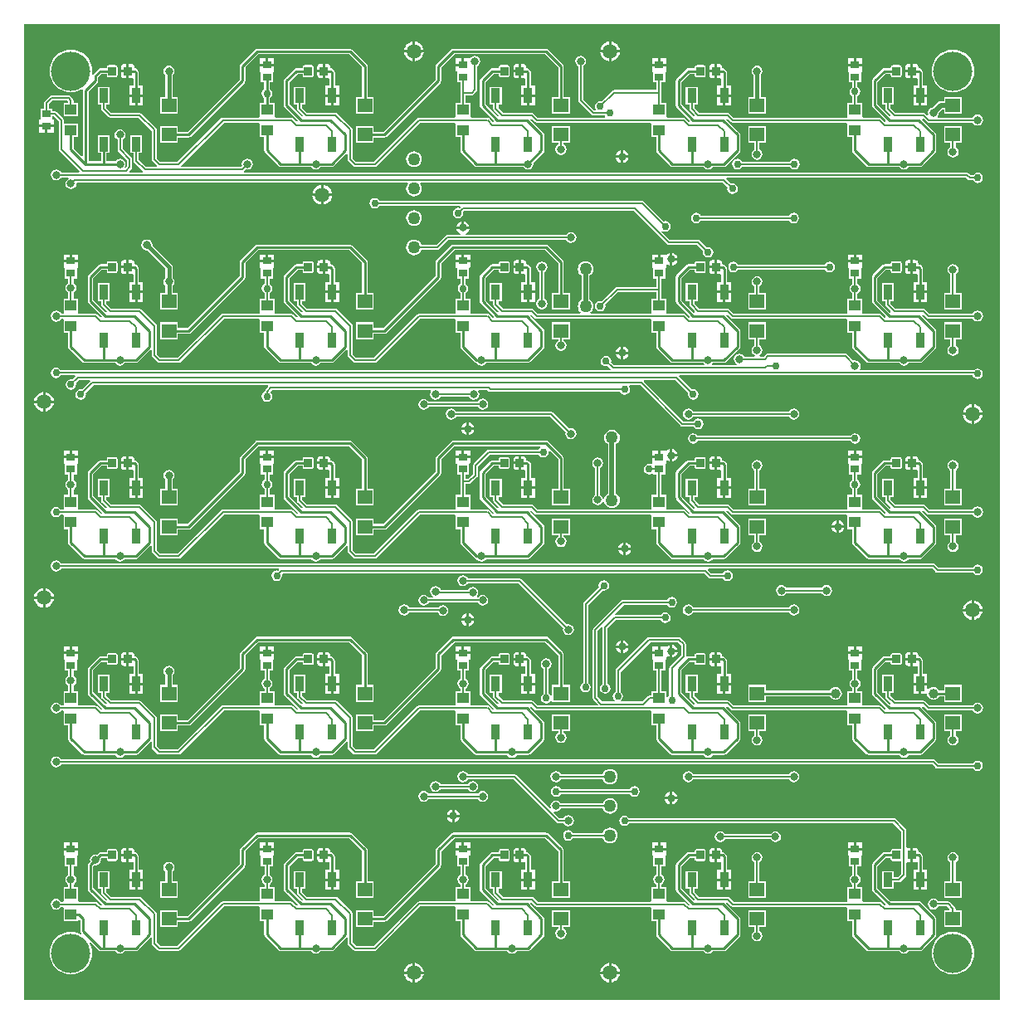
<source format=gtl>
G04 Layer_Physical_Order=1*
G04 Layer_Color=25308*
%FSLAX25Y25*%
%MOIN*%
G70*
G01*
G75*
%ADD10R,0.03600X0.06000*%
G04:AMPARAMS|DCode=11|XSize=31.5mil|YSize=35.43mil|CornerRadius=1.58mil|HoleSize=0mil|Usage=FLASHONLY|Rotation=0.000|XOffset=0mil|YOffset=0mil|HoleType=Round|Shape=RoundedRectangle|*
%AMROUNDEDRECTD11*
21,1,0.03150,0.03228,0,0,0.0*
21,1,0.02835,0.03543,0,0,0.0*
1,1,0.00315,0.01417,-0.01614*
1,1,0.00315,-0.01417,-0.01614*
1,1,0.00315,-0.01417,0.01614*
1,1,0.00315,0.01417,0.01614*
%
%ADD11ROUNDEDRECTD11*%
%ADD12R,0.05906X0.05512*%
%ADD13R,0.04724X0.04331*%
%ADD14R,0.03740X0.03150*%
%ADD15C,0.00787*%
%ADD16C,0.01000*%
%ADD17C,0.00984*%
%ADD18C,0.01969*%
%ADD19C,0.01575*%
%ADD20C,0.15748*%
%ADD21C,0.03150*%
%ADD22C,0.02953*%
%ADD23C,0.05000*%
%ADD24C,0.03937*%
%ADD25C,0.05906*%
G36*
X432087Y40354D02*
X40354D01*
Y432087D01*
X432087D01*
Y40354D01*
D02*
G37*
%LPC*%
G36*
X140665Y182201D02*
X138295D01*
Y180126D01*
X140665D01*
Y182201D01*
D02*
G37*
G36*
X137295D02*
X134925D01*
Y180126D01*
X137295D01*
Y182201D01*
D02*
G37*
G36*
X219406D02*
X217035D01*
Y180126D01*
X219406D01*
Y182201D01*
D02*
G37*
G36*
X216035D02*
X213665D01*
Y180126D01*
X216035D01*
Y182201D01*
D02*
G37*
G36*
X61925D02*
X59555D01*
Y180126D01*
X61925D01*
Y182201D01*
D02*
G37*
G36*
X280012Y181587D02*
X277981D01*
X278003Y181414D01*
X278263Y180788D01*
X278675Y180250D01*
X279213Y179838D01*
X279840Y179578D01*
X280012Y179555D01*
Y181587D01*
D02*
G37*
G36*
X396350Y179960D02*
X395433D01*
X394981Y179870D01*
X394599Y179614D01*
X394343Y179231D01*
X394253Y178779D01*
Y177665D01*
X396350D01*
Y179960D01*
D02*
G37*
G36*
X58555Y182201D02*
X56185D01*
Y180126D01*
X58555D01*
Y182201D01*
D02*
G37*
G36*
X283043Y181587D02*
X281012D01*
Y179555D01*
X281184Y179578D01*
X281810Y179838D01*
X282348Y180250D01*
X282761Y180788D01*
X283020Y181414D01*
X283043Y181587D01*
D02*
G37*
G36*
X373516Y182201D02*
X371146D01*
Y180126D01*
X373516D01*
Y182201D01*
D02*
G37*
G36*
X420760Y196350D02*
X417339D01*
X417409Y195818D01*
X417807Y194857D01*
X418441Y194031D01*
X419266Y193398D01*
X420228Y192999D01*
X420760Y192929D01*
Y196350D01*
D02*
G37*
G36*
X221035Y192413D02*
X219004D01*
Y190382D01*
X219176Y190405D01*
X219802Y190664D01*
X220340Y191077D01*
X220753Y191615D01*
X221012Y192241D01*
X221035Y192413D01*
D02*
G37*
G36*
X218004Y195445D02*
X217832Y195422D01*
X217205Y195162D01*
X216668Y194750D01*
X216255Y194212D01*
X215995Y193586D01*
X215973Y193413D01*
X218004D01*
Y195445D01*
D02*
G37*
G36*
X425181Y196350D02*
X421760D01*
Y192929D01*
X422292Y192999D01*
X423253Y193398D01*
X424079Y194031D01*
X424713Y194857D01*
X425111Y195818D01*
X425181Y196350D01*
D02*
G37*
G36*
X218004Y192413D02*
X215973D01*
X215995Y192241D01*
X216255Y191615D01*
X216668Y191077D01*
X217205Y190664D01*
X217832Y190405D01*
X218004Y190382D01*
Y192413D01*
D02*
G37*
G36*
X280012Y184618D02*
X279840Y184595D01*
X279213Y184336D01*
X278675Y183923D01*
X278263Y183385D01*
X278003Y182759D01*
X277981Y182587D01*
X280012D01*
Y184618D01*
D02*
G37*
G36*
X376886Y182201D02*
X374516D01*
Y180126D01*
X376886D01*
Y182201D01*
D02*
G37*
G36*
X216535Y210881D02*
X215686Y210712D01*
X214966Y210231D01*
X214485Y209511D01*
X214316Y208661D01*
X214485Y207812D01*
X214966Y207092D01*
X215686Y206611D01*
X216535Y206442D01*
X217385Y206611D01*
X218105Y207092D01*
X218475Y207646D01*
X238753D01*
X256768Y189630D01*
X256639Y188976D01*
X256807Y188127D01*
X257289Y187407D01*
X258009Y186925D01*
X258858Y186757D01*
X259708Y186925D01*
X260428Y187407D01*
X260909Y188127D01*
X261078Y188976D01*
X260909Y189826D01*
X260428Y190546D01*
X259708Y191027D01*
X258858Y191196D01*
X258205Y191066D01*
X239891Y209380D01*
X239562Y209600D01*
X239173Y209677D01*
X239173Y209677D01*
X218475D01*
X218105Y210231D01*
X217385Y210712D01*
X216535Y210881D01*
D02*
G37*
G36*
X281012Y184618D02*
Y182587D01*
X283043D01*
X283020Y182759D01*
X282761Y183385D01*
X282348Y183923D01*
X281810Y184336D01*
X281184Y184595D01*
X281012Y184618D01*
D02*
G37*
G36*
X317610Y179960D02*
X316693D01*
X316241Y179870D01*
X315858Y179614D01*
X315603Y179231D01*
X315513Y178779D01*
Y177665D01*
X317610D01*
Y179960D01*
D02*
G37*
G36*
X83307D02*
X82390D01*
Y177165D01*
Y174371D01*
X83307D01*
X83612Y174432D01*
X84112Y174142D01*
Y171180D01*
X82436D01*
Y167680D01*
X88036D01*
Y171180D01*
X86360D01*
Y176575D01*
X86275Y177005D01*
X86031Y177370D01*
X85440Y177960D01*
X85076Y178204D01*
X84646Y178289D01*
X84487D01*
Y178779D01*
X84397Y179231D01*
X84142Y179614D01*
X83759Y179870D01*
X83307Y179960D01*
D02*
G37*
G36*
X416941Y166744D02*
X409831D01*
Y164502D01*
X407832D01*
X407758Y164682D01*
X407345Y165219D01*
X406808Y165631D01*
X406183Y165891D01*
X405512Y165979D01*
X404841Y165891D01*
X404215Y165631D01*
X403678Y165219D01*
X403497Y164983D01*
X402997Y165153D01*
Y166680D01*
X400697D01*
Y163180D01*
X402946D01*
X403007Y162715D01*
X403266Y162089D01*
X403678Y161552D01*
X404215Y161140D01*
X404841Y160881D01*
X405512Y160793D01*
X406183Y160881D01*
X406808Y161140D01*
X407345Y161552D01*
X407758Y162089D01*
X407832Y162270D01*
X409831D01*
Y160028D01*
X416941D01*
Y166744D01*
D02*
G37*
G36*
X240787Y179960D02*
X239870D01*
Y177165D01*
Y174371D01*
X240787D01*
X241093Y174432D01*
X241593Y174142D01*
Y171180D01*
X239916D01*
Y167680D01*
X245516D01*
Y171180D01*
X243841D01*
Y176575D01*
X243755Y177005D01*
X243511Y177370D01*
X242921Y177960D01*
X242556Y178204D01*
X242126Y178289D01*
X241968D01*
Y178779D01*
X241878Y179231D01*
X241622Y179614D01*
X241239Y179870D01*
X240787Y179960D01*
D02*
G37*
G36*
X162047D02*
X161130D01*
Y177165D01*
Y174371D01*
X162047D01*
X162352Y174432D01*
X162852Y174142D01*
Y171180D01*
X161176D01*
Y167680D01*
X166776D01*
Y171180D01*
X165100D01*
Y176575D01*
X165015Y177005D01*
X164771Y177370D01*
X164181Y177960D01*
X163816Y178204D01*
X163386Y178289D01*
X163227D01*
Y178779D01*
X163138Y179231D01*
X162882Y179614D01*
X162499Y179870D01*
X162047Y179960D01*
D02*
G37*
G36*
X399697Y166680D02*
X397397D01*
Y163180D01*
X399697D01*
Y166680D01*
D02*
G37*
G36*
X245516D02*
X243216D01*
Y163180D01*
X245516D01*
Y166680D01*
D02*
G37*
G36*
X242216D02*
X239916D01*
Y163180D01*
X242216D01*
Y166680D01*
D02*
G37*
G36*
X324257D02*
X321957D01*
Y163180D01*
X324257D01*
Y166680D01*
D02*
G37*
G36*
X320957D02*
X318657D01*
Y163180D01*
X320957D01*
Y166680D01*
D02*
G37*
G36*
X319528Y179960D02*
X318610D01*
Y177165D01*
Y174371D01*
X319528D01*
X319833Y174432D01*
X320333Y174142D01*
Y171180D01*
X318657D01*
Y167680D01*
X324257D01*
Y171180D01*
X322581D01*
Y176575D01*
X322495Y177005D01*
X322252Y177370D01*
X321661Y177960D01*
X321296Y178204D01*
X320866Y178289D01*
X320708D01*
Y178779D01*
X320618Y179231D01*
X320362Y179614D01*
X319979Y179870D01*
X319528Y179960D01*
D02*
G37*
G36*
X81390D02*
X80472D01*
X80021Y179870D01*
X79638Y179614D01*
X79382Y179231D01*
X79292Y178779D01*
Y177665D01*
X81390D01*
Y179960D01*
D02*
G37*
G36*
X396350Y176665D02*
X394253D01*
Y175551D01*
X394343Y175100D01*
X394599Y174717D01*
X394981Y174461D01*
X395433Y174371D01*
X396350D01*
Y176665D01*
D02*
G37*
G36*
X238870Y179960D02*
X237953D01*
X237501Y179870D01*
X237118Y179614D01*
X236862Y179231D01*
X236773Y178779D01*
Y177665D01*
X238870D01*
Y179960D01*
D02*
G37*
G36*
X160130D02*
X159213D01*
X158761Y179870D01*
X158378Y179614D01*
X158122Y179231D01*
X158032Y178779D01*
Y177665D01*
X160130D01*
Y179960D01*
D02*
G37*
G36*
X317610Y176665D02*
X315513D01*
Y175551D01*
X315603Y175100D01*
X315858Y174717D01*
X316241Y174461D01*
X316693Y174371D01*
X317610D01*
Y176665D01*
D02*
G37*
G36*
X81390D02*
X79292D01*
Y175551D01*
X79382Y175100D01*
X79638Y174717D01*
X80021Y174461D01*
X80472Y174371D01*
X81390D01*
Y176665D01*
D02*
G37*
G36*
X398268Y179960D02*
X397350D01*
Y177165D01*
Y174371D01*
X398268D01*
X398573Y174432D01*
X399073Y174142D01*
Y171180D01*
X397397D01*
Y167680D01*
X402997D01*
Y171180D01*
X401321D01*
Y176575D01*
X401235Y177005D01*
X400992Y177370D01*
X400401Y177960D01*
X400036Y178204D01*
X399606Y178289D01*
X399448D01*
Y178779D01*
X399358Y179231D01*
X399102Y179614D01*
X398719Y179870D01*
X398268Y179960D01*
D02*
G37*
G36*
X238870Y176665D02*
X236773D01*
Y175551D01*
X236862Y175100D01*
X237118Y174717D01*
X237501Y174461D01*
X237953Y174371D01*
X238870D01*
Y176665D01*
D02*
G37*
G36*
X160130D02*
X158032D01*
Y175551D01*
X158122Y175100D01*
X158378Y174717D01*
X158761Y174461D01*
X159213Y174371D01*
X160130D01*
Y176665D01*
D02*
G37*
G36*
X219004Y195445D02*
Y193413D01*
X221035D01*
X221012Y193586D01*
X220753Y194212D01*
X220340Y194750D01*
X219802Y195162D01*
X219176Y195422D01*
X219004Y195445D01*
D02*
G37*
G36*
X334646Y257141D02*
X333796Y256972D01*
X333076Y256491D01*
X332595Y255771D01*
X332426Y254921D01*
X332595Y254072D01*
X333076Y253352D01*
X333630Y252981D01*
Y245484D01*
X331091D01*
Y238768D01*
X338201D01*
Y245484D01*
X335661D01*
Y252981D01*
X336215Y253352D01*
X336697Y254072D01*
X336865Y254921D01*
X336697Y255771D01*
X336215Y256491D01*
X335495Y256972D01*
X334646Y257141D01*
D02*
G37*
G36*
X171260Y264895D02*
X133858D01*
X133431Y264810D01*
X133311Y264730D01*
X133069Y264569D01*
X127164Y258663D01*
X126922Y258301D01*
X126908Y258230D01*
X126837Y257874D01*
Y252431D01*
X105837Y231431D01*
X101980D01*
Y233673D01*
X94870D01*
Y226957D01*
X101980D01*
Y229199D01*
X106299D01*
X106655Y229270D01*
X106726Y229284D01*
X107088Y229526D01*
X128742Y251179D01*
X128903Y251421D01*
X128984Y251541D01*
X129069Y251969D01*
Y257412D01*
X134320Y262664D01*
X170798D01*
X176049Y257412D01*
Y245484D01*
X173610D01*
Y238768D01*
X180720D01*
Y245484D01*
X178281D01*
Y257874D01*
X178210Y258230D01*
X178196Y258301D01*
X177954Y258663D01*
X172049Y264569D01*
X171687Y264810D01*
X171616Y264825D01*
X171260Y264895D01*
D02*
G37*
G36*
X276378Y269271D02*
X275568Y269164D01*
X274813Y268852D01*
X274165Y268354D01*
X273668Y267706D01*
X273355Y266952D01*
X273249Y266142D01*
X273355Y265332D01*
X273668Y264577D01*
X274165Y263929D01*
X274760Y263473D01*
Y243614D01*
X274165Y243158D01*
X273668Y242509D01*
X273355Y241755D01*
X273324Y241517D01*
X272818Y241501D01*
X272720Y241991D01*
X272239Y242711D01*
X271685Y243082D01*
Y253966D01*
X272239Y254336D01*
X272720Y255056D01*
X272889Y255906D01*
X272720Y256755D01*
X272239Y257475D01*
X271519Y257956D01*
X270669Y258125D01*
X269820Y257956D01*
X269100Y257475D01*
X268618Y256755D01*
X268449Y255906D01*
X268618Y255056D01*
X269100Y254336D01*
X269654Y253966D01*
Y243082D01*
X269100Y242711D01*
X268618Y241991D01*
X268449Y241142D01*
X268618Y240292D01*
X269100Y239572D01*
X269820Y239091D01*
X270669Y238922D01*
X271519Y239091D01*
X272239Y239572D01*
X272720Y240292D01*
X272786Y240626D01*
X273293Y240609D01*
X273355Y240135D01*
X273668Y239380D01*
X274165Y238732D01*
X274813Y238235D01*
X275568Y237922D01*
X276378Y237816D01*
X277188Y237922D01*
X277942Y238235D01*
X278591Y238732D01*
X279088Y239380D01*
X279400Y240135D01*
X279507Y240945D01*
X279400Y241755D01*
X279088Y242509D01*
X278591Y243158D01*
X277996Y243614D01*
Y263473D01*
X278591Y263929D01*
X279088Y264577D01*
X279400Y265332D01*
X279507Y266142D01*
X279400Y266952D01*
X279088Y267706D01*
X278591Y268354D01*
X277942Y268852D01*
X277188Y269164D01*
X276378Y269271D01*
D02*
G37*
G36*
X413386Y257141D02*
X412536Y256972D01*
X411816Y256491D01*
X411335Y255771D01*
X411166Y254921D01*
X411335Y254072D01*
X411816Y253352D01*
X412370Y252981D01*
Y245484D01*
X409831D01*
Y238768D01*
X416941D01*
Y245484D01*
X414401D01*
Y252981D01*
X414956Y253352D01*
X415437Y254072D01*
X415606Y254921D01*
X415437Y255771D01*
X414956Y256491D01*
X414235Y256972D01*
X413386Y257141D01*
D02*
G37*
G36*
X98425Y253204D02*
X97576Y253035D01*
X96856Y252554D01*
X96374Y251834D01*
X96205Y250984D01*
X96374Y250135D01*
X96856Y249415D01*
X97008Y249313D01*
Y245484D01*
X94870D01*
Y238768D01*
X101980D01*
Y245484D01*
X99842D01*
Y249313D01*
X99995Y249415D01*
X100476Y250135D01*
X100645Y250984D01*
X100476Y251834D01*
X99995Y252554D01*
X99275Y253035D01*
X98425Y253204D01*
D02*
G37*
G36*
X369657Y229815D02*
X367626D01*
Y227784D01*
X367798Y227806D01*
X368425Y228066D01*
X368962Y228479D01*
X369375Y229016D01*
X369635Y229643D01*
X369657Y229815D01*
D02*
G37*
G36*
X366626D02*
X364595D01*
X364617Y229643D01*
X364877Y229016D01*
X365290Y228479D01*
X365827Y228066D01*
X366454Y227806D01*
X366626Y227784D01*
Y229815D01*
D02*
G37*
G36*
X367626Y232846D02*
Y230815D01*
X369657D01*
X369635Y230987D01*
X369375Y231613D01*
X368962Y232151D01*
X368425Y232564D01*
X367798Y232823D01*
X367626Y232846D01*
D02*
G37*
G36*
X366626D02*
X366454Y232823D01*
X365827Y232564D01*
X365290Y232151D01*
X364877Y231613D01*
X364617Y230987D01*
X364595Y230815D01*
X366626D01*
Y232846D01*
D02*
G37*
G36*
X84736Y245421D02*
X82436D01*
Y241920D01*
X84736D01*
Y245421D01*
D02*
G37*
G36*
X324257D02*
X321957D01*
Y241920D01*
X324257D01*
Y245421D01*
D02*
G37*
G36*
X320957D02*
X318657D01*
Y241920D01*
X320957D01*
Y245421D01*
D02*
G37*
G36*
X402997D02*
X400697D01*
Y241920D01*
X402997D01*
Y245421D01*
D02*
G37*
G36*
X399697D02*
X397397D01*
Y241920D01*
X399697D01*
Y245421D01*
D02*
G37*
G36*
X245516D02*
X243216D01*
Y241920D01*
X245516D01*
Y245421D01*
D02*
G37*
G36*
X163476D02*
X161176D01*
Y241920D01*
X163476D01*
Y245421D01*
D02*
G37*
G36*
X88036D02*
X85736D01*
Y241920D01*
X88036D01*
Y245421D01*
D02*
G37*
G36*
X242216D02*
X239916D01*
Y241920D01*
X242216D01*
Y245421D01*
D02*
G37*
G36*
X166776D02*
X164476D01*
Y241920D01*
X166776D01*
Y245421D01*
D02*
G37*
G36*
X259461Y233673D02*
X252350D01*
Y226957D01*
X254890D01*
Y226349D01*
X254336Y225979D01*
X253855Y225259D01*
X253686Y224410D01*
X253855Y223560D01*
X254336Y222840D01*
X255056Y222359D01*
X255906Y222190D01*
X256755Y222359D01*
X257475Y222840D01*
X257956Y223560D01*
X258125Y224410D01*
X257956Y225259D01*
X257475Y225979D01*
X256921Y226349D01*
Y226957D01*
X259461D01*
Y233673D01*
D02*
G37*
G36*
X300394Y202119D02*
X299583Y201958D01*
X298895Y201499D01*
X298572Y201016D01*
X280709D01*
X280320Y200938D01*
X279991Y200718D01*
X279991Y200718D01*
X268967Y189694D01*
X268747Y189365D01*
X268670Y188976D01*
X268670Y188976D01*
Y161417D01*
X268670Y161417D01*
X268747Y161029D01*
X268967Y160699D01*
X270740Y158926D01*
X270549Y158464D01*
X246515D01*
X244813Y160167D01*
X244483Y160387D01*
X244094Y160464D01*
X244094Y160464D01*
X232704D01*
X230736Y162433D01*
Y163578D01*
X232123D01*
Y170783D01*
X227318D01*
Y163578D01*
X228705D01*
Y162012D01*
X228705Y162012D01*
X228782Y161623D01*
X229002Y161294D01*
X230877Y159419D01*
X230712Y158877D01*
X230542Y158843D01*
X225533Y163851D01*
Y172763D01*
X228812Y176041D01*
X230879D01*
Y175551D01*
X230938Y175255D01*
X231106Y175003D01*
X231357Y174835D01*
X231653Y174776D01*
X234488D01*
X234785Y174835D01*
X235036Y175003D01*
X235204Y175255D01*
X235263Y175551D01*
Y178779D01*
X235204Y179076D01*
X235036Y179327D01*
X234785Y179495D01*
X234488Y179554D01*
X231653D01*
X231357Y179495D01*
X231106Y179327D01*
X230938Y179076D01*
X230879Y178779D01*
Y178289D01*
X228346D01*
X227916Y178204D01*
X227552Y177960D01*
X223615Y174023D01*
X223371Y173658D01*
X223286Y173228D01*
Y163386D01*
X223371Y162956D01*
X223615Y162591D01*
X228895Y157311D01*
X228731Y156768D01*
X228560Y156734D01*
X227128Y158167D01*
X227109Y158179D01*
X227096Y158198D01*
X226767Y158419D01*
X226378Y158496D01*
X219855D01*
X219500Y158846D01*
X219500Y158996D01*
Y164382D01*
X217551D01*
Y165383D01*
X218105Y165753D01*
X218586Y166473D01*
X218755Y167323D01*
X218586Y168172D01*
X218105Y168893D01*
X217551Y169263D01*
Y172528D01*
X219008D01*
Y176551D01*
X219008Y176804D01*
X219042Y176825D01*
X219050Y176830D01*
X219406Y177051D01*
Y177051D01*
X219406Y177092D01*
X219406Y177096D01*
X219406Y177100D01*
Y177100D01*
Y177106D01*
X219406Y177108D01*
X219406Y177119D01*
Y177120D01*
Y177127D01*
Y177128D01*
Y177129D01*
D01*
Y177129D01*
X219406Y177599D01*
Y179126D01*
X213665D01*
Y177129D01*
X213665Y177129D01*
X213665Y177129D01*
Y177051D01*
X214028Y176826D01*
X214028Y176825D01*
X214038Y176820D01*
X214063Y176804D01*
X214063Y176551D01*
Y172528D01*
X215520D01*
Y169263D01*
X214966Y168893D01*
X214485Y168172D01*
X214316Y167323D01*
X214485Y166473D01*
X214966Y165753D01*
X215520Y165383D01*
Y164382D01*
X213571D01*
Y158996D01*
X213571Y158846D01*
X213216Y158496D01*
X213216Y158496D01*
X198819D01*
X198430Y158419D01*
X198101Y158198D01*
X180682Y140779D01*
X173649D01*
X172275Y142153D01*
Y153543D01*
X172198Y153932D01*
X171978Y154261D01*
X171978Y154261D01*
X166072Y160167D01*
X165743Y160387D01*
X165354Y160464D01*
X165354Y160464D01*
X153964D01*
X151996Y162433D01*
Y163578D01*
X153383D01*
Y170783D01*
X148578D01*
Y163578D01*
X149965D01*
Y162012D01*
X149965Y162012D01*
X150042Y161623D01*
X150262Y161294D01*
X152137Y159419D01*
X151972Y158877D01*
X151802Y158843D01*
X146793Y163851D01*
Y172763D01*
X150072Y176041D01*
X152139D01*
Y175551D01*
X152198Y175255D01*
X152366Y175003D01*
X152617Y174835D01*
X152913Y174776D01*
X155748D01*
X156044Y174835D01*
X156296Y175003D01*
X156464Y175255D01*
X156523Y175551D01*
Y178779D01*
X156464Y179076D01*
X156296Y179327D01*
X156044Y179495D01*
X155748Y179554D01*
X152913D01*
X152617Y179495D01*
X152366Y179327D01*
X152198Y179076D01*
X152139Y178779D01*
Y178289D01*
X149606D01*
X149176Y178204D01*
X148811Y177960D01*
X144875Y174023D01*
X144631Y173658D01*
X144545Y173228D01*
Y163386D01*
X144631Y162956D01*
X144875Y162591D01*
X150155Y157311D01*
X149990Y156768D01*
X149820Y156734D01*
X148387Y158167D01*
X148369Y158179D01*
X148356Y158198D01*
X148026Y158419D01*
X147638Y158496D01*
X141115D01*
X140760Y158846D01*
X140760Y158996D01*
Y164382D01*
X138811D01*
Y165383D01*
X139365Y165753D01*
X139846Y166473D01*
X140015Y167323D01*
X139846Y168172D01*
X139365Y168893D01*
X138811Y169263D01*
Y172528D01*
X140268D01*
Y176551D01*
X140268Y176804D01*
X140302Y176825D01*
X140310Y176830D01*
X140665Y177051D01*
Y177051D01*
X140665Y177092D01*
X140665Y177096D01*
X140665Y177100D01*
Y177100D01*
Y177106D01*
X140665Y177108D01*
X140665Y177119D01*
Y177120D01*
Y177127D01*
Y177128D01*
Y177129D01*
D01*
Y177129D01*
X140665Y177599D01*
Y179126D01*
X134925D01*
Y177129D01*
X134925Y177129D01*
X134925Y177129D01*
Y177051D01*
X135288Y176826D01*
X135288Y176825D01*
X135298Y176820D01*
X135323Y176804D01*
X135323Y176551D01*
Y172528D01*
X136780D01*
Y169263D01*
X136226Y168893D01*
X135744Y168172D01*
X135575Y167323D01*
X135744Y166473D01*
X136226Y165753D01*
X136780Y165383D01*
Y164382D01*
X134831D01*
Y158996D01*
X134831Y158846D01*
X134476Y158496D01*
X134476Y158496D01*
X120079D01*
X119690Y158419D01*
X119361Y158198D01*
X101942Y140779D01*
X94909D01*
X93535Y142153D01*
Y153543D01*
X93458Y153932D01*
X93238Y154261D01*
X93238Y154261D01*
X87332Y160167D01*
X87003Y160387D01*
X86614Y160464D01*
X86614Y160464D01*
X75224D01*
X73256Y162433D01*
Y163578D01*
X74642D01*
Y170783D01*
X69838D01*
Y163578D01*
X71225D01*
Y162012D01*
X71225Y162012D01*
X71302Y161623D01*
X71522Y161294D01*
X73397Y159419D01*
X73232Y158877D01*
X73062Y158843D01*
X68053Y163851D01*
Y172763D01*
X71332Y176041D01*
X73399D01*
Y175551D01*
X73457Y175255D01*
X73625Y175003D01*
X73877Y174835D01*
X74173Y174776D01*
X77008D01*
X77304Y174835D01*
X77556Y175003D01*
X77724Y175255D01*
X77783Y175551D01*
Y178779D01*
X77724Y179076D01*
X77556Y179327D01*
X77304Y179495D01*
X77008Y179554D01*
X74173D01*
X73877Y179495D01*
X73625Y179327D01*
X73457Y179076D01*
X73399Y178779D01*
Y178289D01*
X70866D01*
X70436Y178204D01*
X70071Y177960D01*
X66134Y174023D01*
X65891Y173658D01*
X65805Y173228D01*
Y163386D01*
X65891Y162956D01*
X66134Y162591D01*
X71415Y157311D01*
X71250Y156768D01*
X71080Y156734D01*
X69647Y158167D01*
X69318Y158387D01*
X68929Y158464D01*
X68929Y158464D01*
X62304D01*
X62020Y158846D01*
X62020Y158964D01*
Y164382D01*
X60071D01*
Y166564D01*
X60625Y166934D01*
X61106Y167655D01*
X61275Y168504D01*
X61106Y169353D01*
X60625Y170074D01*
X60071Y170444D01*
Y172528D01*
X61528D01*
Y176551D01*
X61528Y176804D01*
X61562Y176825D01*
X61570Y176830D01*
X61925Y177051D01*
Y177051D01*
X61925Y177092D01*
X61925Y177096D01*
X61925Y177100D01*
Y177100D01*
Y177106D01*
X61925Y177108D01*
X61925Y177119D01*
Y177120D01*
Y177127D01*
Y177128D01*
Y177129D01*
D01*
Y177129D01*
X61925Y177599D01*
Y179126D01*
X56185D01*
Y177129D01*
X56185Y177129D01*
X56185Y177129D01*
Y177051D01*
X56548Y176826D01*
X56548Y176825D01*
X56557Y176820D01*
X56583Y176804D01*
X56583Y176551D01*
Y172528D01*
X58039D01*
Y170444D01*
X57486Y170074D01*
X57004Y169353D01*
X56835Y168504D01*
X57004Y167655D01*
X57486Y166934D01*
X58039Y166564D01*
Y164382D01*
X56091D01*
Y158964D01*
X56090Y158846D01*
X55806Y158464D01*
X55089D01*
X54719Y159019D01*
X53999Y159500D01*
X53150Y159669D01*
X52300Y159500D01*
X51580Y159019D01*
X51099Y158298D01*
X50930Y157449D01*
X51099Y156599D01*
X51580Y155879D01*
X52300Y155398D01*
X53150Y155229D01*
X53999Y155398D01*
X54719Y155879D01*
X55089Y156433D01*
X55723D01*
X56091Y156114D01*
Y150579D01*
X57931D01*
Y145177D01*
X58017Y144747D01*
X58260Y144382D01*
X63674Y138969D01*
X64038Y138725D01*
X64468Y138640D01*
X76873D01*
X77170Y138194D01*
X77891Y137713D01*
X78740Y137544D01*
X79590Y137713D01*
X80310Y138194D01*
X80608Y138640D01*
X85138D01*
X85568Y138725D01*
X85932Y138969D01*
X91004Y144041D01*
X91504Y143833D01*
Y141732D01*
X91504Y141732D01*
X91581Y141344D01*
X91802Y141014D01*
X93770Y139046D01*
X93770Y139046D01*
X94100Y138826D01*
X94488Y138748D01*
X102362D01*
X102362Y138748D01*
X102751Y138826D01*
X103080Y139046D01*
X120499Y156465D01*
X134476D01*
X134831Y156114D01*
Y150579D01*
X136671D01*
Y145177D01*
X136757Y144747D01*
X137001Y144382D01*
X142414Y138969D01*
X142779Y138725D01*
X143209Y138640D01*
X155613D01*
X155911Y138194D01*
X156631Y137713D01*
X157480Y137544D01*
X158330Y137713D01*
X159050Y138194D01*
X159348Y138640D01*
X163878D01*
X164308Y138725D01*
X164673Y138969D01*
X169744Y144041D01*
X170244Y143833D01*
Y141732D01*
X170244Y141732D01*
X170322Y141344D01*
X170542Y141014D01*
X172510Y139046D01*
X172510Y139046D01*
X172840Y138826D01*
X173228Y138748D01*
X181102D01*
X181102Y138748D01*
X181491Y138826D01*
X181820Y139046D01*
X199240Y156465D01*
X213216D01*
X213571Y156114D01*
Y150579D01*
X215411D01*
Y145177D01*
X215497Y144747D01*
X215741Y144382D01*
X221154Y138969D01*
X221519Y138725D01*
X221949Y138640D01*
X234353D01*
X234651Y138194D01*
X235371Y137713D01*
X236221Y137544D01*
X237070Y137713D01*
X237790Y138194D01*
X238088Y138640D01*
X242618D01*
X243048Y138725D01*
X243413Y138969D01*
X248826Y144382D01*
X249070Y144747D01*
X249155Y145177D01*
Y151575D01*
X249070Y152005D01*
X248826Y152370D01*
X243577Y157618D01*
X243742Y158161D01*
X243912Y158195D01*
X245376Y156731D01*
X245376Y156731D01*
X245706Y156510D01*
X246094Y156433D01*
X246094Y156433D01*
X291943D01*
X292311Y156114D01*
Y150579D01*
X294152D01*
Y145177D01*
X294237Y144747D01*
X294481Y144382D01*
X299894Y138969D01*
X300259Y138725D01*
X300689Y138640D01*
X313093D01*
X313391Y138194D01*
X314111Y137713D01*
X314961Y137544D01*
X315810Y137713D01*
X316530Y138194D01*
X316828Y138640D01*
X321358D01*
X321788Y138725D01*
X322153Y138969D01*
X327566Y144382D01*
X327810Y144747D01*
X327896Y145177D01*
Y151575D01*
X327810Y152005D01*
X327566Y152370D01*
X322318Y157618D01*
X322482Y158161D01*
X322652Y158195D01*
X324116Y156731D01*
X324116Y156731D01*
X324446Y156510D01*
X324835Y156433D01*
X324835Y156433D01*
X370683D01*
X371051Y156114D01*
Y150579D01*
X372892D01*
Y145177D01*
X372977Y144747D01*
X373221Y144382D01*
X378634Y138969D01*
X378999Y138725D01*
X379429Y138640D01*
X391833D01*
X392131Y138194D01*
X392851Y137713D01*
X393701Y137544D01*
X394550Y137713D01*
X395270Y138194D01*
X395568Y138640D01*
X400098D01*
X400528Y138725D01*
X400893Y138969D01*
X406307Y144382D01*
X406550Y144747D01*
X406636Y145177D01*
Y151575D01*
X406550Y152005D01*
X406307Y152370D01*
X401058Y157618D01*
X401222Y158161D01*
X401393Y158195D01*
X402825Y156762D01*
X402825Y156762D01*
X403155Y156542D01*
X403543Y156465D01*
X421288D01*
X421659Y155911D01*
X422379Y155429D01*
X423228Y155261D01*
X424078Y155429D01*
X424798Y155911D01*
X425279Y156631D01*
X425448Y157480D01*
X425279Y158330D01*
X424798Y159050D01*
X424078Y159531D01*
X423228Y159700D01*
X422379Y159531D01*
X421659Y159050D01*
X421288Y158496D01*
X403964D01*
X402293Y160167D01*
X401964Y160387D01*
X401575Y160464D01*
X401575Y160464D01*
X390184D01*
X388216Y162433D01*
Y163578D01*
X389603D01*
Y170783D01*
X384798D01*
Y163578D01*
X386185D01*
Y162012D01*
X386185Y162012D01*
X386262Y161623D01*
X386483Y161294D01*
X388357Y159419D01*
X388193Y158877D01*
X388022Y158843D01*
X383014Y163851D01*
Y172763D01*
X386292Y176041D01*
X388359D01*
Y175551D01*
X388418Y175255D01*
X388586Y175003D01*
X388837Y174835D01*
X389134Y174776D01*
X391968D01*
X392265Y174835D01*
X392516Y175003D01*
X392684Y175255D01*
X392743Y175551D01*
Y178779D01*
X392684Y179076D01*
X392516Y179327D01*
X392265Y179495D01*
X391968Y179554D01*
X389134D01*
X388837Y179495D01*
X388586Y179327D01*
X388418Y179076D01*
X388359Y178779D01*
Y178289D01*
X385827D01*
X385397Y178204D01*
X385032Y177960D01*
X381095Y174023D01*
X380851Y173658D01*
X380766Y173228D01*
Y163386D01*
X380851Y162956D01*
X381095Y162591D01*
X386375Y157311D01*
X386211Y156768D01*
X386041Y156734D01*
X384608Y158167D01*
X384278Y158387D01*
X383890Y158464D01*
X383890Y158464D01*
X377265D01*
X376980Y158846D01*
X376980Y158964D01*
Y164382D01*
X375031D01*
Y165383D01*
X375585Y165753D01*
X376067Y166473D01*
X376236Y167323D01*
X376067Y168172D01*
X375585Y168893D01*
X375031Y169263D01*
Y172528D01*
X376488D01*
Y176551D01*
X376488Y176804D01*
X376523Y176825D01*
X376530Y176830D01*
X376886Y177051D01*
Y177051D01*
X376886Y177092D01*
X376886Y177096D01*
X376886Y177100D01*
Y177100D01*
Y177106D01*
X376886Y177108D01*
X376886Y177119D01*
Y177120D01*
Y177127D01*
Y177128D01*
Y177129D01*
D01*
Y177129D01*
X376886Y177599D01*
Y179126D01*
X371146D01*
Y177129D01*
X371146Y177129D01*
X371146Y177129D01*
Y177051D01*
X371509Y176826D01*
X371509Y176825D01*
X371518Y176820D01*
X371543Y176804D01*
X371543Y176551D01*
Y172528D01*
X373000D01*
Y169263D01*
X372446Y168893D01*
X371965Y168172D01*
X371796Y167323D01*
X371965Y166473D01*
X372446Y165753D01*
X373000Y165383D01*
Y164382D01*
X371051D01*
Y158964D01*
X371051Y158846D01*
X370766Y158464D01*
X325255D01*
X323553Y160167D01*
X323223Y160387D01*
X322835Y160464D01*
X322835Y160464D01*
X311444D01*
X309476Y162433D01*
Y163578D01*
X310863D01*
Y170783D01*
X306058D01*
Y163578D01*
X307445D01*
Y162012D01*
X307445Y162012D01*
X307522Y161623D01*
X307743Y161294D01*
X309617Y159419D01*
X309453Y158877D01*
X309282Y158843D01*
X304274Y163851D01*
Y172763D01*
X307552Y176041D01*
X309619D01*
Y175551D01*
X309678Y175255D01*
X309846Y175003D01*
X310097Y174835D01*
X310394Y174776D01*
X313228D01*
X313525Y174835D01*
X313776Y175003D01*
X313944Y175255D01*
X314003Y175551D01*
Y178779D01*
X313944Y179076D01*
X313776Y179327D01*
X313525Y179495D01*
X313228Y179554D01*
X310394D01*
X310097Y179495D01*
X309846Y179327D01*
X309678Y179076D01*
X309619Y178779D01*
Y178289D01*
X307087D01*
X306657Y178204D01*
X306634Y178189D01*
X306134Y178456D01*
Y183071D01*
X306134Y183071D01*
X306056Y183459D01*
X305836Y183789D01*
X303868Y185758D01*
X303538Y185978D01*
X303150Y186055D01*
X303150Y186055D01*
X291339D01*
X291339Y186055D01*
X290950Y185978D01*
X290620Y185758D01*
X290620Y185758D01*
X278022Y173159D01*
X277802Y172830D01*
X277725Y172441D01*
X277725Y172441D01*
Y164026D01*
X277241Y163703D01*
X276782Y163016D01*
X276621Y162205D01*
X276782Y161394D01*
X277241Y160706D01*
X277444Y160571D01*
X277292Y160071D01*
X272468D01*
X270701Y161838D01*
Y188556D01*
X272119Y189974D01*
X272348Y189922D01*
X272606Y189754D01*
Y167176D01*
X272123Y166853D01*
X271664Y166165D01*
X271503Y165354D01*
X271664Y164543D01*
X272123Y163856D01*
X272811Y163396D01*
X273622Y163235D01*
X274433Y163396D01*
X275121Y163856D01*
X275580Y164543D01*
X275742Y165354D01*
X275580Y166165D01*
X275121Y166853D01*
X274638Y167176D01*
Y189442D01*
X277980Y192784D01*
X296013D01*
X296336Y192300D01*
X297024Y191841D01*
X297835Y191680D01*
X298646Y191841D01*
X299333Y192300D01*
X299793Y192988D01*
X299954Y193799D01*
X299793Y194610D01*
X299333Y195298D01*
X298646Y195757D01*
X297835Y195919D01*
X297024Y195757D01*
X296336Y195298D01*
X296013Y194815D01*
X277667D01*
X277500Y195074D01*
X277447Y195302D01*
X281129Y198984D01*
X298572D01*
X298895Y198501D01*
X299583Y198042D01*
X300394Y197880D01*
X301205Y198042D01*
X301892Y198501D01*
X302352Y199189D01*
X302513Y200000D01*
X302352Y200811D01*
X301892Y201499D01*
X301205Y201958D01*
X300394Y202119D01*
D02*
G37*
G36*
X349410Y199070D02*
X348560Y198901D01*
X347840Y198420D01*
X347470Y197866D01*
X309027D01*
X308656Y198420D01*
X307936Y198901D01*
X307087Y199070D01*
X306237Y198901D01*
X305517Y198420D01*
X305036Y197700D01*
X304867Y196850D01*
X305036Y196001D01*
X305517Y195281D01*
X306237Y194799D01*
X307087Y194631D01*
X307936Y194799D01*
X308656Y195281D01*
X309027Y195835D01*
X347470D01*
X347840Y195281D01*
X348560Y194799D01*
X349410Y194631D01*
X350259Y194799D01*
X350979Y195281D01*
X351460Y196001D01*
X351629Y196850D01*
X351460Y197700D01*
X350979Y198420D01*
X350259Y198901D01*
X349410Y199070D01*
D02*
G37*
G36*
X47728Y205693D02*
X47196Y205623D01*
X46235Y205224D01*
X45409Y204591D01*
X44776Y203765D01*
X44377Y202803D01*
X44307Y202272D01*
X47728D01*
Y205693D01*
D02*
G37*
G36*
X205512Y206551D02*
X204662Y206382D01*
X203942Y205900D01*
X203461Y205180D01*
X203292Y204331D01*
X203461Y203481D01*
X203942Y202761D01*
X204628Y202303D01*
X204632Y202267D01*
X204334Y201803D01*
X202727D01*
X202357Y202357D01*
X201637Y202838D01*
X200787Y203007D01*
X199938Y202838D01*
X199218Y202357D01*
X198737Y201637D01*
X198568Y200787D01*
X198737Y199938D01*
X199218Y199218D01*
X199938Y198737D01*
X200787Y198568D01*
X201637Y198737D01*
X202357Y199218D01*
X202727Y199772D01*
X222470D01*
X222840Y199218D01*
X223560Y198737D01*
X224410Y198568D01*
X225259Y198737D01*
X225979Y199218D01*
X226460Y199938D01*
X226629Y200787D01*
X226460Y201637D01*
X225979Y202357D01*
X225259Y202838D01*
X224410Y203007D01*
X223560Y202838D01*
X222840Y202357D01*
X222573Y201958D01*
X222336Y201976D01*
X222263Y202074D01*
X222127Y202494D01*
X222523Y203087D01*
X222692Y203937D01*
X222523Y204786D01*
X222042Y205507D01*
X221322Y205988D01*
X220472Y206157D01*
X219623Y205988D01*
X218903Y205507D01*
X218533Y204953D01*
X207608D01*
X207563Y205180D01*
X207082Y205900D01*
X206361Y206382D01*
X205512Y206551D01*
D02*
G37*
G36*
X52149Y201272D02*
X48728D01*
Y197851D01*
X49260Y197921D01*
X50222Y198319D01*
X51047Y198952D01*
X51681Y199778D01*
X52079Y200740D01*
X52149Y201272D01*
D02*
G37*
G36*
X420760Y200771D02*
X420228Y200701D01*
X419266Y200303D01*
X418441Y199670D01*
X417807Y198844D01*
X417409Y197882D01*
X417339Y197350D01*
X420760D01*
Y200771D01*
D02*
G37*
G36*
X192913Y199070D02*
X192064Y198901D01*
X191344Y198420D01*
X190863Y197700D01*
X190694Y196850D01*
X190863Y196001D01*
X191344Y195281D01*
X192064Y194799D01*
X192913Y194631D01*
X193763Y194799D01*
X194483Y195281D01*
X194853Y195835D01*
X206408D01*
X206414Y195804D01*
X206895Y195084D01*
X207615Y194603D01*
X208465Y194434D01*
X209314Y194603D01*
X210034Y195084D01*
X210515Y195804D01*
X210684Y196653D01*
X210515Y197503D01*
X210034Y198223D01*
X209314Y198704D01*
X208465Y198873D01*
X207615Y198704D01*
X206895Y198223D01*
X206656Y197866D01*
X194853D01*
X194483Y198420D01*
X193763Y198901D01*
X192913Y199070D01*
D02*
G37*
G36*
X47728Y201272D02*
X44307D01*
X44377Y200740D01*
X44776Y199778D01*
X45409Y198952D01*
X46235Y198319D01*
X47196Y197921D01*
X47728Y197851D01*
Y201272D01*
D02*
G37*
G36*
X421760Y200771D02*
Y197350D01*
X425181D01*
X425111Y197882D01*
X424713Y198844D01*
X424079Y199670D01*
X423253Y200303D01*
X422292Y200701D01*
X421760Y200771D01*
D02*
G37*
G36*
X48728Y205693D02*
Y202272D01*
X52149D01*
X52079Y202803D01*
X51681Y203765D01*
X51047Y204591D01*
X50222Y205224D01*
X49260Y205623D01*
X48728Y205693D01*
D02*
G37*
G36*
X416941Y233673D02*
X409831D01*
Y226957D01*
X412370D01*
Y224381D01*
X411816Y224011D01*
X411335Y223290D01*
X411166Y222441D01*
X411335Y221591D01*
X411816Y220871D01*
X412536Y220390D01*
X413386Y220221D01*
X414235Y220390D01*
X414956Y220871D01*
X415437Y221591D01*
X415606Y222441D01*
X415437Y223290D01*
X414956Y224011D01*
X414401Y224381D01*
Y226957D01*
X416941D01*
Y233673D01*
D02*
G37*
G36*
X338201D02*
X331091D01*
Y226957D01*
X333630D01*
Y224381D01*
X333076Y224011D01*
X332595Y223290D01*
X332426Y222441D01*
X332595Y221591D01*
X333076Y220871D01*
X333796Y220390D01*
X334646Y220221D01*
X335495Y220390D01*
X336215Y220871D01*
X336697Y221591D01*
X336865Y222441D01*
X336697Y223290D01*
X336215Y224011D01*
X335661Y224381D01*
Y226957D01*
X338201D01*
Y233673D01*
D02*
G37*
G36*
X281996Y223988D02*
Y221957D01*
X284027D01*
X284005Y222129D01*
X283745Y222755D01*
X283332Y223293D01*
X282795Y223706D01*
X282168Y223965D01*
X281996Y223988D01*
D02*
G37*
G36*
X280996D02*
X280824Y223965D01*
X280198Y223706D01*
X279660Y223293D01*
X279247Y222755D01*
X278988Y222129D01*
X278965Y221957D01*
X280996D01*
Y223988D01*
D02*
G37*
G36*
X284027Y220957D02*
X281996D01*
Y218925D01*
X282168Y218948D01*
X282795Y219208D01*
X283332Y219620D01*
X283745Y220158D01*
X284005Y220784D01*
X284027Y220957D01*
D02*
G37*
G36*
X362598Y206944D02*
X361749Y206775D01*
X361029Y206294D01*
X360659Y205740D01*
X346395D01*
X346058Y206245D01*
X345338Y206726D01*
X344488Y206895D01*
X343639Y206726D01*
X342919Y206245D01*
X342437Y205525D01*
X342268Y204675D01*
X342437Y203826D01*
X342919Y203106D01*
X343639Y202624D01*
X344488Y202455D01*
X345338Y202624D01*
X346058Y203106D01*
X346461Y203709D01*
X360659D01*
X361029Y203155D01*
X361749Y202674D01*
X362598Y202505D01*
X363448Y202674D01*
X364168Y203155D01*
X364649Y203875D01*
X364818Y204724D01*
X364649Y205574D01*
X364168Y206294D01*
X363448Y206775D01*
X362598Y206944D01*
D02*
G37*
G36*
X273130Y208812D02*
X272319Y208651D01*
X271631Y208192D01*
X271172Y207504D01*
X271010Y206693D01*
X271124Y206123D01*
X265030Y200029D01*
X264810Y199700D01*
X264733Y199311D01*
X264733Y199311D01*
Y167668D01*
X264249Y167345D01*
X263790Y166657D01*
X263629Y165847D01*
X263790Y165035D01*
X264249Y164348D01*
X264937Y163888D01*
X265748Y163727D01*
X266559Y163888D01*
X267247Y164348D01*
X267706Y165035D01*
X267867Y165847D01*
X267706Y166657D01*
X267247Y167345D01*
X266764Y167668D01*
Y198890D01*
X272560Y204687D01*
X273130Y204573D01*
X273941Y204735D01*
X274629Y205194D01*
X275088Y205882D01*
X275249Y206693D01*
X275088Y207504D01*
X274629Y208192D01*
X273941Y208651D01*
X273130Y208812D01*
D02*
G37*
G36*
X280996Y220957D02*
X278965D01*
X278988Y220784D01*
X279247Y220158D01*
X279660Y219620D01*
X280198Y219208D01*
X280824Y218948D01*
X280996Y218925D01*
Y220957D01*
D02*
G37*
G36*
X53150Y216787D02*
X52300Y216618D01*
X51580Y216137D01*
X51099Y215416D01*
X50930Y214567D01*
X51099Y213717D01*
X51580Y212997D01*
X52300Y212516D01*
X53150Y212347D01*
X53999Y212516D01*
X54719Y212997D01*
X55089Y213551D01*
X142510D01*
X142718Y213051D01*
X142302Y212636D01*
X141732Y212749D01*
X140921Y212588D01*
X140234Y212129D01*
X139774Y211441D01*
X139613Y210630D01*
X139774Y209819D01*
X140234Y209131D01*
X140921Y208672D01*
X141732Y208510D01*
X142543Y208672D01*
X143231Y209131D01*
X143690Y209819D01*
X143852Y210630D01*
X143738Y211200D01*
X144122Y211583D01*
X313556D01*
X315227Y209912D01*
X315227Y209912D01*
X315556Y209692D01*
X315945Y209614D01*
X321013D01*
X321336Y209131D01*
X322024Y208672D01*
X322835Y208510D01*
X323646Y208672D01*
X324333Y209131D01*
X324793Y209819D01*
X324954Y210630D01*
X324793Y211441D01*
X324333Y212129D01*
X323646Y212588D01*
X322835Y212749D01*
X322024Y212588D01*
X321336Y212129D01*
X321013Y211646D01*
X316366D01*
X314960Y213051D01*
X315167Y213551D01*
X405091D01*
X406368Y212274D01*
X406368Y212274D01*
X406698Y212054D01*
X407087Y211977D01*
X407087Y211977D01*
X421407D01*
X421730Y211493D01*
X422417Y211034D01*
X423228Y210873D01*
X424039Y211034D01*
X424727Y211493D01*
X425186Y212181D01*
X425348Y212992D01*
X425186Y213803D01*
X424727Y214491D01*
X424039Y214950D01*
X423228Y215112D01*
X422417Y214950D01*
X421730Y214491D01*
X421407Y214008D01*
X407507D01*
X406230Y215285D01*
X405900Y215505D01*
X405512Y215582D01*
X405512Y215582D01*
X55089D01*
X54719Y216137D01*
X53999Y216618D01*
X53150Y216787D01*
D02*
G37*
G36*
X402997Y87940D02*
X400697D01*
Y84440D01*
X402997D01*
Y87940D01*
D02*
G37*
G36*
X399697D02*
X397397D01*
Y84440D01*
X399697D01*
Y87940D01*
D02*
G37*
G36*
X162047Y101219D02*
X161130D01*
Y98425D01*
Y95631D01*
X162047D01*
X162352Y95692D01*
X162852Y95401D01*
Y92440D01*
X161176D01*
Y88940D01*
X166776D01*
Y92440D01*
X165100D01*
Y97835D01*
X165015Y98265D01*
X164771Y98629D01*
X164181Y99220D01*
X163816Y99464D01*
X163386Y99549D01*
X163227D01*
Y100039D01*
X163138Y100491D01*
X162882Y100874D01*
X162499Y101130D01*
X162047Y101219D01*
D02*
G37*
G36*
X83307D02*
X82390D01*
Y98425D01*
Y95631D01*
X83307D01*
X83612Y95692D01*
X84112Y95401D01*
Y92440D01*
X82436D01*
Y88940D01*
X88036D01*
Y92440D01*
X86360D01*
Y97835D01*
X86275Y98265D01*
X86031Y98629D01*
X85440Y99220D01*
X85076Y99464D01*
X84646Y99549D01*
X84487D01*
Y100039D01*
X84397Y100491D01*
X84142Y100874D01*
X83759Y101130D01*
X83307Y101219D01*
D02*
G37*
G36*
X324257Y87940D02*
X321957D01*
Y84440D01*
X324257D01*
Y87940D01*
D02*
G37*
G36*
X242216D02*
X239916D01*
Y84440D01*
X242216D01*
Y87940D01*
D02*
G37*
G36*
X166776D02*
X164476D01*
Y84440D01*
X166776D01*
Y87940D01*
D02*
G37*
G36*
X320957D02*
X318657D01*
Y84440D01*
X320957D01*
Y87940D01*
D02*
G37*
G36*
X245516D02*
X243216D01*
Y84440D01*
X245516D01*
Y87940D01*
D02*
G37*
G36*
X240787Y101219D02*
X239870D01*
Y98425D01*
Y95631D01*
X240787D01*
X241093Y95692D01*
X241593Y95401D01*
Y92440D01*
X239916D01*
Y88940D01*
X245516D01*
Y92440D01*
X243841D01*
Y97835D01*
X243755Y98265D01*
X243511Y98629D01*
X242921Y99220D01*
X242556Y99464D01*
X242126Y99549D01*
X241968D01*
Y100039D01*
X241878Y100491D01*
X241622Y100874D01*
X241239Y101130D01*
X240787Y101219D01*
D02*
G37*
G36*
X81390D02*
X80472D01*
X80021Y101130D01*
X79638Y100874D01*
X79382Y100491D01*
X79292Y100039D01*
Y98925D01*
X81390D01*
Y101219D01*
D02*
G37*
G36*
X317610Y97925D02*
X315513D01*
Y96811D01*
X315603Y96359D01*
X315858Y95977D01*
X316241Y95721D01*
X316693Y95631D01*
X317610D01*
Y97925D01*
D02*
G37*
G36*
X238870Y101219D02*
X237953D01*
X237501Y101130D01*
X237118Y100874D01*
X236862Y100491D01*
X236773Y100039D01*
Y98925D01*
X238870D01*
Y101219D01*
D02*
G37*
G36*
X160130D02*
X159213D01*
X158761Y101130D01*
X158378Y100874D01*
X158122Y100491D01*
X158032Y100039D01*
Y98925D01*
X160130D01*
Y101219D01*
D02*
G37*
G36*
X238870Y97925D02*
X236773D01*
Y96811D01*
X236862Y96359D01*
X237118Y95977D01*
X237501Y95721D01*
X237953Y95631D01*
X238870D01*
Y97925D01*
D02*
G37*
G36*
X398268Y101219D02*
X397350D01*
Y98425D01*
Y95631D01*
X398268D01*
X398573Y95692D01*
X399073Y95401D01*
Y92440D01*
X397397D01*
Y88940D01*
X402997D01*
Y92440D01*
X401321D01*
Y97835D01*
X401235Y98265D01*
X400992Y98629D01*
X400401Y99220D01*
X400036Y99464D01*
X399606Y99549D01*
X399448D01*
Y100039D01*
X399358Y100491D01*
X399102Y100874D01*
X398719Y101130D01*
X398268Y101219D01*
D02*
G37*
G36*
X319528D02*
X318610D01*
Y98425D01*
Y95631D01*
X319528D01*
X319833Y95692D01*
X320333Y95401D01*
Y92440D01*
X318657D01*
Y88940D01*
X324257D01*
Y92440D01*
X322581D01*
Y97835D01*
X322495Y98265D01*
X322252Y98629D01*
X321661Y99220D01*
X321296Y99464D01*
X320866Y99549D01*
X320708D01*
Y100039D01*
X320618Y100491D01*
X320362Y100874D01*
X319979Y101130D01*
X319528Y101219D01*
D02*
G37*
G36*
X160130Y97925D02*
X158032D01*
Y96811D01*
X158122Y96359D01*
X158378Y95977D01*
X158761Y95721D01*
X159213Y95631D01*
X160130D01*
Y97925D01*
D02*
G37*
G36*
X81390D02*
X79292D01*
Y96811D01*
X79382Y96359D01*
X79638Y95977D01*
X80021Y95721D01*
X80472Y95631D01*
X81390D01*
Y97925D01*
D02*
G37*
G36*
X163476Y87940D02*
X161176D01*
Y84440D01*
X163476D01*
Y87940D01*
D02*
G37*
G36*
X197350Y55102D02*
Y51681D01*
X200771D01*
X200701Y52213D01*
X200303Y53175D01*
X199670Y54000D01*
X198844Y54634D01*
X197882Y55032D01*
X197350Y55102D01*
D02*
G37*
G36*
X196350D02*
X195818Y55032D01*
X194857Y54634D01*
X194031Y54000D01*
X193398Y53175D01*
X192999Y52213D01*
X192929Y51681D01*
X196350D01*
Y55102D01*
D02*
G37*
G36*
X276091D02*
Y51681D01*
X279512D01*
X279442Y52213D01*
X279043Y53175D01*
X278410Y54000D01*
X277584Y54634D01*
X276622Y55032D01*
X276091Y55102D01*
D02*
G37*
G36*
X275091D02*
X274559Y55032D01*
X273597Y54634D01*
X272771Y54000D01*
X272138Y53175D01*
X271740Y52213D01*
X271670Y51681D01*
X275091D01*
Y55102D01*
D02*
G37*
G36*
X413386Y67572D02*
X411724Y67409D01*
X410126Y66924D01*
X408654Y66137D01*
X407363Y65078D01*
X406304Y63787D01*
X405517Y62315D01*
X405032Y60717D01*
X404868Y59055D01*
X405032Y57393D01*
X405517Y55796D01*
X406304Y54323D01*
X407363Y53032D01*
X408654Y51973D01*
X410126Y51186D01*
X411724Y50701D01*
X413386Y50538D01*
X415048Y50701D01*
X416645Y51186D01*
X418118Y51973D01*
X419409Y53032D01*
X420468Y54323D01*
X421255Y55796D01*
X421739Y57393D01*
X421903Y59055D01*
X421739Y60717D01*
X421255Y62315D01*
X420468Y63787D01*
X419409Y65078D01*
X418118Y66137D01*
X416645Y66924D01*
X415048Y67409D01*
X413386Y67572D01*
D02*
G37*
G36*
X200771Y50681D02*
X197350D01*
Y47260D01*
X197882Y47330D01*
X198844Y47728D01*
X199670Y48362D01*
X200303Y49188D01*
X200701Y50149D01*
X200771Y50681D01*
D02*
G37*
G36*
X196350D02*
X192929D01*
X192999Y50149D01*
X193398Y49188D01*
X194031Y48362D01*
X194857Y47728D01*
X195818Y47330D01*
X196350Y47260D01*
Y50681D01*
D02*
G37*
G36*
X279512D02*
X276091D01*
Y47260D01*
X276622Y47330D01*
X277584Y47728D01*
X278410Y48362D01*
X279043Y49188D01*
X279442Y50149D01*
X279512Y50681D01*
D02*
G37*
G36*
X275091D02*
X271670D01*
X271740Y50149D01*
X272138Y49188D01*
X272771Y48362D01*
X273597Y47728D01*
X274559Y47330D01*
X275091Y47260D01*
Y50681D01*
D02*
G37*
G36*
X338201Y76193D02*
X331091D01*
Y69476D01*
X333630D01*
Y67885D01*
X333076Y67514D01*
X332595Y66794D01*
X332426Y65945D01*
X332595Y65095D01*
X333076Y64375D01*
X333796Y63894D01*
X334646Y63725D01*
X335495Y63894D01*
X336215Y64375D01*
X336697Y65095D01*
X336865Y65945D01*
X336697Y66794D01*
X336215Y67514D01*
X335661Y67885D01*
Y69476D01*
X338201D01*
Y76193D01*
D02*
G37*
G36*
X413386Y99661D02*
X412536Y99492D01*
X411816Y99011D01*
X411335Y98290D01*
X411166Y97441D01*
X411335Y96592D01*
X411816Y95871D01*
X412370Y95501D01*
Y88004D01*
X409831D01*
Y81287D01*
X416941D01*
Y88004D01*
X414401D01*
Y95501D01*
X414956Y95871D01*
X415437Y96592D01*
X415606Y97441D01*
X415437Y98290D01*
X414956Y99011D01*
X414235Y99492D01*
X413386Y99661D01*
D02*
G37*
G36*
X334646D02*
X333796Y99492D01*
X333076Y99011D01*
X332595Y98290D01*
X332426Y97441D01*
X332595Y96592D01*
X333076Y95871D01*
X333630Y95501D01*
Y88004D01*
X331091D01*
Y81287D01*
X338201D01*
Y88004D01*
X335661D01*
Y95501D01*
X336215Y95871D01*
X336697Y96592D01*
X336865Y97441D01*
X336697Y98290D01*
X336215Y99011D01*
X335495Y99492D01*
X334646Y99661D01*
D02*
G37*
G36*
X88036Y87940D02*
X85736D01*
Y84440D01*
X88036D01*
Y87940D01*
D02*
G37*
G36*
X84736D02*
X82436D01*
Y84440D01*
X84736D01*
Y87940D01*
D02*
G37*
G36*
X250000Y107415D02*
X212598D01*
X212171Y107330D01*
X212051Y107250D01*
X211809Y107088D01*
X205904Y101183D01*
X205662Y100821D01*
X205648Y100750D01*
X205577Y100394D01*
Y94950D01*
X184577Y73951D01*
X180720D01*
Y76193D01*
X173610D01*
Y69476D01*
X180720D01*
Y71719D01*
X185039D01*
X185466Y71804D01*
X185828Y72046D01*
X185828Y72046D01*
X207482Y93699D01*
Y93699D01*
X207482D01*
X207724Y94061D01*
X207809Y94488D01*
Y99932D01*
X213061Y105183D01*
X249538D01*
X254790Y99932D01*
Y88004D01*
X252350D01*
Y81287D01*
X259461D01*
Y88004D01*
X257021D01*
Y100394D01*
X256951Y100750D01*
X256937Y100821D01*
X256695Y101183D01*
X250789Y107088D01*
X250427Y107330D01*
X250356Y107344D01*
X250000Y107415D01*
D02*
G37*
G36*
X405512Y80960D02*
X404662Y80791D01*
X403942Y80310D01*
X403461Y79590D01*
X403292Y78740D01*
X403461Y77891D01*
X403942Y77170D01*
X404662Y76689D01*
X405512Y76520D01*
X406361Y76689D01*
X407081Y77170D01*
X407452Y77725D01*
X410997D01*
X412028Y76693D01*
X411821Y76193D01*
X409831D01*
Y69476D01*
X416941D01*
Y76193D01*
X414401D01*
Y76772D01*
X414324Y77160D01*
X414104Y77490D01*
X414104Y77490D01*
X412135Y79458D01*
X411806Y79678D01*
X411417Y79756D01*
X411417Y79756D01*
X407452D01*
X407081Y80310D01*
X406361Y80791D01*
X405512Y80960D01*
D02*
G37*
G36*
X259461Y76193D02*
X252350D01*
Y69476D01*
X254890D01*
Y68869D01*
X254336Y68499D01*
X253855Y67779D01*
X253686Y66929D01*
X253855Y66080D01*
X254336Y65359D01*
X255056Y64878D01*
X255906Y64709D01*
X256755Y64878D01*
X257475Y65359D01*
X257956Y66080D01*
X258125Y66929D01*
X257956Y67779D01*
X257475Y68499D01*
X256921Y68869D01*
Y69476D01*
X259461D01*
Y76193D01*
D02*
G37*
G36*
X171260Y107415D02*
X133858D01*
X133431Y107330D01*
X133311Y107250D01*
X133069Y107088D01*
X127164Y101183D01*
X126922Y100821D01*
X126908Y100750D01*
X126837Y100394D01*
Y94950D01*
X105837Y73951D01*
X101980D01*
Y76193D01*
X94870D01*
Y69476D01*
X101980D01*
Y71719D01*
X106299D01*
X106655Y71790D01*
X106726Y71804D01*
X107088Y72046D01*
X128742Y93699D01*
X128903Y93941D01*
X128984Y94061D01*
X129069Y94488D01*
Y99932D01*
X134320Y105183D01*
X170798D01*
X176049Y99932D01*
Y88004D01*
X173610D01*
Y81287D01*
X180720D01*
Y88004D01*
X178281D01*
Y100394D01*
X178210Y100750D01*
X178196Y100821D01*
X177954Y101183D01*
X172049Y107088D01*
X171687Y107330D01*
X171616Y107344D01*
X171260Y107415D01*
D02*
G37*
G36*
X98425Y95724D02*
X97576Y95555D01*
X96856Y95074D01*
X96374Y94353D01*
X96205Y93504D01*
X96374Y92655D01*
X96856Y91934D01*
X97008Y91832D01*
Y88004D01*
X94870D01*
Y81287D01*
X101980D01*
Y88004D01*
X99842D01*
Y91832D01*
X99995Y91934D01*
X100476Y92655D01*
X100645Y93504D01*
X100476Y94353D01*
X99995Y95074D01*
X99275Y95555D01*
X98425Y95724D01*
D02*
G37*
G36*
X317610Y101219D02*
X316693D01*
X316241Y101130D01*
X315858Y100874D01*
X315603Y100491D01*
X315513Y100039D01*
Y98925D01*
X317610D01*
Y101219D01*
D02*
G37*
G36*
X349410Y132141D02*
X348560Y131972D01*
X347840Y131491D01*
X347470Y130937D01*
X309027D01*
X308656Y131491D01*
X307936Y131972D01*
X307087Y132141D01*
X306237Y131972D01*
X305517Y131491D01*
X305036Y130771D01*
X304867Y129921D01*
X305036Y129072D01*
X305517Y128352D01*
X306237Y127870D01*
X307087Y127701D01*
X307936Y127870D01*
X308656Y128352D01*
X309027Y128906D01*
X347470D01*
X347840Y128352D01*
X348560Y127870D01*
X349410Y127701D01*
X350259Y127870D01*
X350979Y128352D01*
X351460Y129072D01*
X351629Y129921D01*
X351460Y130771D01*
X350979Y131491D01*
X350259Y131972D01*
X349410Y132141D01*
D02*
G37*
G36*
X275590Y133050D02*
X274781Y132944D01*
X274026Y132631D01*
X273378Y132134D01*
X272881Y131486D01*
X272653Y130937D01*
X255877D01*
X255507Y131491D01*
X254786Y131972D01*
X253937Y132141D01*
X253087Y131972D01*
X252367Y131491D01*
X251886Y130771D01*
X251717Y129921D01*
X251886Y129072D01*
X252367Y128352D01*
X253087Y127870D01*
X253937Y127701D01*
X254786Y127870D01*
X255507Y128352D01*
X255877Y128906D01*
X272653D01*
X272881Y128357D01*
X273378Y127709D01*
X274026Y127211D01*
X274781Y126899D01*
X275590Y126792D01*
X276400Y126899D01*
X277155Y127211D01*
X277803Y127709D01*
X278300Y128357D01*
X278613Y129111D01*
X278720Y129921D01*
X278613Y130731D01*
X278300Y131486D01*
X277803Y132134D01*
X277155Y132631D01*
X276400Y132944D01*
X275590Y133050D01*
D02*
G37*
G36*
X338201Y154933D02*
X331091D01*
Y148216D01*
X333630D01*
Y146625D01*
X333076Y146255D01*
X332595Y145535D01*
X332426Y144685D01*
X332595Y143836D01*
X333076Y143115D01*
X333796Y142634D01*
X334646Y142465D01*
X335495Y142634D01*
X336215Y143115D01*
X336697Y143836D01*
X336865Y144685D01*
X336697Y145535D01*
X336215Y146255D01*
X335661Y146625D01*
Y148216D01*
X338201D01*
Y154933D01*
D02*
G37*
G36*
X53150Y138047D02*
X52300Y137878D01*
X51580Y137396D01*
X51099Y136676D01*
X50930Y135827D01*
X51099Y134977D01*
X51580Y134257D01*
X52300Y133776D01*
X53150Y133607D01*
X53999Y133776D01*
X54719Y134257D01*
X55089Y134811D01*
X405091D01*
X406368Y133534D01*
X406368Y133534D01*
X406698Y133314D01*
X407087Y133236D01*
X407087Y133236D01*
X421407D01*
X421730Y132753D01*
X422417Y132294D01*
X423228Y132132D01*
X424039Y132294D01*
X424727Y132753D01*
X425186Y133441D01*
X425348Y134252D01*
X425186Y135063D01*
X424727Y135751D01*
X424039Y136210D01*
X423228Y136371D01*
X422417Y136210D01*
X421730Y135751D01*
X421407Y135267D01*
X407507D01*
X406230Y136545D01*
X405900Y136765D01*
X405512Y136842D01*
X405512Y136842D01*
X55089D01*
X54719Y137396D01*
X53999Y137878D01*
X53150Y138047D01*
D02*
G37*
G36*
X220472Y128204D02*
X219623Y128035D01*
X218903Y127554D01*
X218533Y127000D01*
X207451D01*
X207081Y127554D01*
X206361Y128035D01*
X205511Y128204D01*
X204662Y128035D01*
X203942Y127554D01*
X203461Y126833D01*
X203292Y125984D01*
X203461Y125135D01*
X203942Y124414D01*
X204662Y123933D01*
X205511Y123764D01*
X206361Y123933D01*
X207081Y124414D01*
X207451Y124969D01*
X218533D01*
X218903Y124415D01*
X219623Y123933D01*
X220472Y123764D01*
X221322Y123933D01*
X222042Y124415D01*
X222523Y125135D01*
X222692Y125984D01*
X222523Y126834D01*
X222042Y127554D01*
X221322Y128035D01*
X220472Y128204D01*
D02*
G37*
G36*
X300697Y123791D02*
Y121760D01*
X302728D01*
X302705Y121932D01*
X302446Y122558D01*
X302033Y123096D01*
X301495Y123509D01*
X300869Y123768D01*
X300697Y123791D01*
D02*
G37*
G36*
X299697D02*
X299525Y123768D01*
X298898Y123509D01*
X298360Y123096D01*
X297948Y122558D01*
X297688Y121932D01*
X297666Y121760D01*
X299697D01*
Y123791D01*
D02*
G37*
G36*
X285433Y126135D02*
X284622Y125974D01*
X283934Y125514D01*
X283612Y125031D01*
X255759D01*
X255436Y125514D01*
X254748Y125974D01*
X253937Y126135D01*
X253126Y125974D01*
X252438Y125514D01*
X251979Y124827D01*
X251817Y124016D01*
X251979Y123205D01*
X252438Y122517D01*
X253126Y122058D01*
X253937Y121896D01*
X254748Y122058D01*
X255436Y122517D01*
X255759Y123000D01*
X283612D01*
X283934Y122517D01*
X284622Y122058D01*
X285433Y121896D01*
X286244Y122058D01*
X286932Y122517D01*
X287391Y123205D01*
X287552Y124016D01*
X287391Y124827D01*
X286932Y125514D01*
X286244Y125974D01*
X285433Y126135D01*
D02*
G37*
G36*
X224410Y124267D02*
X223560Y124098D01*
X222840Y123617D01*
X222470Y123063D01*
X202727D01*
X202357Y123617D01*
X201637Y124098D01*
X200787Y124267D01*
X199938Y124098D01*
X199218Y123617D01*
X198737Y122897D01*
X198568Y122047D01*
X198737Y121198D01*
X199218Y120478D01*
X199938Y119996D01*
X200787Y119827D01*
X201637Y119996D01*
X202357Y120478D01*
X202727Y121032D01*
X222470D01*
X222840Y120478D01*
X223560Y119996D01*
X224410Y119827D01*
X225259Y119996D01*
X225979Y120478D01*
X226460Y121198D01*
X226629Y122047D01*
X226460Y122897D01*
X225979Y123617D01*
X225259Y124098D01*
X224410Y124267D01*
D02*
G37*
G36*
X416941Y154933D02*
X409831D01*
Y148216D01*
X412370D01*
Y146625D01*
X411816Y146255D01*
X411335Y145535D01*
X411166Y144685D01*
X411335Y143836D01*
X411816Y143115D01*
X412536Y142634D01*
X413386Y142465D01*
X414235Y142634D01*
X414956Y143115D01*
X415437Y143836D01*
X415606Y144685D01*
X415437Y145535D01*
X414956Y146255D01*
X414401Y146625D01*
Y148216D01*
X416941D01*
Y154933D01*
D02*
G37*
G36*
X88036Y166680D02*
X85736D01*
Y163180D01*
X88036D01*
Y166680D01*
D02*
G37*
G36*
X84736D02*
X82436D01*
Y163180D01*
X84736D01*
Y166680D01*
D02*
G37*
G36*
X166776D02*
X164476D01*
Y163180D01*
X166776D01*
Y166680D01*
D02*
G37*
G36*
X163476D02*
X161176D01*
Y163180D01*
X163476D01*
Y166680D01*
D02*
G37*
G36*
X250000Y186155D02*
X212598D01*
X212171Y186070D01*
X212051Y185990D01*
X211809Y185828D01*
X205904Y179923D01*
X205662Y179561D01*
X205648Y179490D01*
X205577Y179134D01*
Y173691D01*
X184577Y152691D01*
X180720D01*
Y154933D01*
X173610D01*
Y148216D01*
X180720D01*
Y150459D01*
X185039D01*
X185396Y150530D01*
X185466Y150544D01*
X185828Y150786D01*
X207482Y172439D01*
X207644Y172681D01*
X207724Y172801D01*
X207809Y173228D01*
Y178672D01*
X213061Y183923D01*
X249538D01*
X254790Y178672D01*
Y166744D01*
X252350D01*
Y162541D01*
X251850Y162390D01*
X251499Y162916D01*
X251016Y163239D01*
Y173257D01*
X251570Y173627D01*
X252051Y174347D01*
X252220Y175197D01*
X252051Y176046D01*
X251570Y176767D01*
X250850Y177248D01*
X250000Y177417D01*
X249150Y177248D01*
X248430Y176767D01*
X247949Y176046D01*
X247780Y175197D01*
X247949Y174347D01*
X248430Y173627D01*
X248984Y173257D01*
Y163239D01*
X248501Y162916D01*
X248042Y162228D01*
X247881Y161417D01*
X248042Y160606D01*
X248501Y159919D01*
X249189Y159459D01*
X250000Y159298D01*
X250811Y159459D01*
X251499Y159919D01*
X251850Y160445D01*
X252350Y160293D01*
Y160028D01*
X259461D01*
Y166744D01*
X257021D01*
Y179134D01*
X256951Y179490D01*
X256937Y179561D01*
X256695Y179923D01*
X250789Y185828D01*
X250427Y186070D01*
X250356Y186084D01*
X250000Y186155D01*
D02*
G37*
G36*
X98425Y174464D02*
X97576Y174295D01*
X96856Y173814D01*
X96374Y173094D01*
X96205Y172244D01*
X96374Y171395D01*
X96856Y170675D01*
X97008Y170572D01*
Y166744D01*
X94870D01*
Y160028D01*
X101980D01*
Y166744D01*
X99842D01*
Y170572D01*
X99995Y170675D01*
X100476Y171395D01*
X100645Y172244D01*
X100476Y173094D01*
X99995Y173814D01*
X99275Y174295D01*
X98425Y174464D01*
D02*
G37*
G36*
X259461Y154933D02*
X252350D01*
Y148216D01*
X254890D01*
Y147609D01*
X254336Y147239D01*
X253855Y146519D01*
X253686Y145669D01*
X253855Y144820D01*
X254336Y144100D01*
X255056Y143619D01*
X255906Y143449D01*
X256755Y143619D01*
X257475Y144100D01*
X257956Y144820D01*
X258125Y145669D01*
X257956Y146519D01*
X257475Y147239D01*
X256921Y147609D01*
Y148216D01*
X259461D01*
Y154933D01*
D02*
G37*
G36*
X338201Y166744D02*
X331091D01*
Y160028D01*
X338201D01*
Y162270D01*
X363821D01*
X363896Y162089D01*
X364308Y161552D01*
X364845Y161140D01*
X365471Y160881D01*
X366142Y160793D01*
X366813Y160881D01*
X367438Y161140D01*
X367975Y161552D01*
X368387Y162089D01*
X368646Y162715D01*
X368735Y163386D01*
X368646Y164057D01*
X368387Y164682D01*
X367975Y165219D01*
X367438Y165631D01*
X366813Y165891D01*
X366142Y165979D01*
X365471Y165891D01*
X364845Y165631D01*
X364308Y165219D01*
X363896Y164682D01*
X363821Y164502D01*
X338201D01*
Y166744D01*
D02*
G37*
G36*
X171260Y186155D02*
X133858D01*
X133431Y186070D01*
X133311Y185990D01*
X133069Y185828D01*
X127164Y179923D01*
X126922Y179561D01*
X126908Y179490D01*
X126837Y179134D01*
Y173691D01*
X105837Y152691D01*
X101980D01*
Y154933D01*
X94870D01*
Y148216D01*
X101980D01*
Y150459D01*
X106299D01*
X106655Y150530D01*
X106726Y150544D01*
X107088Y150786D01*
X128742Y172439D01*
X128903Y172681D01*
X128984Y172801D01*
X129069Y173228D01*
Y178672D01*
X134320Y183923D01*
X170798D01*
X176049Y178672D01*
Y166744D01*
X173610D01*
Y160028D01*
X180720D01*
Y166744D01*
X178281D01*
Y179134D01*
X178210Y179490D01*
X178196Y179561D01*
X177954Y179923D01*
X172049Y185828D01*
X171687Y186070D01*
X171616Y186084D01*
X171260Y186155D01*
D02*
G37*
G36*
X302728Y120760D02*
X300697D01*
Y118729D01*
X300869Y118751D01*
X301495Y119011D01*
X302033Y119423D01*
X302446Y119961D01*
X302705Y120588D01*
X302728Y120760D01*
D02*
G37*
G36*
X219406Y103461D02*
X217035D01*
Y101386D01*
X219406D01*
Y103461D01*
D02*
G37*
G36*
X216035D02*
X213665D01*
Y101386D01*
X216035D01*
Y103461D01*
D02*
G37*
G36*
X298146D02*
X295776D01*
Y101386D01*
X298146D01*
Y103461D01*
D02*
G37*
G36*
X294776D02*
X292406D01*
Y101386D01*
X294776D01*
Y103461D01*
D02*
G37*
G36*
X140665D02*
X138295D01*
Y101386D01*
X140665D01*
Y103461D01*
D02*
G37*
G36*
X58555D02*
X56185D01*
Y101386D01*
X58555D01*
Y103461D01*
D02*
G37*
G36*
X281496Y114324D02*
X280685Y114163D01*
X279997Y113703D01*
X279538Y113016D01*
X279377Y112205D01*
X279538Y111394D01*
X279997Y110706D01*
X280685Y110247D01*
X281496Y110085D01*
X282307Y110247D01*
X282995Y110706D01*
X283317Y111189D01*
X389343D01*
X392685Y107847D01*
Y101076D01*
X392455Y100900D01*
X392185Y100771D01*
X391968Y100814D01*
X389134D01*
X388837Y100755D01*
X388586Y100587D01*
X388418Y100336D01*
X388359Y100039D01*
Y99549D01*
X385827D01*
X385397Y99464D01*
X385032Y99220D01*
X381095Y95283D01*
X380851Y94918D01*
X380766Y94488D01*
Y84646D01*
X380851Y84215D01*
X381095Y83851D01*
X386375Y78570D01*
X386211Y78028D01*
X386041Y77994D01*
X384608Y79427D01*
X384278Y79647D01*
X383890Y79724D01*
X383890Y79724D01*
X377265D01*
X376980Y80106D01*
X376980Y80224D01*
Y85642D01*
X375031D01*
Y86643D01*
X375585Y87013D01*
X376067Y87733D01*
X376236Y88583D01*
X376067Y89432D01*
X375585Y90152D01*
X375031Y90522D01*
Y93787D01*
X376488D01*
Y97811D01*
X376488Y98064D01*
X376523Y98085D01*
X376530Y98090D01*
X376886Y98311D01*
Y98311D01*
X376886Y98352D01*
X376886Y98356D01*
X376886Y98360D01*
Y98360D01*
Y98366D01*
X376886Y98368D01*
X376886Y98379D01*
Y98380D01*
Y98386D01*
Y98387D01*
Y98389D01*
D01*
Y98389D01*
X376886Y98859D01*
Y100386D01*
X371146D01*
Y98389D01*
X371146Y98389D01*
X371146Y98389D01*
Y98311D01*
X371509Y98085D01*
X371509Y98085D01*
X371518Y98080D01*
X371543Y98064D01*
X371543Y97811D01*
Y93787D01*
X373000D01*
Y90522D01*
X372446Y90152D01*
X371965Y89432D01*
X371796Y88583D01*
X371965Y87733D01*
X372446Y87013D01*
X373000Y86643D01*
Y85642D01*
X371051D01*
Y80224D01*
X371051Y80106D01*
X370766Y79724D01*
X325255D01*
X323553Y81427D01*
X323223Y81647D01*
X322835Y81724D01*
X322835Y81724D01*
X311444D01*
X309476Y83692D01*
Y84838D01*
X310863D01*
Y92042D01*
X306058D01*
Y84838D01*
X307445D01*
Y83272D01*
X307445Y83272D01*
X307522Y82883D01*
X307743Y82553D01*
X309617Y80679D01*
X309453Y80136D01*
X309282Y80102D01*
X304274Y85111D01*
Y94023D01*
X307552Y97301D01*
X309619D01*
Y96811D01*
X309678Y96514D01*
X309846Y96263D01*
X310097Y96095D01*
X310394Y96036D01*
X313228D01*
X313525Y96095D01*
X313776Y96263D01*
X313944Y96514D01*
X314003Y96811D01*
Y100039D01*
X313944Y100336D01*
X313776Y100587D01*
X313525Y100755D01*
X313228Y100814D01*
X310394D01*
X310097Y100755D01*
X309846Y100587D01*
X309678Y100336D01*
X309619Y100039D01*
Y99549D01*
X307087D01*
X306657Y99464D01*
X306292Y99220D01*
X302355Y95283D01*
X302111Y94918D01*
X302026Y94488D01*
Y84646D01*
X302111Y84215D01*
X302355Y83851D01*
X307635Y78570D01*
X307471Y78028D01*
X307300Y77994D01*
X305868Y79427D01*
X305538Y79647D01*
X305150Y79724D01*
X305150Y79724D01*
X298525D01*
X298240Y80106D01*
X298240Y80224D01*
Y85642D01*
X296291D01*
Y86643D01*
X296845Y87013D01*
X297326Y87733D01*
X297495Y88583D01*
X297326Y89432D01*
X296845Y90152D01*
X296291Y90522D01*
Y93787D01*
X297748D01*
Y97811D01*
X297748Y98064D01*
X297783Y98085D01*
X297790Y98090D01*
X298146Y98311D01*
Y98311D01*
X298146Y98352D01*
X298146Y98356D01*
X298146Y98360D01*
Y98360D01*
Y98366D01*
X298146Y98368D01*
X298146Y98379D01*
Y98380D01*
Y98386D01*
Y98387D01*
Y98389D01*
D01*
Y98389D01*
X298146Y98859D01*
Y100386D01*
X292406D01*
Y98389D01*
X292406Y98389D01*
X292406Y98389D01*
Y98311D01*
X292769Y98085D01*
X292769Y98085D01*
X292778Y98080D01*
X292803Y98064D01*
X292803Y97811D01*
Y93787D01*
X294260D01*
Y90522D01*
X293706Y90152D01*
X293225Y89432D01*
X293056Y88583D01*
X293225Y87733D01*
X293706Y87013D01*
X294260Y86643D01*
Y85642D01*
X292311D01*
Y80224D01*
X292311Y80106D01*
X292026Y79724D01*
X246515D01*
X244813Y81427D01*
X244483Y81647D01*
X244094Y81724D01*
X244094Y81724D01*
X232704D01*
X230736Y83692D01*
Y84838D01*
X232123D01*
Y92042D01*
X227318D01*
Y84838D01*
X228705D01*
Y83272D01*
X228705Y83272D01*
X228782Y82883D01*
X229002Y82553D01*
X230877Y80679D01*
X230712Y80136D01*
X230542Y80102D01*
X225533Y85111D01*
Y94023D01*
X228812Y97301D01*
X230879D01*
Y96811D01*
X230938Y96514D01*
X231106Y96263D01*
X231357Y96095D01*
X231653Y96036D01*
X234488D01*
X234785Y96095D01*
X235036Y96263D01*
X235204Y96514D01*
X235263Y96811D01*
Y100039D01*
X235204Y100336D01*
X235036Y100587D01*
X234785Y100755D01*
X234488Y100814D01*
X231653D01*
X231357Y100755D01*
X231106Y100587D01*
X230938Y100336D01*
X230879Y100039D01*
Y99549D01*
X228346D01*
X227916Y99464D01*
X227552Y99220D01*
X223615Y95283D01*
X223371Y94918D01*
X223286Y94488D01*
Y84646D01*
X223371Y84215D01*
X223615Y83851D01*
X228895Y78570D01*
X228731Y78028D01*
X228560Y77994D01*
X227128Y79427D01*
X227109Y79439D01*
X227096Y79458D01*
X226767Y79678D01*
X226378Y79756D01*
X219855D01*
X219500Y80106D01*
X219500Y80256D01*
Y85642D01*
X217551D01*
Y86643D01*
X218105Y87013D01*
X218586Y87733D01*
X218755Y88583D01*
X218586Y89432D01*
X218105Y90152D01*
X217551Y90522D01*
Y93787D01*
X219008D01*
Y97811D01*
X219008Y98064D01*
X219042Y98085D01*
X219050Y98090D01*
X219406Y98311D01*
Y98311D01*
X219406Y98352D01*
X219406Y98356D01*
X219406Y98360D01*
Y98360D01*
Y98366D01*
X219406Y98368D01*
X219406Y98379D01*
Y98380D01*
Y98386D01*
Y98387D01*
Y98389D01*
D01*
Y98389D01*
X219406Y98859D01*
Y100386D01*
X213665D01*
Y98389D01*
X213665Y98389D01*
X213665Y98389D01*
Y98311D01*
X214028Y98085D01*
X214028Y98085D01*
X214038Y98080D01*
X214063Y98064D01*
X214063Y97811D01*
Y93787D01*
X215520D01*
Y90522D01*
X214966Y90152D01*
X214485Y89432D01*
X214316Y88583D01*
X214485Y87733D01*
X214966Y87013D01*
X215520Y86643D01*
Y85642D01*
X213571D01*
Y80256D01*
X213571Y80106D01*
X213216Y79756D01*
X213216Y79756D01*
X198819D01*
X198430Y79678D01*
X198101Y79458D01*
X180682Y62039D01*
X173649D01*
X172275Y63413D01*
Y74803D01*
X172198Y75192D01*
X171978Y75521D01*
X171978Y75521D01*
X166072Y81427D01*
X165743Y81647D01*
X165354Y81724D01*
X165354Y81724D01*
X153964D01*
X151996Y83692D01*
Y84838D01*
X153383D01*
Y92042D01*
X148578D01*
Y84838D01*
X149965D01*
Y83272D01*
X149965Y83272D01*
X150042Y82883D01*
X150262Y82553D01*
X152137Y80679D01*
X151972Y80136D01*
X151802Y80102D01*
X146793Y85111D01*
Y94023D01*
X150072Y97301D01*
X152139D01*
Y96811D01*
X152198Y96514D01*
X152366Y96263D01*
X152617Y96095D01*
X152913Y96036D01*
X155748D01*
X156044Y96095D01*
X156296Y96263D01*
X156464Y96514D01*
X156523Y96811D01*
Y100039D01*
X156464Y100336D01*
X156296Y100587D01*
X156044Y100755D01*
X155748Y100814D01*
X152913D01*
X152617Y100755D01*
X152366Y100587D01*
X152198Y100336D01*
X152139Y100039D01*
Y99549D01*
X149606D01*
X149176Y99464D01*
X148811Y99220D01*
X144875Y95283D01*
X144631Y94918D01*
X144545Y94488D01*
Y84646D01*
X144631Y84215D01*
X144875Y83851D01*
X150155Y78570D01*
X149990Y78028D01*
X149820Y77994D01*
X148387Y79427D01*
X148369Y79439D01*
X148356Y79458D01*
X148026Y79678D01*
X147638Y79756D01*
X141115D01*
X140760Y80106D01*
X140760Y80256D01*
Y85642D01*
X138811D01*
Y86643D01*
X139365Y87013D01*
X139846Y87733D01*
X140015Y88583D01*
X139846Y89432D01*
X139365Y90152D01*
X138811Y90523D01*
Y93787D01*
X140268D01*
Y97811D01*
X140268Y98064D01*
X140302Y98085D01*
X140310Y98090D01*
X140665Y98311D01*
Y98311D01*
X140665Y98352D01*
X140665Y98356D01*
X140665Y98360D01*
Y98360D01*
Y98366D01*
X140665Y98368D01*
X140665Y98379D01*
Y98380D01*
Y98386D01*
Y98387D01*
Y98389D01*
D01*
Y98389D01*
X140665Y98859D01*
Y100386D01*
X134925D01*
Y98389D01*
X134925Y98389D01*
X134925Y98389D01*
Y98311D01*
X135288Y98085D01*
X135288Y98085D01*
X135298Y98080D01*
X135323Y98064D01*
X135323Y97811D01*
Y93787D01*
X136780D01*
Y90522D01*
X136226Y90152D01*
X135744Y89432D01*
X135575Y88583D01*
X135744Y87733D01*
X136226Y87013D01*
X136780Y86643D01*
Y85642D01*
X134831D01*
Y80256D01*
X134831Y80106D01*
X134476Y79756D01*
X134476Y79756D01*
X120079D01*
X119690Y79678D01*
X119361Y79458D01*
X101942Y62039D01*
X94909D01*
X93535Y63413D01*
Y74803D01*
X93458Y75192D01*
X93238Y75521D01*
X93238Y75521D01*
X87332Y81427D01*
X87003Y81647D01*
X86614Y81724D01*
X86614Y81724D01*
X75224D01*
X73256Y83692D01*
Y84838D01*
X74642D01*
Y92042D01*
X69838D01*
Y84838D01*
X71225D01*
Y83272D01*
X71225Y83272D01*
X71302Y82883D01*
X71522Y82553D01*
X73397Y80679D01*
X73232Y80136D01*
X73062Y80102D01*
X68053Y85111D01*
Y93999D01*
X68425Y94331D01*
X68898Y94237D01*
X69747Y94406D01*
X70467Y94887D01*
X70948Y95607D01*
X71117Y96457D01*
X71023Y96929D01*
X71355Y97301D01*
X73399D01*
Y96811D01*
X73457Y96514D01*
X73625Y96263D01*
X73877Y96095D01*
X74173Y96036D01*
X77008D01*
X77304Y96095D01*
X77556Y96263D01*
X77724Y96514D01*
X77783Y96811D01*
Y100039D01*
X77724Y100336D01*
X77556Y100587D01*
X77304Y100755D01*
X77008Y100814D01*
X74173D01*
X73877Y100755D01*
X73625Y100587D01*
X73457Y100336D01*
X73399Y100039D01*
Y99549D01*
X70866D01*
X70436Y99464D01*
X70071Y99220D01*
X69423Y98572D01*
X68898Y98677D01*
X68048Y98507D01*
X67328Y98026D01*
X66847Y97306D01*
X66678Y96457D01*
X66782Y95931D01*
X66134Y95283D01*
X65891Y94918D01*
X65805Y94488D01*
Y84646D01*
X65891Y84215D01*
X66134Y83851D01*
X71415Y78570D01*
X71250Y78028D01*
X71080Y77994D01*
X69647Y79427D01*
X69318Y79647D01*
X68929Y79724D01*
X68929Y79724D01*
X62304D01*
X62020Y80106D01*
X62020Y80224D01*
Y85642D01*
X60071D01*
Y86643D01*
X60625Y87013D01*
X61106Y87733D01*
X61275Y88583D01*
X61106Y89432D01*
X60625Y90152D01*
X60071Y90522D01*
Y93787D01*
X61528D01*
Y97811D01*
X61528Y98064D01*
X61562Y98085D01*
X61570Y98090D01*
X61925Y98311D01*
Y98311D01*
X61925Y98352D01*
X61925Y98356D01*
X61925Y98360D01*
Y98360D01*
Y98366D01*
X61925Y98368D01*
X61925Y98379D01*
Y98380D01*
Y98386D01*
Y98387D01*
Y98389D01*
D01*
Y98389D01*
X61925Y98859D01*
Y100386D01*
X56185D01*
Y98389D01*
X56185Y98389D01*
X56185Y98389D01*
Y98311D01*
X56548Y98085D01*
X56548Y98085D01*
X56557Y98080D01*
X56583Y98064D01*
X56583Y97811D01*
Y93787D01*
X58039D01*
Y90522D01*
X57486Y90152D01*
X57004Y89432D01*
X56835Y88583D01*
X57004Y87733D01*
X57486Y87013D01*
X58039Y86643D01*
Y85642D01*
X56091D01*
Y80224D01*
X56090Y80106D01*
X55806Y79724D01*
X55089D01*
X54719Y80278D01*
X53999Y80760D01*
X53150Y80928D01*
X52300Y80760D01*
X51580Y80278D01*
X51099Y79558D01*
X50930Y78709D01*
X51099Y77859D01*
X51580Y77139D01*
X52300Y76658D01*
X53150Y76489D01*
X53999Y76658D01*
X54719Y77139D01*
X55089Y77693D01*
X55723D01*
X56091Y77374D01*
Y71839D01*
X62020D01*
Y72265D01*
X62520Y72510D01*
X62737Y72342D01*
Y68029D01*
X62822Y67599D01*
X63066Y67234D01*
X63377Y66923D01*
X63076Y66517D01*
X62315Y66924D01*
X60717Y67409D01*
X59055Y67572D01*
X57393Y67409D01*
X55796Y66924D01*
X54323Y66137D01*
X53032Y65078D01*
X51973Y63787D01*
X51186Y62315D01*
X50701Y60717D01*
X50538Y59055D01*
X50701Y57393D01*
X51186Y55796D01*
X51973Y54323D01*
X53032Y53032D01*
X54323Y51973D01*
X55796Y51186D01*
X57393Y50701D01*
X59055Y50538D01*
X60717Y50701D01*
X62315Y51186D01*
X63787Y51973D01*
X65078Y53032D01*
X66137Y54323D01*
X66924Y55796D01*
X67409Y57393D01*
X67572Y59055D01*
X67409Y60717D01*
X66924Y62315D01*
X66517Y63076D01*
X66923Y63377D01*
X70071Y60229D01*
X70436Y59985D01*
X70866Y59900D01*
X76873D01*
X77170Y59454D01*
X77891Y58973D01*
X78740Y58804D01*
X79590Y58973D01*
X80310Y59454D01*
X80608Y59900D01*
X85138D01*
X85568Y59985D01*
X85933Y60229D01*
X91004Y65300D01*
X91504Y65093D01*
Y62992D01*
X91504Y62992D01*
X91581Y62603D01*
X91802Y62274D01*
X93770Y60306D01*
X93770Y60306D01*
X94100Y60085D01*
X94488Y60008D01*
X102362D01*
X102362Y60008D01*
X102751Y60085D01*
X103080Y60306D01*
X120499Y77725D01*
X134476D01*
X134831Y77374D01*
Y71839D01*
X136671D01*
Y66437D01*
X136757Y66007D01*
X137001Y65642D01*
X142414Y60229D01*
X142779Y59985D01*
X143209Y59900D01*
X155613D01*
X155911Y59454D01*
X156631Y58973D01*
X157480Y58804D01*
X158330Y58973D01*
X159050Y59454D01*
X159348Y59900D01*
X163878D01*
X164308Y59985D01*
X164673Y60229D01*
X169744Y65300D01*
X170244Y65093D01*
Y62992D01*
X170244Y62992D01*
X170322Y62603D01*
X170542Y62274D01*
X172510Y60306D01*
X172510Y60306D01*
X172840Y60085D01*
X173228Y60008D01*
X181102D01*
X181102Y60008D01*
X181491Y60085D01*
X181820Y60306D01*
X199240Y77725D01*
X213216D01*
X213571Y77374D01*
Y71839D01*
X215411D01*
Y66437D01*
X215497Y66007D01*
X215741Y65642D01*
X221154Y60229D01*
X221519Y59985D01*
X221949Y59900D01*
X234353D01*
X234651Y59454D01*
X235371Y58973D01*
X236221Y58804D01*
X237070Y58973D01*
X237790Y59454D01*
X238088Y59900D01*
X242618D01*
X243048Y59985D01*
X243413Y60229D01*
X248826Y65642D01*
X249070Y66007D01*
X249155Y66437D01*
Y72835D01*
X249070Y73265D01*
X248826Y73629D01*
X243577Y78878D01*
X243742Y79421D01*
X243912Y79455D01*
X245376Y77991D01*
X245376Y77991D01*
X245706Y77770D01*
X246094Y77693D01*
X246094Y77693D01*
X291943D01*
X292311Y77374D01*
Y71839D01*
X294152D01*
Y66437D01*
X294237Y66007D01*
X294481Y65642D01*
X299894Y60229D01*
X300259Y59985D01*
X300689Y59900D01*
X313093D01*
X313391Y59454D01*
X314111Y58973D01*
X314961Y58804D01*
X315810Y58973D01*
X316530Y59454D01*
X316828Y59900D01*
X321358D01*
X321788Y59985D01*
X322153Y60229D01*
X327566Y65642D01*
X327810Y66007D01*
X327896Y66437D01*
Y72835D01*
X327810Y73265D01*
X327566Y73629D01*
X322318Y78878D01*
X322482Y79421D01*
X322652Y79455D01*
X324116Y77991D01*
X324116Y77991D01*
X324446Y77770D01*
X324835Y77693D01*
X324835Y77693D01*
X370683D01*
X371051Y77374D01*
Y71839D01*
X372892D01*
Y66437D01*
X372977Y66007D01*
X373221Y65642D01*
X378634Y60229D01*
X378999Y59985D01*
X379429Y59900D01*
X391833D01*
X392131Y59454D01*
X392851Y58973D01*
X393701Y58804D01*
X394550Y58973D01*
X395270Y59454D01*
X395568Y59900D01*
X400098D01*
X400528Y59985D01*
X400893Y60229D01*
X406307Y65642D01*
X406550Y66007D01*
X406636Y66437D01*
Y72835D01*
X406550Y73265D01*
X406307Y73629D01*
X400401Y79535D01*
X400036Y79779D01*
X399606Y79864D01*
X388261D01*
X383014Y85111D01*
Y94023D01*
X386292Y97301D01*
X388359D01*
Y96811D01*
X388418Y96514D01*
X388586Y96263D01*
X388837Y96095D01*
X389134Y96036D01*
X391968D01*
X392185Y96079D01*
X392455Y95950D01*
X392685Y95775D01*
Y90972D01*
X391169Y89456D01*
X389603D01*
Y92042D01*
X384798D01*
Y84838D01*
X389603D01*
Y87425D01*
X391590D01*
X391590Y87425D01*
X391978Y87502D01*
X392308Y87722D01*
X394419Y89833D01*
X394419Y89833D01*
X394639Y90162D01*
X394716Y90551D01*
Y95342D01*
X395216Y95674D01*
X395433Y95631D01*
X396350D01*
Y98425D01*
Y101219D01*
X395433D01*
X395216Y101176D01*
X394716Y101508D01*
Y108268D01*
X394716Y108268D01*
X394639Y108656D01*
X394419Y108986D01*
X390482Y112923D01*
X390152Y113143D01*
X389764Y113220D01*
X389764Y113220D01*
X283317D01*
X282995Y113703D01*
X282307Y114163D01*
X281496Y114324D01*
D02*
G37*
G36*
X137295Y103461D02*
X134925D01*
Y101386D01*
X137295D01*
Y103461D01*
D02*
G37*
G36*
X61925D02*
X59555D01*
Y101386D01*
X61925D01*
Y103461D01*
D02*
G37*
G36*
X373516D02*
X371146D01*
Y101386D01*
X373516D01*
Y103461D01*
D02*
G37*
G36*
X213098Y116704D02*
Y114673D01*
X215130D01*
X215107Y114845D01*
X214847Y115472D01*
X214435Y116010D01*
X213897Y116422D01*
X213271Y116682D01*
X213098Y116704D01*
D02*
G37*
G36*
X212098D02*
X211926Y116682D01*
X211300Y116422D01*
X210762Y116010D01*
X210349Y115472D01*
X210090Y114845D01*
X210067Y114673D01*
X212098D01*
Y116704D01*
D02*
G37*
G36*
X299697Y120760D02*
X297666D01*
X297688Y120588D01*
X297948Y119961D01*
X298360Y119423D01*
X298898Y119011D01*
X299525Y118751D01*
X299697Y118729D01*
Y120760D01*
D02*
G37*
G36*
X216535Y132141D02*
X215686Y131972D01*
X214966Y131491D01*
X214485Y130771D01*
X214316Y129921D01*
X214485Y129072D01*
X214966Y128352D01*
X215686Y127870D01*
X216535Y127701D01*
X217385Y127870D01*
X218105Y128352D01*
X218475Y128906D01*
X236784D01*
X254203Y111487D01*
X254203Y111487D01*
X254533Y111267D01*
X254921Y111189D01*
X254921Y111189D01*
X256918D01*
X257289Y110635D01*
X258009Y110154D01*
X258858Y109985D01*
X259708Y110154D01*
X260428Y110635D01*
X260909Y111355D01*
X261078Y112205D01*
X260909Y113054D01*
X260428Y113774D01*
X259708Y114256D01*
X258858Y114425D01*
X258009Y114256D01*
X257289Y113774D01*
X256918Y113220D01*
X255342D01*
X252994Y115568D01*
X253240Y116029D01*
X253937Y115890D01*
X254786Y116059D01*
X255507Y116541D01*
X255877Y117095D01*
X272653D01*
X272881Y116546D01*
X273378Y115898D01*
X274026Y115400D01*
X274781Y115088D01*
X275590Y114981D01*
X276400Y115088D01*
X277155Y115400D01*
X277803Y115898D01*
X278300Y116546D01*
X278613Y117300D01*
X278720Y118110D01*
X278613Y118920D01*
X278300Y119675D01*
X277803Y120323D01*
X277155Y120820D01*
X276400Y121133D01*
X275590Y121239D01*
X274781Y121133D01*
X274026Y120820D01*
X273378Y120323D01*
X272881Y119675D01*
X272653Y119126D01*
X255877D01*
X255507Y119680D01*
X254786Y120161D01*
X253937Y120330D01*
X253087Y120161D01*
X252367Y119680D01*
X251886Y118960D01*
X251717Y118110D01*
X251856Y117414D01*
X251395Y117167D01*
X237923Y130639D01*
X237593Y130859D01*
X237205Y130937D01*
X237205Y130937D01*
X218475D01*
X218105Y131491D01*
X217385Y131972D01*
X216535Y132141D01*
D02*
G37*
G36*
X215130Y113673D02*
X213098D01*
Y111642D01*
X213271Y111665D01*
X213897Y111924D01*
X214435Y112337D01*
X214847Y112875D01*
X215107Y113501D01*
X215130Y113673D01*
D02*
G37*
G36*
X342028Y108027D02*
X341178Y107858D01*
X340458Y107377D01*
X340088Y106823D01*
X321822D01*
X321451Y107377D01*
X320731Y107858D01*
X319882Y108027D01*
X319032Y107858D01*
X318312Y107377D01*
X317831Y106657D01*
X317662Y105807D01*
X317831Y104958D01*
X318312Y104237D01*
X319032Y103756D01*
X319882Y103587D01*
X320731Y103756D01*
X321451Y104237D01*
X321822Y104791D01*
X340088D01*
X340458Y104237D01*
X341178Y103756D01*
X342028Y103587D01*
X342877Y103756D01*
X343597Y104237D01*
X344078Y104958D01*
X344247Y105807D01*
X344078Y106657D01*
X343597Y107377D01*
X342877Y107858D01*
X342028Y108027D01*
D02*
G37*
G36*
X376886Y103461D02*
X374516D01*
Y101386D01*
X376886D01*
Y103461D01*
D02*
G37*
G36*
X212098Y113673D02*
X210067D01*
X210090Y113501D01*
X210349Y112875D01*
X210762Y112337D01*
X211300Y111924D01*
X211926Y111665D01*
X212098Y111642D01*
Y113673D01*
D02*
G37*
G36*
X275590Y109428D02*
X274781Y109322D01*
X274026Y109009D01*
X273378Y108512D01*
X272881Y107864D01*
X272653Y107315D01*
X260680D01*
X260357Y107798D01*
X259669Y108257D01*
X258858Y108419D01*
X258047Y108257D01*
X257360Y107798D01*
X256900Y107110D01*
X256739Y106299D01*
X256900Y105488D01*
X257360Y104800D01*
X258047Y104341D01*
X258858Y104180D01*
X259669Y104341D01*
X260357Y104800D01*
X260680Y105284D01*
X272653D01*
X272881Y104735D01*
X273378Y104087D01*
X274026Y103589D01*
X274781Y103277D01*
X275590Y103170D01*
X276400Y103277D01*
X277155Y103589D01*
X277803Y104087D01*
X278300Y104735D01*
X278613Y105489D01*
X278720Y106299D01*
X278613Y107109D01*
X278300Y107864D01*
X277803Y108512D01*
X277155Y109009D01*
X276400Y109322D01*
X275590Y109428D01*
D02*
G37*
G36*
X83307Y258700D02*
X82390D01*
Y255906D01*
Y253111D01*
X83307D01*
X83612Y253172D01*
X84112Y252882D01*
Y249921D01*
X82436D01*
Y246421D01*
X88036D01*
Y249921D01*
X86360D01*
Y255315D01*
X86275Y255745D01*
X86031Y256110D01*
X85440Y256700D01*
X85076Y256944D01*
X84646Y257030D01*
X84487D01*
Y257520D01*
X84397Y257971D01*
X84142Y258354D01*
X83759Y258610D01*
X83307Y258700D01*
D02*
G37*
G36*
X280012Y378437D02*
X277981D01*
X278003Y378265D01*
X278263Y377639D01*
X278675Y377101D01*
X279213Y376688D01*
X279840Y376429D01*
X280012Y376406D01*
Y378437D01*
D02*
G37*
G36*
X196850Y381082D02*
X196040Y380975D01*
X195286Y380663D01*
X194638Y380165D01*
X194141Y379517D01*
X193828Y378763D01*
X193721Y377953D01*
X193828Y377143D01*
X194141Y376388D01*
X194638Y375740D01*
X195286Y375243D01*
X196040Y374930D01*
X196850Y374824D01*
X197660Y374930D01*
X198415Y375243D01*
X199063Y375740D01*
X199560Y376388D01*
X199873Y377143D01*
X199979Y377953D01*
X199873Y378763D01*
X199560Y379517D01*
X199063Y380165D01*
X198415Y380663D01*
X197660Y380975D01*
X196850Y381082D01*
D02*
G37*
G36*
X283043Y378437D02*
X281012D01*
Y376406D01*
X281184Y376429D01*
X281810Y376688D01*
X282348Y377101D01*
X282761Y377639D01*
X283020Y378265D01*
X283043Y378437D01*
D02*
G37*
G36*
X416941Y391154D02*
X409831D01*
Y384437D01*
X412370D01*
Y382845D01*
X411816Y382475D01*
X411335Y381755D01*
X411166Y380906D01*
X411335Y380056D01*
X411816Y379336D01*
X412536Y378855D01*
X413386Y378686D01*
X414235Y378855D01*
X414956Y379336D01*
X415437Y380056D01*
X415606Y380906D01*
X415437Y381755D01*
X414956Y382475D01*
X414401Y382845D01*
Y384437D01*
X416941D01*
Y391154D01*
D02*
G37*
G36*
X338201D02*
X331091D01*
Y384437D01*
X333630D01*
Y381861D01*
X333076Y381491D01*
X332595Y380771D01*
X332426Y379921D01*
X332595Y379072D01*
X333076Y378352D01*
X333796Y377870D01*
X334646Y377701D01*
X335495Y377870D01*
X336215Y378352D01*
X336697Y379072D01*
X336865Y379921D01*
X336697Y380771D01*
X336215Y381491D01*
X335661Y381861D01*
Y384437D01*
X338201D01*
Y391154D01*
D02*
G37*
G36*
X163862Y363181D02*
X160441D01*
Y359760D01*
X160973Y359830D01*
X161934Y360228D01*
X162760Y360862D01*
X163394Y361688D01*
X163792Y362649D01*
X163862Y363181D01*
D02*
G37*
G36*
X159441D02*
X156020D01*
X156090Y362649D01*
X156488Y361688D01*
X157122Y360862D01*
X157948Y360228D01*
X158909Y359830D01*
X159441Y359760D01*
Y363181D01*
D02*
G37*
G36*
Y367602D02*
X158909Y367532D01*
X157948Y367134D01*
X157122Y366500D01*
X156488Y365674D01*
X156090Y364713D01*
X156020Y364181D01*
X159441D01*
Y367602D01*
D02*
G37*
G36*
X326772Y378104D02*
X325961Y377942D01*
X325273Y377483D01*
X324814Y376795D01*
X324652Y375984D01*
X324814Y375173D01*
X325273Y374486D01*
X325961Y374026D01*
X326772Y373865D01*
X327583Y374026D01*
X328270Y374486D01*
X328593Y374969D01*
X347785D01*
X348108Y374486D01*
X348795Y374026D01*
X349606Y373865D01*
X350417Y374026D01*
X351105Y374486D01*
X351564Y375173D01*
X351726Y375984D01*
X351564Y376795D01*
X351105Y377483D01*
X350417Y377942D01*
X349606Y378104D01*
X348795Y377942D01*
X348108Y377483D01*
X347785Y377000D01*
X328593D01*
X328270Y377483D01*
X327583Y377942D01*
X326772Y378104D01*
D02*
G37*
G36*
X160441Y367602D02*
Y364181D01*
X163862D01*
X163792Y364713D01*
X163394Y365674D01*
X162760Y366500D01*
X161934Y367134D01*
X160973Y367532D01*
X160441Y367602D01*
D02*
G37*
G36*
X171260Y422376D02*
X133858D01*
X133431Y422291D01*
X133311Y422211D01*
X133069Y422049D01*
X127164Y416143D01*
X126922Y415781D01*
X126908Y415710D01*
X126837Y415354D01*
Y409911D01*
X105837Y388911D01*
X101980D01*
Y391154D01*
X94870D01*
Y384437D01*
X101980D01*
Y386679D01*
X106299D01*
X106655Y386750D01*
X106726Y386764D01*
X107088Y387006D01*
X128742Y408660D01*
X128903Y408902D01*
X128984Y409022D01*
X129069Y409449D01*
Y414892D01*
X134320Y420144D01*
X170798D01*
X176049Y414892D01*
Y402965D01*
X173610D01*
Y396248D01*
X180720D01*
Y402965D01*
X178281D01*
Y415354D01*
X178210Y415710D01*
X178196Y415781D01*
X177954Y416143D01*
X172049Y422049D01*
X171687Y422291D01*
X171616Y422305D01*
X171260Y422376D01*
D02*
G37*
G36*
X98425Y415606D02*
X97576Y415437D01*
X96856Y414956D01*
X96374Y414235D01*
X96205Y413386D01*
X96374Y412536D01*
X96856Y411816D01*
X97008Y411714D01*
Y402965D01*
X94870D01*
Y396248D01*
X101980D01*
Y402965D01*
X99842D01*
Y411714D01*
X99995Y411816D01*
X100476Y412536D01*
X100645Y413386D01*
X100476Y414235D01*
X99995Y414956D01*
X99275Y415437D01*
X98425Y415606D01*
D02*
G37*
G36*
X250000Y422376D02*
X212598D01*
X212171Y422291D01*
X212051Y422211D01*
X211809Y422049D01*
X205904Y416143D01*
X205662Y415781D01*
X205648Y415710D01*
X205577Y415354D01*
Y409911D01*
X184577Y388911D01*
X180720D01*
Y391154D01*
X173610D01*
Y384437D01*
X180720D01*
Y386679D01*
X185039D01*
X185396Y386750D01*
X185466Y386764D01*
X185828Y387006D01*
X207482Y408660D01*
X207644Y408902D01*
X207724Y409022D01*
X207809Y409449D01*
Y414892D01*
X213061Y420144D01*
X249538D01*
X254790Y414892D01*
Y402965D01*
X252350D01*
Y396248D01*
X259461D01*
Y402965D01*
X257021D01*
Y415354D01*
X256951Y415710D01*
X256937Y415781D01*
X256695Y416143D01*
X250789Y422049D01*
X250427Y422291D01*
X250356Y422305D01*
X250000Y422376D01*
D02*
G37*
G36*
X84736Y402901D02*
X82436D01*
Y399401D01*
X84736D01*
Y402901D01*
D02*
G37*
G36*
X334646Y415606D02*
X333796Y415437D01*
X333076Y414956D01*
X332595Y414235D01*
X332426Y413386D01*
X332595Y412536D01*
X333076Y411816D01*
X333229Y411714D01*
Y402965D01*
X331091D01*
Y396248D01*
X338201D01*
Y402965D01*
X336063D01*
Y411714D01*
X336215Y411816D01*
X336697Y412536D01*
X336865Y413386D01*
X336697Y414235D01*
X336215Y414956D01*
X335495Y415437D01*
X334646Y415606D01*
D02*
G37*
G36*
X281012Y381468D02*
Y379437D01*
X283043D01*
X283020Y379609D01*
X282761Y380236D01*
X282348Y380773D01*
X281810Y381186D01*
X281184Y381446D01*
X281012Y381468D01*
D02*
G37*
G36*
X280012D02*
X279840Y381446D01*
X279213Y381186D01*
X278675Y380773D01*
X278263Y380236D01*
X278003Y379609D01*
X277981Y379437D01*
X280012D01*
Y381468D01*
D02*
G37*
G36*
X259461Y391154D02*
X252350D01*
Y384437D01*
X254890D01*
Y383830D01*
X254336Y383459D01*
X253855Y382739D01*
X253686Y381890D01*
X253855Y381040D01*
X254336Y380320D01*
X255056Y379839D01*
X255906Y379670D01*
X256755Y379839D01*
X257475Y380320D01*
X257956Y381040D01*
X258125Y381890D01*
X257956Y382739D01*
X257475Y383459D01*
X256921Y383830D01*
Y384437D01*
X259461D01*
Y391154D01*
D02*
G37*
G36*
X52083Y390740D02*
X49713D01*
Y388665D01*
X52083D01*
Y390740D01*
D02*
G37*
G36*
X48713D02*
X46343D01*
Y388665D01*
X48713D01*
Y390740D01*
D02*
G37*
G36*
X140665Y339681D02*
X138295D01*
Y337606D01*
X140665D01*
Y339681D01*
D02*
G37*
G36*
X137295D02*
X134925D01*
Y337606D01*
X137295D01*
Y339681D01*
D02*
G37*
G36*
X216035D02*
X213665D01*
Y337606D01*
X216035D01*
Y339681D01*
D02*
G37*
G36*
X294776D02*
X292406D01*
Y337606D01*
X294776D01*
Y339681D01*
D02*
G37*
G36*
X219406D02*
X217035D01*
Y337606D01*
X219406D01*
Y339681D01*
D02*
G37*
G36*
X302728Y337295D02*
X300697D01*
Y335264D01*
X300869Y335287D01*
X301495Y335546D01*
X302033Y335959D01*
X302446Y336497D01*
X302705Y337123D01*
X302728Y337295D01*
D02*
G37*
G36*
X396350Y337440D02*
X395433D01*
X394981Y337350D01*
X394599Y337094D01*
X394343Y336712D01*
X394253Y336260D01*
Y335146D01*
X396350D01*
Y337440D01*
D02*
G37*
G36*
X363779Y336765D02*
X362968Y336604D01*
X362281Y336144D01*
X361958Y335661D01*
X327018D01*
X326695Y336144D01*
X326008Y336604D01*
X325197Y336765D01*
X324386Y336604D01*
X323698Y336144D01*
X323239Y335457D01*
X323077Y334646D01*
X323239Y333835D01*
X323698Y333147D01*
X324386Y332687D01*
X325197Y332526D01*
X326008Y332687D01*
X326695Y333147D01*
X327018Y333630D01*
X361958D01*
X362281Y333147D01*
X362968Y332687D01*
X363779Y332526D01*
X364591Y332687D01*
X365278Y333147D01*
X365738Y333835D01*
X365899Y334646D01*
X365738Y335457D01*
X365278Y336144D01*
X364591Y336604D01*
X363779Y336765D01*
D02*
G37*
G36*
X61925Y339681D02*
X59555D01*
Y337606D01*
X61925D01*
Y339681D01*
D02*
G37*
G36*
X58555D02*
X56185D01*
Y337606D01*
X58555D01*
Y339681D01*
D02*
G37*
G36*
X217035Y352925D02*
Y350894D01*
X219067D01*
X219044Y351066D01*
X218784Y351692D01*
X218372Y352230D01*
X217834Y352643D01*
X217208Y352902D01*
X217035Y352925D01*
D02*
G37*
G36*
X216035D02*
X215863Y352902D01*
X215237Y352643D01*
X214699Y352230D01*
X214286Y351692D01*
X214027Y351066D01*
X214004Y350894D01*
X216035D01*
Y352925D01*
D02*
G37*
G36*
X196850Y357460D02*
X196040Y357353D01*
X195286Y357041D01*
X194638Y356543D01*
X194141Y355895D01*
X193828Y355141D01*
X193721Y354331D01*
X193828Y353521D01*
X194141Y352766D01*
X194638Y352118D01*
X195286Y351621D01*
X196040Y351308D01*
X196850Y351202D01*
X197660Y351308D01*
X198415Y351621D01*
X199063Y352118D01*
X199560Y352766D01*
X199873Y353521D01*
X199979Y354331D01*
X199873Y355141D01*
X199560Y355895D01*
X199063Y356543D01*
X198415Y357041D01*
X197660Y357353D01*
X196850Y357460D01*
D02*
G37*
G36*
X181102Y362356D02*
X180291Y362194D01*
X179604Y361735D01*
X179144Y361047D01*
X178983Y360236D01*
X179144Y359425D01*
X179604Y358737D01*
X180291Y358278D01*
X181102Y358117D01*
X181913Y358278D01*
X182601Y358737D01*
X182924Y359221D01*
X215345D01*
X215552Y358721D01*
X215137Y358305D01*
X214567Y358419D01*
X213756Y358257D01*
X213068Y357798D01*
X212609Y357110D01*
X212448Y356299D01*
X212609Y355488D01*
X213068Y354801D01*
X213756Y354341D01*
X214567Y354180D01*
X215378Y354341D01*
X216066Y354801D01*
X216525Y355488D01*
X216686Y356299D01*
X216573Y356869D01*
X216956Y357252D01*
X285012D01*
X298495Y343770D01*
X298824Y343550D01*
X299213Y343473D01*
X299213Y343473D01*
X310603D01*
X312954Y341121D01*
X312841Y340551D01*
X313002Y339740D01*
X313462Y339053D01*
X314149Y338593D01*
X314961Y338432D01*
X315772Y338593D01*
X316459Y339053D01*
X316919Y339740D01*
X317080Y340551D01*
X316919Y341362D01*
X316459Y342050D01*
X315772Y342509D01*
X314961Y342671D01*
X314391Y342557D01*
X311742Y345206D01*
X311412Y345427D01*
X311024Y345504D01*
X311024Y345504D01*
X299633D01*
X296257Y348880D01*
X296254Y348939D01*
X296504Y349141D01*
X296738Y349217D01*
X297024Y349026D01*
X297835Y348865D01*
X298646Y349026D01*
X299333Y349486D01*
X299793Y350173D01*
X299954Y350984D01*
X299793Y351795D01*
X299333Y352483D01*
X298646Y352942D01*
X297835Y353104D01*
X297265Y352990D01*
X289301Y360954D01*
X288971Y361175D01*
X288583Y361252D01*
X288583Y361252D01*
X182924D01*
X182601Y361735D01*
X181913Y362194D01*
X181102Y362356D01*
D02*
G37*
G36*
X349410Y356450D02*
X348598Y356289D01*
X347911Y355829D01*
X347588Y355346D01*
X312058D01*
X311735Y355829D01*
X311047Y356289D01*
X310236Y356450D01*
X309425Y356289D01*
X308737Y355829D01*
X308278Y355142D01*
X308117Y354331D01*
X308278Y353520D01*
X308737Y352832D01*
X309425Y352373D01*
X310236Y352211D01*
X311047Y352373D01*
X311735Y352832D01*
X312058Y353315D01*
X347588D01*
X347911Y352832D01*
X348598Y352373D01*
X349410Y352211D01*
X350220Y352373D01*
X350908Y352832D01*
X351368Y353520D01*
X351529Y354331D01*
X351368Y355142D01*
X350908Y355829D01*
X350220Y356289D01*
X349410Y356450D01*
D02*
G37*
G36*
X376886Y339681D02*
X374516D01*
Y337606D01*
X376886D01*
Y339681D01*
D02*
G37*
G36*
X373516D02*
X371146D01*
Y337606D01*
X373516D01*
Y339681D01*
D02*
G37*
G36*
X300697Y340326D02*
Y338295D01*
X302728D01*
X302705Y338467D01*
X302446Y339094D01*
X302033Y339632D01*
X301495Y340044D01*
X300869Y340304D01*
X300697Y340326D01*
D02*
G37*
G36*
X219067Y349894D02*
X214004D01*
X214027Y349722D01*
X214286Y349095D01*
X214699Y348557D01*
X215237Y348145D01*
X215653Y347972D01*
X215553Y347472D01*
X210236D01*
X209848Y347395D01*
X209518Y347175D01*
X209518Y347175D01*
X205878Y343535D01*
X199788D01*
X199560Y344084D01*
X199063Y344732D01*
X198415Y345230D01*
X197660Y345542D01*
X196850Y345649D01*
X196040Y345542D01*
X195286Y345230D01*
X194638Y344732D01*
X194141Y344084D01*
X193828Y343330D01*
X193721Y342520D01*
X193828Y341710D01*
X194141Y340955D01*
X194638Y340307D01*
X195286Y339810D01*
X196040Y339497D01*
X196850Y339390D01*
X197660Y339497D01*
X198415Y339810D01*
X199063Y340307D01*
X199560Y340955D01*
X199788Y341504D01*
X206299D01*
X206299Y341504D01*
X206688Y341581D01*
X207017Y341802D01*
X210657Y345441D01*
X257903D01*
X258273Y344887D01*
X258993Y344406D01*
X259842Y344237D01*
X260692Y344406D01*
X261412Y344887D01*
X261893Y345607D01*
X262062Y346457D01*
X261893Y347306D01*
X261412Y348026D01*
X260692Y348507D01*
X259842Y348676D01*
X258993Y348507D01*
X258273Y348026D01*
X257903Y347472D01*
X217517D01*
X217418Y347972D01*
X217834Y348145D01*
X218372Y348557D01*
X218784Y349095D01*
X219044Y349722D01*
X219067Y349894D01*
D02*
G37*
G36*
X299697Y340326D02*
X299525Y340304D01*
X298898Y340044D01*
X298592Y339810D01*
X298146Y339681D01*
X298146Y339681D01*
Y339681D01*
X298146Y339681D01*
X295776D01*
Y337106D01*
X295276D01*
Y336606D01*
X292406D01*
Y334609D01*
X292406Y334609D01*
X292406Y334609D01*
Y334531D01*
X292769Y334306D01*
X292769Y334306D01*
X292778Y334300D01*
X292803Y334284D01*
X292803Y334032D01*
Y330008D01*
X294260D01*
Y326655D01*
X278396D01*
X278007Y326578D01*
X277678Y326358D01*
X272223Y320904D01*
X271654Y321017D01*
X270843Y320856D01*
X270155Y320396D01*
X269695Y319709D01*
X269534Y318898D01*
X269695Y318087D01*
X270155Y317399D01*
X270843Y316939D01*
X271654Y316778D01*
X272465Y316939D01*
X273152Y317399D01*
X273612Y318087D01*
X273773Y318898D01*
X273660Y319467D01*
X278816Y324624D01*
X294260D01*
Y321862D01*
X292311D01*
Y316445D01*
X292311Y316327D01*
X292026Y315945D01*
X267817D01*
X267648Y316445D01*
X267961Y316685D01*
X268458Y317333D01*
X268771Y318088D01*
X268877Y318898D01*
X268771Y319707D01*
X268458Y320462D01*
X267961Y321110D01*
X267366Y321567D01*
Y331189D01*
X267961Y331646D01*
X268458Y332294D01*
X268771Y333048D01*
X268877Y333858D01*
X268771Y334668D01*
X268458Y335423D01*
X267961Y336071D01*
X267313Y336568D01*
X266558Y336881D01*
X265748Y336987D01*
X264938Y336881D01*
X264183Y336568D01*
X263535Y336071D01*
X263038Y335423D01*
X262725Y334668D01*
X262619Y333858D01*
X262725Y333048D01*
X263038Y332294D01*
X263535Y331646D01*
X264130Y331189D01*
Y321567D01*
X263535Y321110D01*
X263038Y320462D01*
X262725Y319707D01*
X262619Y318898D01*
X262725Y318088D01*
X263038Y317333D01*
X263535Y316685D01*
X263849Y316445D01*
X263679Y315945D01*
X246515D01*
X244813Y317647D01*
X244483Y317867D01*
X244094Y317945D01*
X244094Y317945D01*
X232704D01*
X230736Y319913D01*
Y321058D01*
X232123D01*
Y328263D01*
X227318D01*
Y321058D01*
X228705D01*
Y319492D01*
X228705Y319492D01*
X228782Y319104D01*
X229002Y318774D01*
X230877Y316899D01*
X230712Y316357D01*
X230542Y316323D01*
X225533Y321332D01*
Y330243D01*
X228812Y333522D01*
X230879D01*
Y333032D01*
X230938Y332735D01*
X231106Y332484D01*
X231357Y332316D01*
X231653Y332257D01*
X234488D01*
X234785Y332316D01*
X235036Y332484D01*
X235204Y332735D01*
X235263Y333032D01*
Y336260D01*
X235204Y336556D01*
X235036Y336808D01*
X234785Y336976D01*
X234488Y337035D01*
X231653D01*
X231357Y336976D01*
X231106Y336808D01*
X230938Y336556D01*
X230879Y336260D01*
Y335770D01*
X228346D01*
X227916Y335684D01*
X227552Y335440D01*
X223615Y331503D01*
X223371Y331139D01*
X223286Y330709D01*
Y320866D01*
X223371Y320436D01*
X223615Y320071D01*
X228895Y314791D01*
X228731Y314248D01*
X228560Y314214D01*
X227128Y315647D01*
X227109Y315660D01*
X227096Y315679D01*
X226767Y315899D01*
X226378Y315976D01*
X219855D01*
X219500Y316327D01*
X219500Y316476D01*
Y321862D01*
X217551D01*
Y324163D01*
X218034Y324486D01*
X218494Y325173D01*
X218655Y325984D01*
X218494Y326795D01*
X218034Y327483D01*
X217551Y327806D01*
Y330008D01*
X219008D01*
Y334032D01*
X219008Y334284D01*
X219042Y334306D01*
X219050Y334311D01*
X219406Y334531D01*
Y334531D01*
X219406Y334573D01*
X219406Y334577D01*
X219406Y334580D01*
Y334581D01*
Y334587D01*
X219406Y334588D01*
X219406Y334600D01*
Y334601D01*
Y334607D01*
Y334608D01*
Y334609D01*
D01*
Y334609D01*
X219406Y335080D01*
Y336606D01*
X213665D01*
Y334609D01*
X213665Y334609D01*
X213665Y334609D01*
Y334531D01*
X214028Y334306D01*
X214028Y334306D01*
X214038Y334300D01*
X214063Y334284D01*
X214063Y334032D01*
Y330008D01*
X215520D01*
Y327806D01*
X215037Y327483D01*
X214577Y326795D01*
X214416Y325984D01*
X214577Y325173D01*
X215037Y324486D01*
X215520Y324163D01*
Y321862D01*
X213571D01*
Y316476D01*
X213571Y316327D01*
X213216Y315977D01*
X213216Y315976D01*
X198819D01*
X198430Y315899D01*
X198101Y315679D01*
X180682Y298260D01*
X173649D01*
X172275Y299633D01*
Y311024D01*
X172198Y311412D01*
X171978Y311742D01*
X171978Y311742D01*
X166072Y317647D01*
X165743Y317867D01*
X165354Y317945D01*
X165354Y317945D01*
X153964D01*
X151996Y319913D01*
Y321058D01*
X153383D01*
Y328263D01*
X148578D01*
Y321058D01*
X149965D01*
Y319492D01*
X149965Y319492D01*
X150042Y319104D01*
X150262Y318774D01*
X152137Y316899D01*
X151972Y316357D01*
X151802Y316323D01*
X146793Y321332D01*
Y330243D01*
X150072Y333522D01*
X152139D01*
Y333032D01*
X152198Y332735D01*
X152366Y332484D01*
X152617Y332316D01*
X152913Y332257D01*
X155748D01*
X156044Y332316D01*
X156296Y332484D01*
X156464Y332735D01*
X156523Y333032D01*
Y336260D01*
X156464Y336556D01*
X156296Y336808D01*
X156044Y336976D01*
X155748Y337035D01*
X152913D01*
X152617Y336976D01*
X152366Y336808D01*
X152198Y336556D01*
X152139Y336260D01*
Y335770D01*
X149606D01*
X149176Y335684D01*
X148811Y335440D01*
X144875Y331503D01*
X144631Y331139D01*
X144545Y330709D01*
Y320866D01*
X144631Y320436D01*
X144875Y320071D01*
X150155Y314791D01*
X149990Y314248D01*
X149820Y314214D01*
X148356Y315679D01*
X148026Y315899D01*
X147638Y315976D01*
X147638Y315976D01*
X141115D01*
X140760Y316327D01*
X140760Y316476D01*
Y321862D01*
X138811D01*
Y324163D01*
X139294Y324486D01*
X139753Y325173D01*
X139915Y325984D01*
X139753Y326795D01*
X139294Y327483D01*
X138811Y327806D01*
Y330008D01*
X140268D01*
Y334032D01*
X140268Y334284D01*
X140302Y334306D01*
X140310Y334311D01*
X140665Y334531D01*
Y334531D01*
X140665Y334573D01*
X140665Y334577D01*
X140665Y334580D01*
Y334581D01*
Y334587D01*
X140665Y334588D01*
X140665Y334600D01*
Y334601D01*
Y334607D01*
Y334608D01*
Y334609D01*
D01*
Y334609D01*
X140665Y335080D01*
Y336606D01*
X134925D01*
Y334609D01*
X134925Y334609D01*
X134925Y334609D01*
Y334531D01*
X135288Y334306D01*
X135288Y334306D01*
X135298Y334300D01*
X135323Y334284D01*
X135323Y334032D01*
Y330008D01*
X136780D01*
Y327806D01*
X136297Y327483D01*
X135837Y326795D01*
X135676Y325984D01*
X135837Y325173D01*
X136297Y324486D01*
X136780Y324163D01*
Y321862D01*
X134831D01*
Y316476D01*
X134831Y316327D01*
X134476Y315977D01*
X134476Y315976D01*
X120079D01*
X119690Y315899D01*
X119361Y315679D01*
X101942Y298260D01*
X94909D01*
X93535Y299633D01*
Y311024D01*
X93458Y311412D01*
X93238Y311742D01*
X93238Y311742D01*
X87332Y317647D01*
X87003Y317867D01*
X86614Y317945D01*
X86614Y317945D01*
X75224D01*
X73256Y319913D01*
Y321058D01*
X74642D01*
Y328263D01*
X69838D01*
Y321058D01*
X71225D01*
Y319492D01*
X71225Y319492D01*
X71302Y319104D01*
X71522Y318774D01*
X73397Y316899D01*
X73232Y316357D01*
X73062Y316323D01*
X68053Y321332D01*
Y330243D01*
X71332Y333522D01*
X73399D01*
Y333032D01*
X73457Y332735D01*
X73625Y332484D01*
X73877Y332316D01*
X74173Y332257D01*
X77008D01*
X77304Y332316D01*
X77556Y332484D01*
X77724Y332735D01*
X77783Y333032D01*
Y336260D01*
X77724Y336556D01*
X77556Y336808D01*
X77304Y336976D01*
X77008Y337035D01*
X74173D01*
X73877Y336976D01*
X73625Y336808D01*
X73457Y336556D01*
X73399Y336260D01*
Y335770D01*
X70866D01*
X70436Y335684D01*
X70071Y335440D01*
X66134Y331503D01*
X65891Y331139D01*
X65805Y330709D01*
Y320866D01*
X65891Y320436D01*
X66134Y320071D01*
X71415Y314791D01*
X71250Y314248D01*
X71080Y314215D01*
X69647Y315647D01*
X69318Y315867D01*
X68929Y315945D01*
X68929Y315945D01*
X62304D01*
X62020Y316327D01*
X62020Y316445D01*
Y321862D01*
X60071D01*
Y324438D01*
X60625Y324808D01*
X61106Y325529D01*
X61275Y326378D01*
X61106Y327227D01*
X60625Y327948D01*
X60071Y328318D01*
Y330008D01*
X61528D01*
Y334032D01*
X61528Y334284D01*
X61562Y334306D01*
X61570Y334311D01*
X61925Y334531D01*
Y334531D01*
X61925Y334573D01*
X61925Y334577D01*
X61925Y334580D01*
Y334581D01*
Y334587D01*
X61925Y334588D01*
X61925Y334600D01*
Y334601D01*
Y334607D01*
Y334608D01*
Y334609D01*
D01*
Y334609D01*
X61925Y335080D01*
Y336606D01*
X56185D01*
Y334609D01*
X56185Y334609D01*
X56185Y334609D01*
Y334531D01*
X56548Y334306D01*
X56548Y334306D01*
X56557Y334300D01*
X56583Y334284D01*
X56583Y334032D01*
Y330008D01*
X58039D01*
Y328318D01*
X57486Y327948D01*
X57004Y327227D01*
X56835Y326378D01*
X57004Y325529D01*
X57486Y324808D01*
X58039Y324438D01*
Y321862D01*
X56091D01*
Y316445D01*
X56090Y316327D01*
X55806Y315945D01*
X55121D01*
X54751Y316499D01*
X54031Y316980D01*
X53181Y317149D01*
X52332Y316980D01*
X51612Y316499D01*
X51130Y315779D01*
X50961Y314929D01*
X51130Y314080D01*
X51612Y313359D01*
X52332Y312878D01*
X53181Y312709D01*
X54031Y312878D01*
X54751Y313359D01*
X55121Y313914D01*
X55723D01*
X56091Y313595D01*
Y308059D01*
X57931D01*
Y302658D01*
X58017Y302227D01*
X58260Y301863D01*
X63674Y296449D01*
X64038Y296206D01*
X64468Y296120D01*
X76873D01*
X77170Y295674D01*
X77891Y295193D01*
X78740Y295024D01*
X79590Y295193D01*
X80310Y295674D01*
X80608Y296120D01*
X85138D01*
X85568Y296206D01*
X85933Y296449D01*
X91004Y301521D01*
X91504Y301314D01*
Y299213D01*
X91504Y299213D01*
X91581Y298824D01*
X91802Y298495D01*
X93770Y296526D01*
X93770Y296526D01*
X94100Y296306D01*
X94488Y296229D01*
X102362D01*
X102362Y296229D01*
X102751Y296306D01*
X103080Y296526D01*
X120499Y313945D01*
X134476D01*
X134831Y313595D01*
Y308059D01*
X136671D01*
Y302658D01*
X136757Y302227D01*
X137001Y301863D01*
X142414Y296449D01*
X142779Y296206D01*
X143209Y296120D01*
X155613D01*
X155911Y295674D01*
X156631Y295193D01*
X157480Y295024D01*
X158330Y295193D01*
X159050Y295674D01*
X159348Y296120D01*
X163878D01*
X164308Y296206D01*
X164673Y296449D01*
X169744Y301521D01*
X170244Y301314D01*
Y299213D01*
X170244Y299213D01*
X170322Y298824D01*
X170542Y298495D01*
X172510Y296526D01*
X172510Y296526D01*
X172840Y296306D01*
X173228Y296229D01*
X181102D01*
X181102Y296229D01*
X181491Y296306D01*
X181820Y296526D01*
X199240Y313945D01*
X213216D01*
X213571Y313595D01*
Y308059D01*
X215411D01*
Y302658D01*
X215497Y302227D01*
X215741Y301863D01*
X221154Y296449D01*
X221519Y296206D01*
X221949Y296120D01*
X222050D01*
X222348Y295674D01*
X223068Y295193D01*
X223917Y295024D01*
X224767Y295193D01*
X225487Y295674D01*
X225785Y296120D01*
X242618D01*
X243048Y296206D01*
X243413Y296449D01*
X248826Y301863D01*
X249070Y302227D01*
X249155Y302658D01*
Y309055D01*
X249070Y309485D01*
X248826Y309850D01*
X243577Y315099D01*
X243742Y315641D01*
X243912Y315675D01*
X245376Y314211D01*
X245376Y314211D01*
X245706Y313991D01*
X246094Y313913D01*
X246094Y313914D01*
X291943D01*
X292311Y313595D01*
Y308059D01*
X294152D01*
Y302658D01*
X294237Y302227D01*
X294481Y301863D01*
X299894Y296449D01*
X300259Y296206D01*
X300689Y296120D01*
X313093D01*
X313391Y295674D01*
X313487Y295610D01*
X313336Y295110D01*
X277192D01*
X276022Y296281D01*
X276135Y296850D01*
X275974Y297661D01*
X275514Y298349D01*
X274827Y298809D01*
X274016Y298970D01*
X273205Y298809D01*
X272517Y298349D01*
X272058Y297661D01*
X271896Y296850D01*
X272058Y296039D01*
X272517Y295352D01*
X273205Y294892D01*
X274016Y294731D01*
X274586Y294844D01*
X275788Y293642D01*
X275581Y293142D01*
X54971D01*
X54648Y293625D01*
X53961Y294084D01*
X53150Y294245D01*
X52338Y294084D01*
X51651Y293625D01*
X51192Y292937D01*
X51030Y292126D01*
X51192Y291315D01*
X51651Y290627D01*
X52338Y290168D01*
X53150Y290006D01*
X53961Y290168D01*
X54648Y290627D01*
X54971Y291110D01*
X60621D01*
X60828Y290610D01*
X59625Y289408D01*
X59055Y289521D01*
X58244Y289360D01*
X57556Y288900D01*
X57097Y288213D01*
X56936Y287402D01*
X57097Y286591D01*
X57556Y285903D01*
X58244Y285443D01*
X59055Y285282D01*
X59866Y285443D01*
X60554Y285903D01*
X61013Y286591D01*
X61175Y287402D01*
X61061Y287971D01*
X62232Y289142D01*
X66526D01*
X66733Y288642D01*
X63562Y285471D01*
X62992Y285584D01*
X62181Y285423D01*
X61493Y284963D01*
X61034Y284276D01*
X60873Y283465D01*
X61034Y282653D01*
X61493Y281966D01*
X62181Y281506D01*
X62992Y281345D01*
X63803Y281506D01*
X64491Y281966D01*
X64950Y282653D01*
X65112Y283465D01*
X64998Y284034D01*
X68137Y287173D01*
X138180D01*
X138387Y286673D01*
X137077Y285364D01*
X136857Y285034D01*
X136780Y284646D01*
X136780Y284646D01*
Y284499D01*
X136297Y284176D01*
X135837Y283488D01*
X135676Y282677D01*
X135837Y281866D01*
X136297Y281178D01*
X136984Y280719D01*
X137795Y280558D01*
X138606Y280719D01*
X139294Y281178D01*
X139753Y281866D01*
X139915Y282677D01*
X139753Y283488D01*
X139294Y284176D01*
X139246Y284660D01*
X139791Y285205D01*
X203455D01*
X203722Y284705D01*
X203461Y284314D01*
X203292Y283465D01*
X203461Y282615D01*
X203942Y281895D01*
X204662Y281414D01*
X205512Y281245D01*
X206361Y281414D01*
X207082Y281895D01*
X207452Y282449D01*
X218926D01*
X219297Y281895D01*
X220017Y281414D01*
X220866Y281245D01*
X221716Y281414D01*
X222436Y281895D01*
X222917Y282615D01*
X223086Y283465D01*
X222917Y284314D01*
X222656Y284705D01*
X222923Y285205D01*
X226351D01*
X226841Y284715D01*
X227170Y284495D01*
X227559Y284418D01*
X279675D01*
X279997Y283934D01*
X280685Y283475D01*
X281496Y283314D01*
X282307Y283475D01*
X282995Y283934D01*
X283454Y284622D01*
X283615Y285433D01*
X283454Y286244D01*
X283167Y286673D01*
X283435Y287173D01*
X287768D01*
X304006Y270935D01*
X304006Y270935D01*
X304336Y270715D01*
X304724Y270638D01*
X309202D01*
X309525Y270155D01*
X310212Y269695D01*
X311024Y269534D01*
X311835Y269695D01*
X312522Y270155D01*
X312982Y270843D01*
X313143Y271654D01*
X312982Y272465D01*
X312522Y273152D01*
X311835Y273612D01*
X311024Y273773D01*
X310212Y273612D01*
X309525Y273152D01*
X309202Y272669D01*
X305145D01*
X289172Y288642D01*
X289379Y289142D01*
X301941D01*
X307049Y284034D01*
X306936Y283465D01*
X307097Y282653D01*
X307556Y281966D01*
X308244Y281506D01*
X309055Y281345D01*
X309866Y281506D01*
X310554Y281966D01*
X311013Y282653D01*
X311175Y283465D01*
X311013Y284276D01*
X310554Y284963D01*
X309866Y285423D01*
X309055Y285584D01*
X308485Y285471D01*
X303345Y290610D01*
X303553Y291110D01*
X421233D01*
X421270Y290921D01*
X421730Y290234D01*
X422417Y289774D01*
X423228Y289613D01*
X424039Y289774D01*
X424727Y290234D01*
X425186Y290921D01*
X425348Y291732D01*
X425186Y292543D01*
X424727Y293231D01*
X424039Y293690D01*
X423228Y293852D01*
X422417Y293690D01*
X421730Y293231D01*
X421670Y293142D01*
X376073D01*
X375805Y293642D01*
X376067Y294032D01*
X376236Y294882D01*
X376067Y295731D01*
X375585Y296451D01*
X374865Y296933D01*
X374016Y297102D01*
X373362Y296972D01*
X370797Y299537D01*
X370467Y299757D01*
X370079Y299834D01*
X370079Y299834D01*
X338976D01*
X338976Y299834D01*
X338588Y299757D01*
X338258Y299537D01*
X338258Y299537D01*
X337375Y298653D01*
X335823D01*
X335525Y299117D01*
X335530Y299153D01*
X336215Y299611D01*
X336697Y300332D01*
X336865Y301181D01*
X336697Y302031D01*
X336215Y302751D01*
X335661Y303121D01*
Y305697D01*
X338201D01*
Y312413D01*
X331091D01*
Y305697D01*
X333630D01*
Y303121D01*
X333076Y302751D01*
X332595Y302031D01*
X332426Y301181D01*
X332595Y300332D01*
X333076Y299611D01*
X333762Y299153D01*
X333766Y299117D01*
X333468Y298653D01*
X329499D01*
X329129Y299207D01*
X328409Y299689D01*
X327559Y299858D01*
X326710Y299689D01*
X325989Y299207D01*
X325508Y298487D01*
X325339Y297638D01*
X325508Y296788D01*
X325989Y296068D01*
X326675Y295610D01*
X326680Y295574D01*
X326381Y295110D01*
X316586D01*
X316434Y295610D01*
X316530Y295674D01*
X316828Y296120D01*
X321358D01*
X321788Y296206D01*
X322153Y296449D01*
X327566Y301863D01*
X327810Y302227D01*
X327896Y302658D01*
Y309055D01*
X327810Y309485D01*
X327566Y309850D01*
X322318Y315099D01*
X322482Y315641D01*
X322652Y315675D01*
X324116Y314211D01*
X324116Y314211D01*
X324446Y313991D01*
X324835Y313913D01*
X324835Y313914D01*
X370683D01*
X371051Y313595D01*
Y308059D01*
X372892D01*
Y302658D01*
X372977Y302227D01*
X373221Y301863D01*
X378634Y296449D01*
X378999Y296206D01*
X379429Y296120D01*
X391833D01*
X392131Y295674D01*
X392851Y295193D01*
X393701Y295024D01*
X394550Y295193D01*
X395270Y295674D01*
X395568Y296120D01*
X400098D01*
X400528Y296206D01*
X400893Y296449D01*
X406307Y301863D01*
X406550Y302227D01*
X406636Y302658D01*
Y309055D01*
X406550Y309485D01*
X406307Y309850D01*
X401058Y315099D01*
X401222Y315641D01*
X401393Y315675D01*
X402825Y314243D01*
X403155Y314022D01*
X403543Y313945D01*
X403543Y313945D01*
X421288D01*
X421659Y313391D01*
X422379Y312910D01*
X423228Y312741D01*
X424078Y312910D01*
X424798Y313391D01*
X425279Y314111D01*
X425448Y314961D01*
X425279Y315810D01*
X424798Y316530D01*
X424078Y317011D01*
X423228Y317180D01*
X422379Y317011D01*
X421659Y316530D01*
X421288Y315976D01*
X403964D01*
X402293Y317647D01*
X401964Y317867D01*
X401575Y317945D01*
X401575Y317945D01*
X390184D01*
X388216Y319913D01*
Y321058D01*
X389603D01*
Y328263D01*
X384798D01*
Y321058D01*
X386185D01*
Y319492D01*
X386185Y319492D01*
X386262Y319104D01*
X386483Y318774D01*
X388357Y316899D01*
X388193Y316357D01*
X388022Y316323D01*
X383014Y321332D01*
Y330243D01*
X386292Y333522D01*
X388359D01*
Y333032D01*
X388418Y332735D01*
X388586Y332484D01*
X388837Y332316D01*
X389134Y332257D01*
X391968D01*
X392265Y332316D01*
X392516Y332484D01*
X392684Y332735D01*
X392743Y333032D01*
Y336260D01*
X392684Y336556D01*
X392516Y336808D01*
X392265Y336976D01*
X391968Y337035D01*
X389134D01*
X388837Y336976D01*
X388586Y336808D01*
X388418Y336556D01*
X388359Y336260D01*
Y335770D01*
X385827D01*
X385397Y335684D01*
X385032Y335440D01*
X381095Y331503D01*
X380851Y331139D01*
X380766Y330709D01*
Y320866D01*
X380851Y320436D01*
X381095Y320071D01*
X386375Y314791D01*
X386211Y314248D01*
X386041Y314214D01*
X384608Y315647D01*
X384278Y315867D01*
X383890Y315945D01*
X383890Y315945D01*
X377265D01*
X376980Y316327D01*
X376980Y316445D01*
Y321862D01*
X375031D01*
Y324044D01*
X375585Y324415D01*
X376067Y325135D01*
X376236Y325984D01*
X376067Y326834D01*
X375585Y327554D01*
X375031Y327924D01*
Y330008D01*
X376488D01*
Y334032D01*
X376488Y334284D01*
X376523Y334306D01*
X376530Y334311D01*
X376886Y334531D01*
Y334531D01*
X376886Y334573D01*
X376886Y334577D01*
X376886Y334580D01*
Y334581D01*
Y334587D01*
X376886Y334588D01*
X376886Y334600D01*
Y334601D01*
Y334607D01*
Y334608D01*
Y334609D01*
D01*
Y334609D01*
X376886Y335080D01*
Y336606D01*
X371146D01*
Y334609D01*
X371146Y334609D01*
X371146Y334609D01*
Y334531D01*
X371509Y334306D01*
X371509Y334306D01*
X371518Y334300D01*
X371543Y334284D01*
X371543Y334032D01*
Y330008D01*
X373000D01*
Y327924D01*
X372446Y327554D01*
X371965Y326834D01*
X371796Y325984D01*
X371965Y325135D01*
X372446Y324415D01*
X373000Y324044D01*
Y321862D01*
X371051D01*
Y316445D01*
X371051Y316327D01*
X370766Y315945D01*
X325255D01*
X323553Y317647D01*
X323223Y317867D01*
X322835Y317945D01*
X322835Y317945D01*
X311444D01*
X309476Y319913D01*
Y321058D01*
X310863D01*
Y328263D01*
X306058D01*
Y321058D01*
X307445D01*
Y319492D01*
X307445Y319492D01*
X307522Y319104D01*
X307743Y318774D01*
X309617Y316899D01*
X309453Y316357D01*
X309282Y316323D01*
X304274Y321332D01*
Y330243D01*
X307552Y333522D01*
X309619D01*
Y333032D01*
X309678Y332735D01*
X309846Y332484D01*
X310097Y332316D01*
X310394Y332257D01*
X313228D01*
X313525Y332316D01*
X313776Y332484D01*
X313944Y332735D01*
X314003Y333032D01*
Y336260D01*
X313944Y336556D01*
X313776Y336808D01*
X313525Y336976D01*
X313228Y337035D01*
X310394D01*
X310097Y336976D01*
X309846Y336808D01*
X309678Y336556D01*
X309619Y336260D01*
Y335770D01*
X307087D01*
X306657Y335684D01*
X306292Y335440D01*
X302355Y331503D01*
X302111Y331139D01*
X302026Y330709D01*
Y320866D01*
X302111Y320436D01*
X302355Y320071D01*
X307635Y314791D01*
X307471Y314248D01*
X307300Y314214D01*
X305868Y315647D01*
X305538Y315867D01*
X305150Y315945D01*
X305150Y315945D01*
X298525D01*
X298240Y316327D01*
X298240Y316445D01*
Y321862D01*
X296291D01*
Y325640D01*
Y330008D01*
X297748D01*
Y334032D01*
X297748Y334284D01*
X297783Y334306D01*
X297790Y334311D01*
X298146Y334531D01*
Y334531D01*
X298146Y334573D01*
X298146Y334577D01*
X298146Y334580D01*
Y334581D01*
Y334587D01*
X298146Y334588D01*
X298146Y334600D01*
Y334601D01*
Y334607D01*
Y334608D01*
Y334609D01*
D01*
Y334609D01*
X298146Y335080D01*
Y335493D01*
X298646Y335740D01*
X298898Y335546D01*
X299525Y335287D01*
X299697Y335264D01*
Y337795D01*
Y340326D01*
D02*
G37*
G36*
X88036Y402901D02*
X85736D01*
Y399401D01*
X88036D01*
Y402901D01*
D02*
G37*
G36*
X140665Y418421D02*
X138295D01*
Y416347D01*
X140665D01*
Y418421D01*
D02*
G37*
G36*
X137295D02*
X134925D01*
Y416347D01*
X137295D01*
Y418421D01*
D02*
G37*
G36*
X216035D02*
X213665D01*
Y416347D01*
X216035D01*
Y418421D01*
D02*
G37*
G36*
X298146D02*
X295776D01*
Y416347D01*
X298146D01*
Y418421D01*
D02*
G37*
G36*
X294776D02*
X292406D01*
Y416347D01*
X294776D01*
Y418421D01*
D02*
G37*
G36*
X160130Y416180D02*
X159213D01*
X158761Y416090D01*
X158378Y415835D01*
X158122Y415452D01*
X158032Y415000D01*
Y413886D01*
X160130D01*
Y416180D01*
D02*
G37*
G36*
X81390D02*
X80472D01*
X80021Y416090D01*
X79638Y415835D01*
X79382Y415452D01*
X79292Y415000D01*
Y413886D01*
X81390D01*
Y416180D01*
D02*
G37*
G36*
X238870D02*
X237953D01*
X237501Y416090D01*
X237118Y415835D01*
X236862Y415452D01*
X236773Y415000D01*
Y413886D01*
X238870D01*
Y416180D01*
D02*
G37*
G36*
X396350D02*
X395433D01*
X394981Y416090D01*
X394599Y415835D01*
X394343Y415452D01*
X394253Y415000D01*
Y413886D01*
X396350D01*
Y416180D01*
D02*
G37*
G36*
X317610D02*
X316693D01*
X316241Y416090D01*
X315858Y415835D01*
X315603Y415452D01*
X315513Y415000D01*
Y413886D01*
X317610D01*
Y416180D01*
D02*
G37*
G36*
X196350Y425181D02*
X195818Y425111D01*
X194857Y424713D01*
X194031Y424079D01*
X193398Y423253D01*
X192999Y422292D01*
X192929Y421760D01*
X196350D01*
Y425181D01*
D02*
G37*
G36*
X279512Y420760D02*
X276091D01*
Y417339D01*
X276622Y417409D01*
X277584Y417807D01*
X278410Y418441D01*
X279043Y419266D01*
X279442Y420228D01*
X279512Y420760D01*
D02*
G37*
G36*
X197350Y425181D02*
Y421760D01*
X200771D01*
X200701Y422292D01*
X200303Y423253D01*
X199670Y424079D01*
X198844Y424713D01*
X197882Y425111D01*
X197350Y425181D01*
D02*
G37*
G36*
X276091D02*
Y421760D01*
X279512D01*
X279442Y422292D01*
X279043Y423253D01*
X278410Y424079D01*
X277584Y424713D01*
X276622Y425111D01*
X276091Y425181D01*
D02*
G37*
G36*
X275091D02*
X274559Y425111D01*
X273597Y424713D01*
X272771Y424079D01*
X272138Y423253D01*
X271740Y422292D01*
X271670Y421760D01*
X275091D01*
Y425181D01*
D02*
G37*
G36*
X376886Y418421D02*
X374516D01*
Y416347D01*
X376886D01*
Y418421D01*
D02*
G37*
G36*
X373516D02*
X371146D01*
Y416347D01*
X373516D01*
Y418421D01*
D02*
G37*
G36*
X196350Y420760D02*
X192929D01*
X192999Y420228D01*
X193398Y419266D01*
X194031Y418441D01*
X194857Y417807D01*
X195818Y417409D01*
X196350Y417339D01*
Y420760D01*
D02*
G37*
G36*
X275091D02*
X271670D01*
X271740Y420228D01*
X272138Y419266D01*
X272771Y418441D01*
X273597Y417807D01*
X274559Y417409D01*
X275091Y417339D01*
Y420760D01*
D02*
G37*
G36*
X200771D02*
X197350D01*
Y417339D01*
X197882Y417409D01*
X198844Y417807D01*
X199670Y418441D01*
X200303Y419266D01*
X200701Y420228D01*
X200771Y420760D01*
D02*
G37*
G36*
X399697Y402901D02*
X397397D01*
Y399401D01*
X399697D01*
Y402901D01*
D02*
G37*
G36*
X324257D02*
X321957D01*
Y399401D01*
X324257D01*
Y402901D01*
D02*
G37*
G36*
X402997D02*
X400697D01*
Y399401D01*
X402997D01*
Y402901D01*
D02*
G37*
G36*
X162047Y416180D02*
X161130D01*
Y413386D01*
Y410592D01*
X162047D01*
X162352Y410652D01*
X162852Y410362D01*
Y407401D01*
X161176D01*
Y403901D01*
X166776D01*
Y407401D01*
X165100D01*
Y412795D01*
X165015Y413225D01*
X164771Y413590D01*
X164181Y414181D01*
X163816Y414424D01*
X163386Y414510D01*
X163227D01*
Y415000D01*
X163138Y415452D01*
X162882Y415835D01*
X162499Y416090D01*
X162047Y416180D01*
D02*
G37*
G36*
X83307D02*
X82390D01*
Y413386D01*
Y410592D01*
X83307D01*
X83612Y410652D01*
X84112Y410362D01*
Y407401D01*
X82436D01*
Y403901D01*
X88036D01*
Y407401D01*
X86360D01*
Y412795D01*
X86275Y413225D01*
X86031Y413590D01*
X85440Y414181D01*
X85076Y414424D01*
X84646Y414510D01*
X84487D01*
Y415000D01*
X84397Y415452D01*
X84142Y415835D01*
X83759Y416090D01*
X83307Y416180D01*
D02*
G37*
G36*
X166776Y402901D02*
X164476D01*
Y399401D01*
X166776D01*
Y402901D01*
D02*
G37*
G36*
X163476D02*
X161176D01*
Y399401D01*
X163476D01*
Y402901D01*
D02*
G37*
G36*
X242216D02*
X239916D01*
Y399401D01*
X242216D01*
Y402901D01*
D02*
G37*
G36*
X320957D02*
X318657D01*
Y399401D01*
X320957D01*
Y402901D01*
D02*
G37*
G36*
X245516D02*
X243216D01*
Y399401D01*
X245516D01*
Y402901D01*
D02*
G37*
G36*
X238870Y412886D02*
X236773D01*
Y411772D01*
X236862Y411320D01*
X237118Y410937D01*
X237501Y410681D01*
X237953Y410592D01*
X238870D01*
Y412886D01*
D02*
G37*
G36*
X160130D02*
X158032D01*
Y411772D01*
X158122Y411320D01*
X158378Y410937D01*
X158761Y410681D01*
X159213Y410592D01*
X160130D01*
Y412886D01*
D02*
G37*
G36*
X317610D02*
X315513D01*
Y411772D01*
X315603Y411320D01*
X315858Y410937D01*
X316241Y410681D01*
X316693Y410592D01*
X317610D01*
Y412886D01*
D02*
G37*
G36*
X59055Y421903D02*
X57393Y421739D01*
X55796Y421255D01*
X54323Y420468D01*
X53032Y419409D01*
X51973Y418118D01*
X51186Y416645D01*
X50701Y415048D01*
X50538Y413386D01*
X50701Y411724D01*
X51186Y410126D01*
X51973Y408654D01*
X53032Y407363D01*
X54323Y406304D01*
X55796Y405517D01*
X57393Y405032D01*
X59055Y404868D01*
X60717Y405032D01*
X62315Y405517D01*
X63492Y406146D01*
X63547Y406120D01*
X63893Y405793D01*
X63837Y405512D01*
Y379351D01*
X63375Y379160D01*
X60179Y382355D01*
Y386799D01*
X62020D01*
Y392335D01*
X56134D01*
Y393701D01*
X56134Y393701D01*
X56056Y394089D01*
X55836Y394419D01*
X55836Y394419D01*
X53376Y396880D01*
X53046Y397100D01*
X52658Y397177D01*
X52657Y397177D01*
X51685D01*
Y398339D01*
X50228D01*
Y400170D01*
X51602Y401544D01*
X57650D01*
X58039Y401154D01*
Y400602D01*
X56091D01*
Y395067D01*
X62020D01*
Y400602D01*
X60071D01*
Y401575D01*
X60071Y401575D01*
X59993Y401964D01*
X59773Y402293D01*
X58789Y403277D01*
X58460Y403497D01*
X58071Y403575D01*
X58071Y403575D01*
X51181D01*
X50792Y403497D01*
X50463Y403277D01*
X50463Y403277D01*
X48494Y401309D01*
X48274Y400979D01*
X48197Y400591D01*
X48197Y400591D01*
Y398339D01*
X46740D01*
Y394315D01*
X46740Y394062D01*
X46706Y394041D01*
X46698Y394036D01*
X46343Y393815D01*
Y393815D01*
X46343Y393774D01*
X46343Y393770D01*
X46343Y393766D01*
Y393766D01*
Y393760D01*
X46343Y393758D01*
X46343Y393747D01*
Y393746D01*
Y393740D01*
Y393739D01*
Y393737D01*
D01*
Y393737D01*
X46343Y393267D01*
Y391740D01*
X52083D01*
Y393737D01*
X52083Y393737D01*
X52083Y393737D01*
Y393815D01*
X51720Y394040D01*
X51720Y394041D01*
X51710Y394046D01*
X51685Y394062D01*
X51685Y394315D01*
Y395146D01*
X52237D01*
X54102Y393280D01*
Y381890D01*
X54102Y381890D01*
X54180Y381501D01*
X54400Y381172D01*
X62431Y373141D01*
X62240Y372679D01*
X55099D01*
X54729Y373233D01*
X54009Y373714D01*
X53159Y373883D01*
X52310Y373714D01*
X51589Y373233D01*
X51108Y372513D01*
X50939Y371663D01*
X51108Y370813D01*
X51589Y370093D01*
X52310Y369612D01*
X53159Y369443D01*
X54009Y369612D01*
X54729Y370093D01*
X55099Y370647D01*
X58056D01*
X58192Y370185D01*
X58185Y370147D01*
X57486Y369680D01*
X57004Y368960D01*
X56835Y368110D01*
X57004Y367261D01*
X57486Y366541D01*
X58206Y366059D01*
X59055Y365890D01*
X59905Y366059D01*
X60625Y366541D01*
X61106Y367261D01*
X61275Y368110D01*
X61241Y368283D01*
X61558Y368670D01*
X194260D01*
X194496Y368169D01*
X194141Y367706D01*
X193828Y366952D01*
X193721Y366142D01*
X193828Y365332D01*
X194141Y364577D01*
X194638Y363929D01*
X195286Y363432D01*
X196040Y363119D01*
X196850Y363013D01*
X197660Y363119D01*
X198415Y363432D01*
X199063Y363929D01*
X199560Y364577D01*
X199873Y365332D01*
X199979Y366142D01*
X199873Y366952D01*
X199560Y367706D01*
X199205Y368169D01*
X199441Y368670D01*
X320839D01*
X322797Y366712D01*
X322684Y366142D01*
X322845Y365331D01*
X323305Y364643D01*
X323992Y364184D01*
X324803Y364022D01*
X325614Y364184D01*
X326302Y364643D01*
X326761Y365331D01*
X326923Y366142D01*
X326761Y366953D01*
X326302Y367640D01*
X325614Y368100D01*
X324803Y368261D01*
X324233Y368148D01*
X322234Y370147D01*
X322441Y370647D01*
X405070D01*
X405118Y370638D01*
X405118Y370638D01*
X418477D01*
X419361Y369754D01*
X419361Y369754D01*
X419690Y369534D01*
X420079Y369457D01*
X420079Y369457D01*
X421407D01*
X421730Y368974D01*
X422417Y368514D01*
X423228Y368353D01*
X424039Y368514D01*
X424727Y368974D01*
X425186Y369661D01*
X425348Y370472D01*
X425186Y371284D01*
X424727Y371971D01*
X424039Y372431D01*
X423228Y372592D01*
X422417Y372431D01*
X421730Y371971D01*
X421407Y371488D01*
X420499D01*
X419616Y372372D01*
X419286Y372592D01*
X418898Y372669D01*
X418898Y372669D01*
X405175D01*
X405128Y372679D01*
X405127Y372679D01*
X128736D01*
X128602Y372912D01*
X128552Y373179D01*
X129268Y373894D01*
X129921Y373764D01*
X130771Y373933D01*
X131491Y374415D01*
X131972Y375135D01*
X132141Y375984D01*
X131972Y376834D01*
X131491Y377554D01*
X130771Y378035D01*
X129921Y378204D01*
X129072Y378035D01*
X128352Y377554D01*
X127870Y376834D01*
X127701Y375984D01*
X127831Y375331D01*
X127347Y374846D01*
X103352D01*
X103232Y375032D01*
X103161Y375346D01*
X120499Y392685D01*
X134476D01*
X134831Y392335D01*
Y386799D01*
X136671D01*
Y381398D01*
X136757Y380967D01*
X137001Y380603D01*
X142414Y375189D01*
X142779Y374946D01*
X143209Y374860D01*
X155613D01*
X155911Y374415D01*
X156631Y373933D01*
X157480Y373764D01*
X158330Y373933D01*
X159050Y374415D01*
X159348Y374860D01*
X163878D01*
X164308Y374946D01*
X164673Y375189D01*
X169744Y380261D01*
X170244Y380054D01*
Y377953D01*
X170244Y377953D01*
X170322Y377564D01*
X170542Y377235D01*
X172510Y375266D01*
X172510Y375266D01*
X172840Y375046D01*
X173228Y374969D01*
X181102D01*
X181102Y374969D01*
X181491Y375046D01*
X181820Y375266D01*
X199240Y392685D01*
X213216D01*
X213571Y392335D01*
Y386799D01*
X215411D01*
Y381398D01*
X215497Y380967D01*
X215741Y380603D01*
X221154Y375189D01*
X221519Y374946D01*
X221949Y374860D01*
X240751D01*
X241049Y374415D01*
X241769Y373933D01*
X242618Y373764D01*
X243468Y373933D01*
X244188Y374415D01*
X244669Y375135D01*
X244838Y375984D01*
X244733Y376510D01*
X248826Y380603D01*
X249070Y380967D01*
X249155Y381398D01*
Y387795D01*
X249070Y388225D01*
X248826Y388590D01*
X243577Y393839D01*
X243742Y394381D01*
X243912Y394415D01*
X245376Y392951D01*
X245376Y392951D01*
X245706Y392731D01*
X246094Y392654D01*
X246094Y392654D01*
X291943D01*
X292311Y392335D01*
Y386799D01*
X294152D01*
Y381398D01*
X294237Y380967D01*
X294481Y380603D01*
X299894Y375189D01*
X300259Y374946D01*
X300689Y374860D01*
X313093D01*
X313391Y374415D01*
X314111Y373933D01*
X314961Y373764D01*
X315810Y373933D01*
X316530Y374415D01*
X316828Y374860D01*
X321358D01*
X321788Y374946D01*
X322153Y375189D01*
X327566Y380603D01*
X327810Y380967D01*
X327896Y381398D01*
Y387795D01*
X327810Y388225D01*
X327566Y388590D01*
X322318Y393839D01*
X322482Y394381D01*
X322652Y394415D01*
X324116Y392951D01*
X324116Y392951D01*
X324446Y392731D01*
X324835Y392654D01*
X324835Y392654D01*
X370683D01*
X371051Y392335D01*
Y386799D01*
X372892D01*
Y381398D01*
X372977Y380967D01*
X373221Y380603D01*
X378634Y375189D01*
X378999Y374946D01*
X379429Y374860D01*
X391833D01*
X392131Y374415D01*
X392851Y373933D01*
X393701Y373764D01*
X394550Y373933D01*
X395270Y374415D01*
X395568Y374860D01*
X400098D01*
X400528Y374946D01*
X400893Y375189D01*
X406307Y380603D01*
X406550Y380967D01*
X406636Y381398D01*
Y387795D01*
X406550Y388225D01*
X406307Y388590D01*
X401058Y393839D01*
X401222Y394381D01*
X401393Y394415D01*
X402825Y392983D01*
X403155Y392762D01*
X403543Y392685D01*
X403543Y392685D01*
X421288D01*
X421659Y392131D01*
X422379Y391650D01*
X423228Y391481D01*
X424078Y391650D01*
X424798Y392131D01*
X425279Y392851D01*
X425448Y393701D01*
X425279Y394550D01*
X424798Y395270D01*
X424078Y395752D01*
X423228Y395921D01*
X422379Y395752D01*
X421659Y395270D01*
X421288Y394716D01*
X407363D01*
X407170Y395216D01*
X407563Y395804D01*
X407715Y396569D01*
X409135Y397989D01*
X409831D01*
Y396248D01*
X416941D01*
Y402965D01*
X409831D01*
Y401224D01*
X408465D01*
X407845Y401101D01*
X407321Y400750D01*
X405427Y398856D01*
X404662Y398704D01*
X403942Y398223D01*
X403461Y397503D01*
X403292Y396654D01*
X403431Y395957D01*
X402970Y395711D01*
X402293Y396387D01*
X401964Y396607D01*
X401575Y396685D01*
X401575Y396685D01*
X390184D01*
X388216Y398653D01*
Y399798D01*
X389603D01*
Y407003D01*
X384798D01*
Y399798D01*
X386185D01*
Y398232D01*
X386185Y398232D01*
X386262Y397844D01*
X386483Y397514D01*
X388357Y395639D01*
X388193Y395097D01*
X388022Y395063D01*
X383014Y400072D01*
Y408983D01*
X386292Y412262D01*
X388359D01*
Y411772D01*
X388418Y411475D01*
X388586Y411224D01*
X388837Y411056D01*
X389134Y410997D01*
X391968D01*
X392265Y411056D01*
X392516Y411224D01*
X392684Y411475D01*
X392743Y411772D01*
Y415000D01*
X392684Y415297D01*
X392516Y415548D01*
X392265Y415716D01*
X391968Y415775D01*
X389134D01*
X388837Y415716D01*
X388586Y415548D01*
X388418Y415297D01*
X388359Y415000D01*
Y414510D01*
X385827D01*
X385397Y414424D01*
X385032Y414181D01*
X381095Y410244D01*
X380851Y409879D01*
X380766Y409449D01*
Y399606D01*
X380851Y399176D01*
X381095Y398812D01*
X386375Y393531D01*
X386211Y392989D01*
X386041Y392955D01*
X384608Y394387D01*
X384278Y394607D01*
X383890Y394685D01*
X383890Y394685D01*
X377265D01*
X376980Y395067D01*
X376980Y395185D01*
Y400602D01*
X375031D01*
Y403297D01*
X375514Y403619D01*
X375974Y404307D01*
X376135Y405118D01*
X375974Y405929D01*
X375514Y406617D01*
X375031Y406940D01*
Y408748D01*
X376488D01*
Y412772D01*
X376488Y413025D01*
X376523Y413046D01*
X376530Y413051D01*
X376886Y413272D01*
Y413272D01*
X376886Y413313D01*
X376886Y413317D01*
X376886Y413321D01*
Y413321D01*
Y413327D01*
X376886Y413328D01*
X376886Y413340D01*
Y413341D01*
Y413347D01*
Y413348D01*
Y413349D01*
D01*
Y413349D01*
X376886Y413820D01*
Y415346D01*
X371146D01*
Y413349D01*
X371146Y413349D01*
X371146Y413349D01*
Y413272D01*
X371509Y413046D01*
X371509Y413046D01*
X371518Y413040D01*
X371543Y413025D01*
X371543Y412772D01*
Y408748D01*
X373000D01*
Y406940D01*
X372517Y406617D01*
X372058Y405929D01*
X371896Y405118D01*
X372058Y404307D01*
X372517Y403619D01*
X373000Y403297D01*
Y400602D01*
X371051D01*
Y395185D01*
X371051Y395067D01*
X370766Y394685D01*
X325255D01*
X323553Y396387D01*
X323223Y396607D01*
X322835Y396685D01*
X322835Y396685D01*
X311444D01*
X309476Y398653D01*
Y399798D01*
X310863D01*
Y407003D01*
X306058D01*
Y399798D01*
X307445D01*
Y398232D01*
X307445Y398232D01*
X307522Y397844D01*
X307743Y397514D01*
X309617Y395639D01*
X309453Y395097D01*
X309282Y395063D01*
X304274Y400072D01*
Y408983D01*
X307552Y412262D01*
X309619D01*
Y411772D01*
X309678Y411475D01*
X309846Y411224D01*
X310097Y411056D01*
X310394Y410997D01*
X313228D01*
X313525Y411056D01*
X313776Y411224D01*
X313944Y411475D01*
X314003Y411772D01*
Y415000D01*
X313944Y415297D01*
X313776Y415548D01*
X313525Y415716D01*
X313228Y415775D01*
X310394D01*
X310097Y415716D01*
X309846Y415548D01*
X309678Y415297D01*
X309619Y415000D01*
Y414510D01*
X307087D01*
X306657Y414424D01*
X306292Y414181D01*
X302355Y410244D01*
X302111Y409879D01*
X302026Y409449D01*
Y399606D01*
X302111Y399176D01*
X302355Y398812D01*
X307635Y393531D01*
X307471Y392989D01*
X307300Y392955D01*
X305868Y394387D01*
X305538Y394607D01*
X305150Y394685D01*
X305150Y394685D01*
X298525D01*
X298240Y395067D01*
Y400602D01*
X296291D01*
Y404724D01*
Y408748D01*
X297748D01*
Y412772D01*
X297748Y413025D01*
X297783Y413046D01*
X297790Y413051D01*
X298146Y413272D01*
Y413272D01*
X298146Y413313D01*
X298146Y413317D01*
X298146Y413321D01*
Y413321D01*
Y413327D01*
X298146Y413328D01*
X298146Y413340D01*
Y413341D01*
Y413347D01*
Y413348D01*
Y413349D01*
D01*
Y413349D01*
X298146Y413820D01*
Y415346D01*
X292406D01*
Y413349D01*
X292406Y413349D01*
X292406Y413349D01*
Y413272D01*
X292769Y413046D01*
X292769Y413046D01*
X292778Y413040D01*
X292803Y413025D01*
X292803Y412772D01*
Y408748D01*
X294260D01*
Y405740D01*
X277165D01*
X277165Y405740D01*
X276777Y405663D01*
X276447Y405442D01*
X276447Y405442D01*
X272223Y401219D01*
X271654Y401332D01*
X270843Y401171D01*
X270155Y400711D01*
X269695Y400024D01*
X269534Y399213D01*
X269695Y398401D01*
X269959Y398007D01*
X269741Y397578D01*
X269257Y397534D01*
X264795Y401996D01*
Y415383D01*
X265349Y415753D01*
X265830Y416473D01*
X265999Y417323D01*
X265830Y418172D01*
X265349Y418892D01*
X264629Y419374D01*
X263779Y419543D01*
X262930Y419374D01*
X262210Y418892D01*
X261729Y418172D01*
X261560Y417323D01*
X261729Y416473D01*
X262210Y415753D01*
X262764Y415383D01*
Y401575D01*
X262764Y401575D01*
X262841Y401186D01*
X263061Y400857D01*
X268179Y395739D01*
X268509Y395518D01*
X268898Y395441D01*
X273524D01*
X273687Y395179D01*
X273417Y394685D01*
X246515D01*
X244813Y396387D01*
X244483Y396607D01*
X244094Y396685D01*
X244094Y396685D01*
X232704D01*
X230736Y398653D01*
Y399798D01*
X232123D01*
Y407003D01*
X227318D01*
Y399798D01*
X228705D01*
Y398232D01*
X228705Y398232D01*
X228782Y397844D01*
X229002Y397514D01*
X230877Y395639D01*
X230712Y395097D01*
X230542Y395063D01*
X225533Y400072D01*
Y408983D01*
X228812Y412262D01*
X230879D01*
Y411772D01*
X230938Y411475D01*
X231106Y411224D01*
X231357Y411056D01*
X231653Y410997D01*
X234488D01*
X234785Y411056D01*
X235036Y411224D01*
X235204Y411475D01*
X235263Y411772D01*
Y415000D01*
X235204Y415297D01*
X235036Y415548D01*
X234785Y415716D01*
X234488Y415775D01*
X231653D01*
X231357Y415716D01*
X231106Y415548D01*
X230938Y415297D01*
X230879Y415000D01*
Y414510D01*
X228346D01*
X227916Y414424D01*
X227552Y414181D01*
X223615Y410244D01*
X223371Y409879D01*
X223286Y409449D01*
Y399606D01*
X223371Y399176D01*
X223615Y398812D01*
X228895Y393531D01*
X228731Y392989D01*
X228560Y392955D01*
X227128Y394387D01*
X227109Y394400D01*
X227096Y394419D01*
X226767Y394639D01*
X226378Y394716D01*
X219855D01*
X219500Y395067D01*
X219500Y395216D01*
Y400602D01*
X217551D01*
Y403709D01*
X220079D01*
X220079Y403709D01*
X220467Y403786D01*
X220797Y404006D01*
X221978Y405187D01*
X221978Y405187D01*
X222198Y405517D01*
X222275Y405905D01*
X222275Y405906D01*
Y415383D01*
X222830Y415753D01*
X223311Y416473D01*
X223480Y417323D01*
X223311Y418172D01*
X222830Y418892D01*
X222109Y419374D01*
X221260Y419543D01*
X220410Y419374D01*
X219690Y418892D01*
X219375Y418421D01*
X217035D01*
Y415846D01*
X216535D01*
Y415346D01*
X213665D01*
Y413272D01*
X213665D01*
X214063Y413102D01*
Y408748D01*
X215520D01*
Y404724D01*
Y400602D01*
X213571D01*
Y395216D01*
X213571Y395067D01*
X213216Y394717D01*
X213216Y394716D01*
X198819D01*
X198430Y394639D01*
X198101Y394419D01*
X180682Y377000D01*
X173649D01*
X172275Y378373D01*
Y389764D01*
X172198Y390152D01*
X171978Y390482D01*
X171978Y390482D01*
X166072Y396387D01*
X165743Y396607D01*
X165354Y396685D01*
X165354D01*
X165354Y396685D01*
X153964D01*
X151996Y398653D01*
Y399798D01*
X153383D01*
Y407003D01*
X148578D01*
Y399798D01*
X149965D01*
Y398232D01*
X149965Y398232D01*
X150042Y397844D01*
X150262Y397514D01*
X152137Y395639D01*
X151972Y395097D01*
X151802Y395063D01*
X146793Y400072D01*
Y408983D01*
X150072Y412262D01*
X152139D01*
Y411772D01*
X152198Y411475D01*
X152366Y411224D01*
X152617Y411056D01*
X152913Y410997D01*
X155748D01*
X156044Y411056D01*
X156296Y411224D01*
X156464Y411475D01*
X156523Y411772D01*
Y415000D01*
X156464Y415297D01*
X156296Y415548D01*
X156044Y415716D01*
X155748Y415775D01*
X152913D01*
X152617Y415716D01*
X152366Y415548D01*
X152198Y415297D01*
X152139Y415000D01*
Y414510D01*
X149606D01*
X149176Y414424D01*
X148812Y414181D01*
X144875Y410244D01*
X144631Y409879D01*
X144545Y409449D01*
Y399606D01*
X144631Y399176D01*
X144875Y398812D01*
X150155Y393531D01*
X149990Y392989D01*
X149820Y392955D01*
X148387Y394387D01*
X148369Y394400D01*
X148356Y394419D01*
X148026Y394639D01*
X147638Y394716D01*
X141115D01*
X140760Y395067D01*
X140760Y395216D01*
Y400602D01*
X138919D01*
Y402631D01*
X139294Y402881D01*
X139753Y403569D01*
X139915Y404380D01*
X139753Y405191D01*
X139294Y405879D01*
X138919Y406129D01*
Y408748D01*
X140268D01*
Y412772D01*
X140268Y413025D01*
X140302Y413046D01*
X140310Y413051D01*
X140665Y413272D01*
Y413272D01*
X140665Y413313D01*
X140665Y413317D01*
X140665Y413321D01*
Y413321D01*
Y413327D01*
X140665Y413328D01*
X140665Y413340D01*
Y413341D01*
Y413347D01*
Y413348D01*
Y413349D01*
D01*
Y413349D01*
X140665Y413820D01*
Y415346D01*
X134925D01*
Y413349D01*
X134925Y413349D01*
X134925Y413349D01*
Y413272D01*
X135288Y413046D01*
X135288Y413046D01*
X135298Y413040D01*
X135323Y413025D01*
X135323Y412772D01*
Y408748D01*
X136671D01*
Y406129D01*
X136297Y405879D01*
X135837Y405191D01*
X135676Y404380D01*
X135837Y403569D01*
X136297Y402881D01*
X136671Y402631D01*
Y400602D01*
X134831D01*
Y395216D01*
X134831Y395067D01*
X134476Y394717D01*
X134476Y394716D01*
X120079D01*
X119690Y394639D01*
X119361Y394419D01*
X101942Y377000D01*
X94909D01*
X93535Y378373D01*
Y389764D01*
X93458Y390152D01*
X93238Y390482D01*
X93238Y390482D01*
X87332Y396387D01*
X87003Y396607D01*
X86614Y396685D01*
X86614Y396685D01*
X75224D01*
X73256Y398653D01*
Y399798D01*
X74642D01*
Y407003D01*
X69838D01*
Y399798D01*
X71225D01*
Y398232D01*
X71225Y398232D01*
X71302Y397844D01*
X71522Y397514D01*
X74085Y394951D01*
X74085Y394951D01*
X74414Y394731D01*
X74803Y394654D01*
X74803Y394654D01*
X86194D01*
X91504Y389343D01*
Y377953D01*
X91504Y377953D01*
X91581Y377564D01*
X91802Y377235D01*
X93690Y375346D01*
X93619Y375032D01*
X93498Y374846D01*
X89188D01*
X86252Y377783D01*
Y380453D01*
X87639D01*
Y387657D01*
X82834D01*
Y380453D01*
X84221D01*
Y377362D01*
X84221Y377362D01*
X84298Y376974D01*
X84518Y376644D01*
X87984Y373179D01*
X87934Y372912D01*
X87799Y372679D01*
X82642D01*
X82451Y373141D01*
X83395Y374085D01*
X83395Y374085D01*
X83615Y374414D01*
X83693Y374803D01*
X83693Y374803D01*
Y377953D01*
X83615Y378341D01*
X83395Y378671D01*
X83395Y378671D01*
X79756Y382310D01*
Y385855D01*
X80310Y386226D01*
X80791Y386946D01*
X80960Y387795D01*
X80791Y388645D01*
X80310Y389365D01*
X79590Y389846D01*
X78740Y390015D01*
X77891Y389846D01*
X77170Y389365D01*
X76689Y388645D01*
X76520Y387795D01*
X76689Y386946D01*
X77170Y386226D01*
X77725Y385855D01*
Y381890D01*
X77725Y381890D01*
X77802Y381501D01*
X78022Y381172D01*
X81662Y377532D01*
Y375224D01*
X81029Y374592D01*
X80641Y374910D01*
X80791Y375135D01*
X80960Y375984D01*
X80791Y376834D01*
X80310Y377554D01*
X79590Y378035D01*
X78740Y378204D01*
X77891Y378035D01*
X77170Y377554D01*
X76873Y377108D01*
X73364D01*
Y380453D01*
X74642D01*
Y387657D01*
X69838D01*
Y380453D01*
X71116D01*
Y377108D01*
X66085D01*
Y405046D01*
X69692Y408654D01*
X69936Y409019D01*
X70022Y409449D01*
Y410952D01*
X71332Y412262D01*
X73399D01*
Y411772D01*
X73457Y411475D01*
X73625Y411224D01*
X73877Y411056D01*
X74173Y410997D01*
X77008D01*
X77304Y411056D01*
X77556Y411224D01*
X77724Y411475D01*
X77783Y411772D01*
Y415000D01*
X77724Y415297D01*
X77556Y415548D01*
X77304Y415716D01*
X77008Y415775D01*
X74173D01*
X73877Y415716D01*
X73625Y415548D01*
X73457Y415297D01*
X73399Y415000D01*
Y414510D01*
X70866D01*
X70436Y414424D01*
X70071Y414181D01*
X68103Y412212D01*
X67935Y411960D01*
X67449Y412134D01*
X67572Y413386D01*
X67409Y415048D01*
X66924Y416645D01*
X66137Y418118D01*
X65078Y419409D01*
X63787Y420468D01*
X62315Y421255D01*
X60717Y421739D01*
X59055Y421903D01*
D02*
G37*
G36*
X396350Y412886D02*
X394253D01*
Y411772D01*
X394343Y411320D01*
X394599Y410937D01*
X394981Y410681D01*
X395433Y410592D01*
X396350D01*
Y412886D01*
D02*
G37*
G36*
X319528Y416180D02*
X318610D01*
Y413386D01*
Y410592D01*
X319528D01*
X319833Y410652D01*
X320333Y410362D01*
Y407401D01*
X318657D01*
Y403901D01*
X324257D01*
Y407401D01*
X322581D01*
Y412795D01*
X322495Y413225D01*
X322252Y413590D01*
X321661Y414181D01*
X321296Y414424D01*
X320866Y414510D01*
X320708D01*
Y415000D01*
X320618Y415452D01*
X320362Y415835D01*
X319979Y416090D01*
X319528Y416180D01*
D02*
G37*
G36*
X240787D02*
X239870D01*
Y413386D01*
Y410592D01*
X240787D01*
X241093Y410652D01*
X241593Y410362D01*
Y407401D01*
X239916D01*
Y403901D01*
X245516D01*
Y407401D01*
X243841D01*
Y412795D01*
X243755Y413225D01*
X243511Y413590D01*
X242921Y414181D01*
X242556Y414424D01*
X242126Y414510D01*
X241968D01*
Y415000D01*
X241878Y415452D01*
X241622Y415835D01*
X241239Y416090D01*
X240787Y416180D01*
D02*
G37*
G36*
X398268D02*
X397350D01*
Y413386D01*
Y410592D01*
X398268D01*
X398573Y410652D01*
X399073Y410362D01*
Y407401D01*
X397397D01*
Y403901D01*
X402997D01*
Y407401D01*
X401321D01*
Y412795D01*
X401235Y413225D01*
X400992Y413590D01*
X400401Y414181D01*
X400036Y414424D01*
X399606Y414510D01*
X399448D01*
Y415000D01*
X399358Y415452D01*
X399102Y415835D01*
X398719Y416090D01*
X398268Y416180D01*
D02*
G37*
G36*
X81390Y412886D02*
X79292D01*
Y411772D01*
X79382Y411320D01*
X79638Y410937D01*
X80021Y410681D01*
X80472Y410592D01*
X81390D01*
Y412886D01*
D02*
G37*
G36*
X413386Y421903D02*
X411724Y421739D01*
X410126Y421255D01*
X408654Y420468D01*
X407363Y419409D01*
X406304Y418118D01*
X405517Y416645D01*
X405032Y415048D01*
X404868Y413386D01*
X405032Y411724D01*
X405517Y410126D01*
X406304Y408654D01*
X407363Y407363D01*
X408654Y406304D01*
X410126Y405517D01*
X411724Y405032D01*
X413386Y404868D01*
X415048Y405032D01*
X416645Y405517D01*
X418118Y406304D01*
X419409Y407363D01*
X420468Y408654D01*
X421255Y410126D01*
X421739Y411724D01*
X421903Y413386D01*
X421739Y415048D01*
X421255Y416645D01*
X420468Y418118D01*
X419409Y419409D01*
X418118Y420468D01*
X416645Y421255D01*
X415048Y421739D01*
X413386Y421903D01*
D02*
G37*
G36*
X317610Y337440D02*
X316693D01*
X316241Y337350D01*
X315858Y337094D01*
X315603Y336712D01*
X315513Y336260D01*
Y335146D01*
X317610D01*
Y337440D01*
D02*
G37*
G36*
X211811Y277810D02*
X210962Y277641D01*
X210241Y277160D01*
X209760Y276440D01*
X209591Y275590D01*
X209760Y274741D01*
X210241Y274021D01*
X210962Y273540D01*
X211811Y273371D01*
X212661Y273540D01*
X213381Y274021D01*
X213751Y274575D01*
X251548D01*
X257753Y268370D01*
X257623Y267717D01*
X257792Y266867D01*
X258273Y266147D01*
X258993Y265666D01*
X259842Y265497D01*
X260692Y265666D01*
X261412Y266147D01*
X261893Y266867D01*
X262062Y267717D01*
X261893Y268566D01*
X261412Y269286D01*
X260692Y269767D01*
X259842Y269936D01*
X259189Y269806D01*
X252687Y276309D01*
X252357Y276529D01*
X251969Y276606D01*
X251969Y276606D01*
X213751D01*
X213381Y277160D01*
X212661Y277641D01*
X211811Y277810D01*
D02*
G37*
G36*
X250000Y264895D02*
X212598D01*
X212171Y264810D01*
X211809Y264569D01*
X205904Y258663D01*
X205662Y258301D01*
X205648Y258230D01*
X205577Y257874D01*
Y252431D01*
X184577Y231431D01*
X180720D01*
Y233673D01*
X173610D01*
Y226957D01*
X180720D01*
Y229199D01*
X185039D01*
X185396Y229270D01*
X185466Y229284D01*
X185828Y229526D01*
X207482Y251179D01*
X207644Y251421D01*
X207724Y251541D01*
X207809Y251969D01*
Y257412D01*
X213061Y262664D01*
X247630D01*
X247690Y262580D01*
X247568Y261901D01*
X247320Y261735D01*
X246997Y261252D01*
X226772D01*
X226772Y261252D01*
X226383Y261175D01*
X226054Y260954D01*
X220739Y255639D01*
X220518Y255310D01*
X220441Y254921D01*
X220441Y254921D01*
Y251405D01*
X218575Y249539D01*
X217551D01*
Y251268D01*
X219008D01*
Y255291D01*
X219008Y255544D01*
X219042Y255566D01*
X219050Y255570D01*
X219406Y255791D01*
Y255791D01*
X219406Y255833D01*
X219406Y255837D01*
X219406Y255840D01*
Y255840D01*
Y255847D01*
X219406Y255848D01*
X219406Y255859D01*
Y255861D01*
Y255867D01*
Y255868D01*
Y255869D01*
D01*
Y255869D01*
X219406Y256340D01*
Y257866D01*
X213665D01*
Y255869D01*
X213665Y255869D01*
X213665Y255869D01*
Y255791D01*
X214028Y255566D01*
X214028Y255566D01*
X214038Y255560D01*
X214063Y255544D01*
X214063Y255291D01*
Y251268D01*
X215520D01*
Y248524D01*
Y243122D01*
X213571D01*
Y237736D01*
X213571Y237587D01*
X213218Y237238D01*
X213216Y237236D01*
X198819D01*
X198430Y237159D01*
X198101Y236939D01*
X180682Y219519D01*
X173649D01*
X172275Y220893D01*
Y232283D01*
X172198Y232672D01*
X171978Y233002D01*
X171978Y233002D01*
X166072Y238907D01*
X165743Y239127D01*
X165354Y239205D01*
X165354Y239205D01*
X153964D01*
X151996Y241173D01*
Y242318D01*
X153383D01*
Y249523D01*
X148578D01*
Y242318D01*
X149965D01*
Y240752D01*
X149965Y240752D01*
X150042Y240363D01*
X150262Y240034D01*
X152137Y238159D01*
X151972Y237617D01*
X151802Y237583D01*
X146793Y242592D01*
Y251503D01*
X150072Y254782D01*
X152139D01*
Y254291D01*
X152198Y253995D01*
X152366Y253744D01*
X152617Y253576D01*
X152913Y253517D01*
X155748D01*
X156044Y253576D01*
X156296Y253744D01*
X156464Y253995D01*
X156523Y254291D01*
Y257520D01*
X156464Y257816D01*
X156296Y258067D01*
X156044Y258235D01*
X155748Y258294D01*
X152913D01*
X152617Y258235D01*
X152366Y258067D01*
X152198Y257816D01*
X152139Y257520D01*
Y257030D01*
X149606D01*
X149176Y256944D01*
X148811Y256700D01*
X144875Y252763D01*
X144631Y252399D01*
X144545Y251969D01*
Y242126D01*
X144631Y241696D01*
X144875Y241331D01*
X150155Y236051D01*
X149990Y235508D01*
X149820Y235474D01*
X148387Y236907D01*
X148369Y236920D01*
X148356Y236939D01*
X148026Y237159D01*
X147638Y237236D01*
X141115D01*
X140760Y237587D01*
X140760Y237736D01*
Y243122D01*
X138811D01*
Y245423D01*
X139294Y245745D01*
X139753Y246433D01*
X139915Y247244D01*
X139753Y248055D01*
X139294Y248743D01*
X138811Y249066D01*
Y251268D01*
X140268D01*
Y255291D01*
X140268Y255544D01*
X140302Y255566D01*
X140310Y255570D01*
X140665Y255791D01*
Y255791D01*
X140665Y255833D01*
X140665Y255837D01*
X140665Y255840D01*
Y255840D01*
Y255847D01*
X140665Y255848D01*
X140665Y255859D01*
Y255861D01*
Y255867D01*
Y255868D01*
Y255869D01*
D01*
Y255869D01*
X140665Y256340D01*
Y257866D01*
X134925D01*
Y255869D01*
X134925Y255869D01*
X134925Y255869D01*
Y255791D01*
X135288Y255566D01*
X135288Y255566D01*
X135298Y255560D01*
X135323Y255544D01*
X135323Y255291D01*
Y251268D01*
X136780D01*
Y249066D01*
X136297Y248743D01*
X135837Y248055D01*
X135676Y247244D01*
X135837Y246433D01*
X136297Y245745D01*
X136780Y245423D01*
Y243122D01*
X134831D01*
Y237736D01*
X134831Y237587D01*
X134476Y237236D01*
X134476Y237236D01*
X120079D01*
X119690Y237159D01*
X119361Y236939D01*
X101942Y219519D01*
X94909D01*
X93535Y220893D01*
Y232283D01*
X93458Y232672D01*
X93238Y233002D01*
X93238Y233002D01*
X87332Y238907D01*
X87003Y239127D01*
X86614Y239205D01*
X86614Y239205D01*
X75224D01*
X73256Y241173D01*
Y242318D01*
X74642D01*
Y249523D01*
X69838D01*
Y242318D01*
X71225D01*
Y240752D01*
X71225Y240752D01*
X71302Y240363D01*
X71522Y240034D01*
X73397Y238159D01*
X73232Y237617D01*
X73062Y237583D01*
X68053Y242592D01*
Y251503D01*
X71332Y254782D01*
X73399D01*
Y254291D01*
X73457Y253995D01*
X73625Y253744D01*
X73877Y253576D01*
X74173Y253517D01*
X77008D01*
X77304Y253576D01*
X77556Y253744D01*
X77724Y253995D01*
X77783Y254291D01*
Y257520D01*
X77724Y257816D01*
X77556Y258067D01*
X77304Y258235D01*
X77008Y258294D01*
X74173D01*
X73877Y258235D01*
X73625Y258067D01*
X73457Y257816D01*
X73399Y257520D01*
Y257030D01*
X70866D01*
X70436Y256944D01*
X70071Y256700D01*
X66134Y252763D01*
X65891Y252399D01*
X65805Y251969D01*
Y242126D01*
X65891Y241696D01*
X66134Y241331D01*
X71415Y236051D01*
X71250Y235508D01*
X71080Y235474D01*
X69647Y236907D01*
X69318Y237127D01*
X68929Y237205D01*
X68929Y237205D01*
X62304D01*
X62020Y237587D01*
X62020Y237705D01*
Y243122D01*
X60071D01*
Y245304D01*
X60625Y245674D01*
X61106Y246395D01*
X61275Y247244D01*
X61106Y248094D01*
X60625Y248814D01*
X60071Y249184D01*
Y251268D01*
X61528D01*
Y255291D01*
X61528Y255544D01*
X61562Y255566D01*
X61570Y255570D01*
X61925Y255791D01*
Y255791D01*
X61925Y255833D01*
X61925Y255837D01*
X61925Y255840D01*
Y255840D01*
Y255847D01*
X61925Y255848D01*
X61925Y255859D01*
Y255861D01*
Y255867D01*
Y255868D01*
Y255869D01*
D01*
Y255869D01*
X61925Y256340D01*
Y257866D01*
X56185D01*
Y255869D01*
X56185Y255869D01*
X56185Y255869D01*
Y255791D01*
X56548Y255566D01*
X56548Y255566D01*
X56557Y255560D01*
X56583Y255544D01*
X56583Y255291D01*
Y251268D01*
X58039D01*
Y249184D01*
X57486Y248814D01*
X57004Y248094D01*
X56835Y247244D01*
X57004Y246395D01*
X57486Y245674D01*
X58039Y245304D01*
Y243122D01*
X56091D01*
Y237705D01*
X56090Y237587D01*
X55806Y237205D01*
X54971D01*
X54648Y237688D01*
X53961Y238147D01*
X53150Y238308D01*
X52338Y238147D01*
X51651Y237688D01*
X51192Y237000D01*
X51030Y236189D01*
X51192Y235378D01*
X51651Y234690D01*
X52338Y234231D01*
X53150Y234069D01*
X53961Y234231D01*
X54648Y234690D01*
X54971Y235173D01*
X55723D01*
X56091Y234854D01*
Y229319D01*
X57931D01*
Y223917D01*
X58017Y223487D01*
X58260Y223123D01*
X63674Y217709D01*
X64038Y217465D01*
X64468Y217380D01*
X76873D01*
X77170Y216934D01*
X77891Y216453D01*
X78740Y216284D01*
X79590Y216453D01*
X80310Y216934D01*
X80608Y217380D01*
X85138D01*
X85568Y217465D01*
X85933Y217709D01*
X91004Y222781D01*
X91504Y222574D01*
Y220473D01*
X91504Y220472D01*
X91581Y220084D01*
X91802Y219754D01*
X93770Y217786D01*
X93770Y217786D01*
X94100Y217566D01*
X94488Y217488D01*
X102362D01*
X102362Y217488D01*
X102751Y217566D01*
X103080Y217786D01*
X120499Y235205D01*
X134476D01*
X134831Y234854D01*
Y229319D01*
X136671D01*
Y223917D01*
X136757Y223487D01*
X137001Y223123D01*
X142414Y217709D01*
X142779Y217465D01*
X143209Y217380D01*
X155613D01*
X155911Y216934D01*
X156631Y216453D01*
X157480Y216284D01*
X158330Y216453D01*
X159050Y216934D01*
X159348Y217380D01*
X163878D01*
X164308Y217465D01*
X164673Y217709D01*
X169744Y222781D01*
X170244Y222574D01*
Y220473D01*
X170244Y220472D01*
X170322Y220084D01*
X170542Y219754D01*
X172510Y217786D01*
X172510Y217786D01*
X172840Y217566D01*
X173228Y217488D01*
X181102D01*
X181102Y217488D01*
X181491Y217566D01*
X181820Y217786D01*
X199240Y235205D01*
X213216D01*
X213571Y234854D01*
Y229319D01*
X215411D01*
Y223917D01*
X215497Y223487D01*
X215741Y223123D01*
X221154Y217709D01*
X221519Y217465D01*
X221949Y217380D01*
X222050D01*
X222348Y216934D01*
X223068Y216453D01*
X223917Y216284D01*
X224767Y216453D01*
X225487Y216934D01*
X225785Y217380D01*
X242618D01*
X243048Y217465D01*
X243413Y217709D01*
X248826Y223123D01*
X249070Y223487D01*
X249155Y223917D01*
Y230315D01*
X249070Y230745D01*
X248826Y231110D01*
X243577Y236359D01*
X243742Y236901D01*
X243912Y236935D01*
X245376Y235471D01*
X245376Y235471D01*
X245706Y235251D01*
X246094Y235173D01*
X246094Y235173D01*
X291943D01*
X292311Y234854D01*
Y229319D01*
X294152D01*
Y223917D01*
X294237Y223487D01*
X294481Y223123D01*
X299894Y217709D01*
X300259Y217465D01*
X300689Y217380D01*
X313093D01*
X313391Y216934D01*
X314111Y216453D01*
X314961Y216284D01*
X315810Y216453D01*
X316530Y216934D01*
X316828Y217380D01*
X321358D01*
X321788Y217465D01*
X322153Y217709D01*
X327566Y223123D01*
X327810Y223487D01*
X327896Y223917D01*
Y230315D01*
X327810Y230745D01*
X327566Y231110D01*
X322318Y236359D01*
X322482Y236901D01*
X322652Y236935D01*
X324116Y235471D01*
X324116Y235471D01*
X324446Y235251D01*
X324835Y235173D01*
X324835Y235173D01*
X370683D01*
X371051Y234854D01*
Y229319D01*
X372892D01*
Y223917D01*
X372977Y223487D01*
X373221Y223123D01*
X378634Y217709D01*
X378999Y217465D01*
X379429Y217380D01*
X391833D01*
X392131Y216934D01*
X392851Y216453D01*
X393701Y216284D01*
X394550Y216453D01*
X395270Y216934D01*
X395568Y217380D01*
X400098D01*
X400528Y217465D01*
X400893Y217709D01*
X406307Y223123D01*
X406550Y223487D01*
X406636Y223917D01*
Y230315D01*
X406550Y230745D01*
X406307Y231110D01*
X401058Y236359D01*
X401222Y236901D01*
X401393Y236935D01*
X402825Y235502D01*
X403155Y235282D01*
X403543Y235205D01*
X403543Y235205D01*
X421288D01*
X421659Y234651D01*
X422379Y234170D01*
X423228Y234001D01*
X424078Y234170D01*
X424798Y234651D01*
X425279Y235371D01*
X425448Y236221D01*
X425279Y237070D01*
X424798Y237790D01*
X424078Y238271D01*
X423228Y238440D01*
X422379Y238271D01*
X421659Y237790D01*
X421288Y237236D01*
X403964D01*
X402293Y238907D01*
X401964Y239127D01*
X401575Y239205D01*
X401575Y239205D01*
X390184D01*
X388216Y241173D01*
Y242318D01*
X389603D01*
Y249523D01*
X384798D01*
Y242318D01*
X386185D01*
Y240752D01*
X386185Y240752D01*
X386262Y240363D01*
X386483Y240034D01*
X388357Y238159D01*
X388193Y237617D01*
X388022Y237583D01*
X383014Y242592D01*
Y251503D01*
X386292Y254782D01*
X388359D01*
Y254291D01*
X388418Y253995D01*
X388586Y253744D01*
X388837Y253576D01*
X389134Y253517D01*
X391968D01*
X392265Y253576D01*
X392516Y253744D01*
X392684Y253995D01*
X392743Y254291D01*
Y257520D01*
X392684Y257816D01*
X392516Y258067D01*
X392265Y258235D01*
X391968Y258294D01*
X389134D01*
X388837Y258235D01*
X388586Y258067D01*
X388418Y257816D01*
X388359Y257520D01*
Y257030D01*
X385827D01*
X385397Y256944D01*
X385032Y256700D01*
X381095Y252763D01*
X380851Y252399D01*
X380766Y251969D01*
Y242126D01*
X380851Y241696D01*
X381095Y241331D01*
X386375Y236051D01*
X386211Y235508D01*
X386041Y235474D01*
X384608Y236907D01*
X384278Y237127D01*
X383890Y237205D01*
X383890Y237205D01*
X377265D01*
X376980Y237587D01*
X376980Y237705D01*
Y243122D01*
X375031D01*
Y245423D01*
X375514Y245745D01*
X375974Y246433D01*
X376135Y247244D01*
X375974Y248055D01*
X375514Y248743D01*
X375031Y249066D01*
Y251268D01*
X376488D01*
Y255291D01*
X376488Y255544D01*
X376523Y255566D01*
X376530Y255570D01*
X376886Y255791D01*
Y255791D01*
X376886Y255833D01*
X376886Y255837D01*
X376886Y255840D01*
Y255840D01*
Y255847D01*
X376886Y255848D01*
X376886Y255859D01*
Y255861D01*
Y255867D01*
Y255868D01*
Y255869D01*
D01*
Y255869D01*
X376886Y256340D01*
Y257866D01*
X371146D01*
Y255869D01*
X371146Y255869D01*
X371146Y255869D01*
Y255791D01*
X371509Y255566D01*
X371509Y255566D01*
X371518Y255560D01*
X371543Y255544D01*
X371543Y255291D01*
Y251268D01*
X373000D01*
Y249066D01*
X372517Y248743D01*
X372058Y248055D01*
X371896Y247244D01*
X372058Y246433D01*
X372517Y245745D01*
X373000Y245423D01*
Y243122D01*
X371051D01*
Y237705D01*
X371051Y237587D01*
X370766Y237205D01*
X325255D01*
X323553Y238907D01*
X323223Y239127D01*
X322835Y239205D01*
X322835Y239205D01*
X311444D01*
X309476Y241173D01*
Y242318D01*
X310863D01*
Y249523D01*
X306058D01*
Y242318D01*
X307445D01*
Y240752D01*
X307445Y240752D01*
X307522Y240363D01*
X307743Y240034D01*
X309617Y238159D01*
X309453Y237617D01*
X309282Y237583D01*
X304274Y242592D01*
Y251503D01*
X307552Y254782D01*
X309619D01*
Y254291D01*
X309678Y253995D01*
X309846Y253744D01*
X310097Y253576D01*
X310394Y253517D01*
X313228D01*
X313525Y253576D01*
X313776Y253744D01*
X313944Y253995D01*
X314003Y254291D01*
Y257520D01*
X313944Y257816D01*
X313776Y258067D01*
X313525Y258235D01*
X313228Y258294D01*
X310394D01*
X310097Y258235D01*
X309846Y258067D01*
X309678Y257816D01*
X309619Y257520D01*
Y257030D01*
X307087D01*
X306657Y256944D01*
X306292Y256700D01*
X302355Y252763D01*
X302111Y252399D01*
X302026Y251969D01*
Y242126D01*
X302111Y241696D01*
X302355Y241331D01*
X307635Y236051D01*
X307471Y235508D01*
X307300Y235474D01*
X305868Y236907D01*
X305538Y237127D01*
X305150Y237205D01*
X305150Y237205D01*
X298525D01*
X298525Y237205D01*
X298240Y237587D01*
X298240Y237705D01*
Y243122D01*
X296291D01*
Y251268D01*
X297748D01*
Y255291D01*
X297748Y255544D01*
X297783Y255566D01*
X297790Y255570D01*
X298146Y255791D01*
Y255791D01*
X298146Y255833D01*
X298146Y255837D01*
X298146Y255840D01*
Y255840D01*
Y255847D01*
X298146Y255848D01*
X298146Y255859D01*
Y255861D01*
Y255867D01*
Y255868D01*
Y255869D01*
D01*
Y255869D01*
X298146Y256340D01*
Y256753D01*
X298646Y257000D01*
X298898Y256806D01*
X299525Y256547D01*
X299697Y256524D01*
Y259055D01*
Y261586D01*
X299525Y261564D01*
X298898Y261304D01*
X298592Y261069D01*
X298146Y260941D01*
X298146Y260941D01*
Y260941D01*
X298146Y260941D01*
X295776D01*
Y258366D01*
X295276D01*
Y257866D01*
X292406D01*
Y256340D01*
X292406Y255869D01*
Y255869D01*
D01*
Y255866D01*
X292406Y255848D01*
X292406Y255823D01*
X292150Y255403D01*
X291339Y255564D01*
X290528Y255403D01*
X289840Y254944D01*
X289381Y254256D01*
X289219Y253445D01*
X289381Y252634D01*
X289840Y251946D01*
X290528Y251487D01*
X291339Y251325D01*
X292150Y251487D01*
X292362Y251629D01*
X292803Y251393D01*
Y251268D01*
X294260D01*
Y243122D01*
X292311D01*
Y237705D01*
X292311Y237587D01*
X292026Y237205D01*
X246515D01*
X244813Y238907D01*
X244483Y239127D01*
X244094Y239205D01*
X244094Y239205D01*
X232704D01*
X230736Y241173D01*
Y242318D01*
X232123D01*
Y249523D01*
X227318D01*
Y242318D01*
X228705D01*
Y240752D01*
X228705Y240752D01*
X228782Y240363D01*
X229002Y240034D01*
X230877Y238159D01*
X230712Y237617D01*
X230542Y237583D01*
X225533Y242592D01*
Y251503D01*
X228812Y254782D01*
X230879D01*
Y254291D01*
X230938Y253995D01*
X231106Y253744D01*
X231357Y253576D01*
X231653Y253517D01*
X234488D01*
X234785Y253576D01*
X235036Y253744D01*
X235204Y253995D01*
X235263Y254291D01*
Y257520D01*
X235204Y257816D01*
X235036Y258067D01*
X234785Y258235D01*
X234488Y258294D01*
X231653D01*
X231357Y258235D01*
X231106Y258067D01*
X230938Y257816D01*
X230879Y257520D01*
Y257030D01*
X228346D01*
X227916Y256944D01*
X227552Y256700D01*
X223615Y252763D01*
X223371Y252399D01*
X223286Y251969D01*
Y242126D01*
X223371Y241696D01*
X223615Y241331D01*
X228895Y236051D01*
X228731Y235508D01*
X228560Y235474D01*
X227128Y236907D01*
X227109Y236920D01*
X227096Y236939D01*
X226767Y237159D01*
X226378Y237236D01*
X219855D01*
X219500Y237587D01*
X219500Y237736D01*
Y243122D01*
X217551D01*
Y247508D01*
X218996D01*
X218996Y247508D01*
X219385Y247585D01*
X219714Y247806D01*
X222175Y250266D01*
X222175Y250266D01*
X222395Y250596D01*
X222472Y250984D01*
X222472Y250984D01*
Y254501D01*
X227192Y259221D01*
X246997D01*
X247320Y258737D01*
X248008Y258278D01*
X248819Y258117D01*
X249630Y258278D01*
X250318Y258737D01*
X250777Y259425D01*
X250938Y260236D01*
X250859Y260635D01*
X251320Y260882D01*
X254790Y257412D01*
Y245484D01*
X252350D01*
Y238768D01*
X259461D01*
Y245484D01*
X257021D01*
Y257874D01*
X256951Y258230D01*
X256937Y258301D01*
X256695Y258663D01*
X250789Y264569D01*
X250427Y264810D01*
X250356Y264825D01*
X250000Y264895D01*
D02*
G37*
G36*
X374016Y267867D02*
X373205Y267706D01*
X372517Y267247D01*
X372194Y266764D01*
X310877D01*
X310554Y267247D01*
X309866Y267706D01*
X309055Y267867D01*
X308244Y267706D01*
X307556Y267247D01*
X307097Y266559D01*
X306936Y265748D01*
X307097Y264937D01*
X307556Y264249D01*
X308244Y263790D01*
X309055Y263629D01*
X309866Y263790D01*
X310554Y264249D01*
X310877Y264733D01*
X372194D01*
X372517Y264249D01*
X373205Y263790D01*
X374016Y263629D01*
X374827Y263790D01*
X375514Y264249D01*
X375974Y264937D01*
X376135Y265748D01*
X375974Y266559D01*
X375514Y267247D01*
X374827Y267706D01*
X374016Y267867D01*
D02*
G37*
G36*
X221035Y269185D02*
X219004D01*
Y267154D01*
X219176Y267177D01*
X219802Y267436D01*
X220340Y267849D01*
X220753Y268387D01*
X221012Y269013D01*
X221035Y269185D01*
D02*
G37*
G36*
X218004D02*
X215973D01*
X215995Y269013D01*
X216255Y268387D01*
X216668Y267849D01*
X217205Y267436D01*
X217832Y267177D01*
X218004Y267154D01*
Y269185D01*
D02*
G37*
G36*
X294776Y260941D02*
X292406D01*
Y258866D01*
X294776D01*
Y260941D01*
D02*
G37*
G36*
X219406D02*
X217035D01*
Y258866D01*
X219406D01*
Y260941D01*
D02*
G37*
G36*
X373516D02*
X371146D01*
Y258866D01*
X373516D01*
Y260941D01*
D02*
G37*
G36*
X300697Y261586D02*
Y259555D01*
X302728D01*
X302705Y259727D01*
X302446Y260354D01*
X302033Y260892D01*
X301495Y261304D01*
X300869Y261564D01*
X300697Y261586D01*
D02*
G37*
G36*
X376886Y260941D02*
X374516D01*
Y258866D01*
X376886D01*
Y260941D01*
D02*
G37*
G36*
X47728Y280012D02*
X44307D01*
X44377Y279480D01*
X44776Y278518D01*
X45409Y277693D01*
X46235Y277059D01*
X47196Y276661D01*
X47728Y276591D01*
Y280012D01*
D02*
G37*
G36*
X421760Y279512D02*
Y276091D01*
X425181D01*
X425111Y276622D01*
X424713Y277584D01*
X424079Y278410D01*
X423253Y279043D01*
X422292Y279442D01*
X421760Y279512D01*
D02*
G37*
G36*
X52149Y280012D02*
X48728D01*
Y276591D01*
X49260Y276661D01*
X50222Y277059D01*
X51047Y277693D01*
X51681Y278518D01*
X52079Y279480D01*
X52149Y280012D01*
D02*
G37*
G36*
X224410Y281747D02*
X223560Y281578D01*
X222840Y281097D01*
X222438Y280496D01*
X202727D01*
X202357Y281050D01*
X201637Y281531D01*
X200787Y281700D01*
X199938Y281531D01*
X199218Y281050D01*
X198737Y280329D01*
X198568Y279480D01*
X198737Y278630D01*
X199218Y277910D01*
X199938Y277429D01*
X200787Y277260D01*
X201637Y277429D01*
X202357Y277910D01*
X202727Y278464D01*
X222501D01*
X222840Y277958D01*
X223560Y277477D01*
X224410Y277308D01*
X225259Y277477D01*
X225979Y277958D01*
X226460Y278678D01*
X226629Y279528D01*
X226460Y280377D01*
X225979Y281097D01*
X225259Y281578D01*
X224410Y281747D01*
D02*
G37*
G36*
X349410Y277810D02*
X348560Y277641D01*
X347840Y277160D01*
X347470Y276606D01*
X309027D01*
X308656Y277160D01*
X307936Y277641D01*
X307087Y277810D01*
X306237Y277641D01*
X305517Y277160D01*
X305036Y276440D01*
X304867Y275590D01*
X305036Y274741D01*
X305517Y274021D01*
X306237Y273540D01*
X307087Y273371D01*
X307936Y273540D01*
X308656Y274021D01*
X309027Y274575D01*
X347470D01*
X347840Y274021D01*
X348560Y273540D01*
X349410Y273371D01*
X350259Y273540D01*
X350979Y274021D01*
X351460Y274741D01*
X351629Y275590D01*
X351460Y276440D01*
X350979Y277160D01*
X350259Y277641D01*
X349410Y277810D01*
D02*
G37*
G36*
X219004Y272216D02*
Y270185D01*
X221035D01*
X221012Y270357D01*
X220753Y270984D01*
X220340Y271521D01*
X219802Y271934D01*
X219176Y272194D01*
X219004Y272216D01*
D02*
G37*
G36*
X218004D02*
X217832Y272194D01*
X217205Y271934D01*
X216668Y271521D01*
X216255Y270984D01*
X215995Y270357D01*
X215973Y270185D01*
X218004D01*
Y272216D01*
D02*
G37*
G36*
X420760Y275091D02*
X417339D01*
X417409Y274559D01*
X417807Y273597D01*
X418441Y272771D01*
X419266Y272138D01*
X420228Y271740D01*
X420760Y271670D01*
Y275091D01*
D02*
G37*
G36*
Y279512D02*
X420228Y279442D01*
X419266Y279043D01*
X418441Y278410D01*
X417807Y277584D01*
X417409Y276622D01*
X417339Y276091D01*
X420760D01*
Y279512D01*
D02*
G37*
G36*
X425181Y275091D02*
X421760D01*
Y271670D01*
X422292Y271740D01*
X423253Y272138D01*
X424079Y272771D01*
X424713Y273597D01*
X425111Y274559D01*
X425181Y275091D01*
D02*
G37*
G36*
X238870Y255405D02*
X236773D01*
Y254291D01*
X236862Y253840D01*
X237118Y253457D01*
X237501Y253201D01*
X237953Y253111D01*
X238870D01*
Y255405D01*
D02*
G37*
G36*
X160130D02*
X158032D01*
Y254291D01*
X158122Y253840D01*
X158378Y253457D01*
X158761Y253201D01*
X159213Y253111D01*
X160130D01*
Y255405D01*
D02*
G37*
G36*
X317610D02*
X315513D01*
Y254291D01*
X315603Y253840D01*
X315858Y253457D01*
X316241Y253201D01*
X316693Y253111D01*
X317610D01*
Y255405D01*
D02*
G37*
G36*
X81390Y258700D02*
X80472D01*
X80021Y258610D01*
X79638Y258354D01*
X79382Y257971D01*
X79292Y257520D01*
Y256405D01*
X81390D01*
Y258700D01*
D02*
G37*
G36*
X396350Y255405D02*
X394253D01*
Y254291D01*
X394343Y253840D01*
X394599Y253457D01*
X394981Y253201D01*
X395433Y253111D01*
X396350D01*
Y255405D01*
D02*
G37*
G36*
X240787Y258700D02*
X239870D01*
Y255906D01*
Y253111D01*
X240787D01*
X241093Y253172D01*
X241593Y252882D01*
Y249921D01*
X239916D01*
Y246421D01*
X245516D01*
Y249921D01*
X243841D01*
Y255315D01*
X243755Y255745D01*
X243511Y256110D01*
X242921Y256700D01*
X242556Y256944D01*
X242126Y257030D01*
X241968D01*
Y257520D01*
X241878Y257971D01*
X241622Y258354D01*
X241239Y258610D01*
X240787Y258700D01*
D02*
G37*
G36*
X162047D02*
X161130D01*
Y255906D01*
Y253111D01*
X162047D01*
X162352Y253172D01*
X162852Y252882D01*
Y249921D01*
X161176D01*
Y246421D01*
X166776D01*
Y249921D01*
X165100D01*
Y255315D01*
X165015Y255745D01*
X164771Y256110D01*
X164181Y256700D01*
X163816Y256944D01*
X163386Y257030D01*
X163227D01*
Y257520D01*
X163138Y257971D01*
X162882Y258354D01*
X162499Y258610D01*
X162047Y258700D01*
D02*
G37*
G36*
X319528D02*
X318610D01*
Y255906D01*
Y253111D01*
X319528D01*
X319833Y253172D01*
X320333Y252882D01*
Y249921D01*
X318657D01*
Y246421D01*
X324257D01*
Y249921D01*
X322581D01*
Y255315D01*
X322495Y255745D01*
X322252Y256110D01*
X321661Y256700D01*
X321296Y256944D01*
X320866Y257030D01*
X320708D01*
Y257520D01*
X320618Y257971D01*
X320362Y258354D01*
X319979Y258610D01*
X319528Y258700D01*
D02*
G37*
G36*
X81390Y255405D02*
X79292D01*
Y254291D01*
X79382Y253840D01*
X79638Y253457D01*
X80021Y253201D01*
X80472Y253111D01*
X81390D01*
Y255405D01*
D02*
G37*
G36*
X398268Y258700D02*
X397350D01*
Y255906D01*
Y253111D01*
X398268D01*
X398573Y253172D01*
X399073Y252882D01*
Y249921D01*
X397397D01*
Y246421D01*
X402997D01*
Y249921D01*
X401321D01*
Y255315D01*
X401235Y255745D01*
X400992Y256110D01*
X400401Y256700D01*
X400036Y256944D01*
X399606Y257030D01*
X399448D01*
Y257520D01*
X399358Y257971D01*
X399102Y258354D01*
X398719Y258610D01*
X398268Y258700D01*
D02*
G37*
G36*
X61925Y260941D02*
X59555D01*
Y258866D01*
X61925D01*
Y260941D01*
D02*
G37*
G36*
X58555D02*
X56185D01*
Y258866D01*
X58555D01*
Y260941D01*
D02*
G37*
G36*
X137295D02*
X134925D01*
Y258866D01*
X137295D01*
Y260941D01*
D02*
G37*
G36*
X216035D02*
X213665D01*
Y258866D01*
X216035D01*
Y260941D01*
D02*
G37*
G36*
X140665D02*
X138295D01*
Y258866D01*
X140665D01*
Y260941D01*
D02*
G37*
G36*
X238870Y258700D02*
X237953D01*
X237501Y258610D01*
X237118Y258354D01*
X236862Y257971D01*
X236773Y257520D01*
Y256405D01*
X238870D01*
Y258700D01*
D02*
G37*
G36*
X160130D02*
X159213D01*
X158761Y258610D01*
X158378Y258354D01*
X158122Y257971D01*
X158032Y257520D01*
Y256405D01*
X160130D01*
Y258700D01*
D02*
G37*
G36*
X317610D02*
X316693D01*
X316241Y258610D01*
X315858Y258354D01*
X315603Y257971D01*
X315513Y257520D01*
Y256405D01*
X317610D01*
Y258700D01*
D02*
G37*
G36*
X302728Y258555D02*
X300697D01*
Y256524D01*
X300869Y256547D01*
X301495Y256806D01*
X302033Y257219D01*
X302446Y257757D01*
X302705Y258383D01*
X302728Y258555D01*
D02*
G37*
G36*
X396350Y258700D02*
X395433D01*
X394981Y258610D01*
X394599Y258354D01*
X394343Y257971D01*
X394253Y257520D01*
Y256405D01*
X396350D01*
Y258700D01*
D02*
G37*
G36*
X47728Y284433D02*
X47196Y284363D01*
X46235Y283964D01*
X45409Y283331D01*
X44776Y282505D01*
X44377Y281544D01*
X44307Y281012D01*
X47728D01*
Y284433D01*
D02*
G37*
G36*
X399697Y324161D02*
X397397D01*
Y320661D01*
X399697D01*
Y324161D01*
D02*
G37*
G36*
X324257D02*
X321957D01*
Y320661D01*
X324257D01*
Y324161D01*
D02*
G37*
G36*
X83307Y337440D02*
X82390D01*
Y334646D01*
Y331851D01*
X83307D01*
X83612Y331912D01*
X84112Y331622D01*
Y328661D01*
X82436D01*
Y325161D01*
X88036D01*
Y328661D01*
X86360D01*
Y334055D01*
X86275Y334485D01*
X86031Y334850D01*
X85440Y335440D01*
X85076Y335684D01*
X84646Y335770D01*
X84487D01*
Y336260D01*
X84397Y336712D01*
X84142Y337094D01*
X83759Y337350D01*
X83307Y337440D01*
D02*
G37*
G36*
X402997Y324161D02*
X400697D01*
Y320661D01*
X402997D01*
Y324161D01*
D02*
G37*
G36*
X320957D02*
X318657D01*
Y320661D01*
X320957D01*
Y324161D01*
D02*
G37*
G36*
X81390Y337440D02*
X80472D01*
X80021Y337350D01*
X79638Y337094D01*
X79382Y336712D01*
X79292Y336260D01*
Y335146D01*
X81390D01*
Y337440D01*
D02*
G37*
G36*
X166776Y324161D02*
X164476D01*
Y320661D01*
X166776D01*
Y324161D01*
D02*
G37*
G36*
X245516D02*
X243216D01*
Y320661D01*
X245516D01*
Y324161D01*
D02*
G37*
G36*
X242216D02*
X239916D01*
Y320661D01*
X242216D01*
Y324161D01*
D02*
G37*
G36*
X238870Y334146D02*
X236773D01*
Y333032D01*
X236862Y332580D01*
X237118Y332197D01*
X237501Y331941D01*
X237953Y331851D01*
X238870D01*
Y334146D01*
D02*
G37*
G36*
X160130D02*
X158032D01*
Y333032D01*
X158122Y332580D01*
X158378Y332197D01*
X158761Y331941D01*
X159213Y331851D01*
X160130D01*
Y334146D01*
D02*
G37*
G36*
X396350D02*
X394253D01*
Y333032D01*
X394343Y332580D01*
X394599Y332197D01*
X394981Y331941D01*
X395433Y331851D01*
X396350D01*
Y334146D01*
D02*
G37*
G36*
X317610D02*
X315513D01*
Y333032D01*
X315603Y332580D01*
X315858Y332197D01*
X316241Y331941D01*
X316693Y331851D01*
X317610D01*
Y334146D01*
D02*
G37*
G36*
X81390D02*
X79292D01*
Y333032D01*
X79382Y332580D01*
X79638Y332197D01*
X80021Y331941D01*
X80472Y331851D01*
X81390D01*
Y334146D01*
D02*
G37*
G36*
X240787Y337440D02*
X239870D01*
Y334646D01*
Y331851D01*
X240787D01*
X241093Y331912D01*
X241593Y331622D01*
Y328661D01*
X239916D01*
Y325161D01*
X245516D01*
Y328661D01*
X243841D01*
Y334055D01*
X243755Y334485D01*
X243511Y334850D01*
X242921Y335440D01*
X242556Y335684D01*
X242126Y335770D01*
X241968D01*
Y336260D01*
X241878Y336712D01*
X241622Y337094D01*
X241239Y337350D01*
X240787Y337440D01*
D02*
G37*
G36*
X162047D02*
X161130D01*
Y334646D01*
Y331851D01*
X162047D01*
X162352Y331912D01*
X162852Y331622D01*
Y328661D01*
X161176D01*
Y325161D01*
X166776D01*
Y328661D01*
X165100D01*
Y334055D01*
X165015Y334485D01*
X164771Y334850D01*
X164181Y335440D01*
X163816Y335684D01*
X163386Y335770D01*
X163227D01*
Y336260D01*
X163138Y336712D01*
X162882Y337094D01*
X162499Y337350D01*
X162047Y337440D01*
D02*
G37*
G36*
X398268D02*
X397350D01*
Y334646D01*
Y331851D01*
X398268D01*
X398573Y331912D01*
X399073Y331622D01*
Y328661D01*
X397397D01*
Y325161D01*
X402997D01*
Y328661D01*
X401321D01*
Y334055D01*
X401235Y334485D01*
X400992Y334850D01*
X400401Y335440D01*
X400036Y335684D01*
X399606Y335770D01*
X399448D01*
Y336260D01*
X399358Y336712D01*
X399102Y337094D01*
X398719Y337350D01*
X398268Y337440D01*
D02*
G37*
G36*
X319528D02*
X318610D01*
Y334646D01*
Y331851D01*
X319528D01*
X319833Y331912D01*
X320333Y331622D01*
Y328661D01*
X318657D01*
Y325161D01*
X324257D01*
Y328661D01*
X322581D01*
Y334055D01*
X322495Y334485D01*
X322252Y334850D01*
X321661Y335440D01*
X321296Y335684D01*
X320866Y335770D01*
X320708D01*
Y336260D01*
X320618Y336712D01*
X320362Y337094D01*
X319979Y337350D01*
X319528Y337440D01*
D02*
G37*
G36*
X259461Y312413D02*
X252350D01*
Y305697D01*
X254890D01*
Y305089D01*
X254336Y304719D01*
X253855Y303999D01*
X253686Y303150D01*
X253855Y302300D01*
X254336Y301580D01*
X255056Y301099D01*
X255906Y300930D01*
X256755Y301099D01*
X257475Y301580D01*
X257956Y302300D01*
X258125Y303150D01*
X257956Y303999D01*
X257475Y304719D01*
X256921Y305089D01*
Y305697D01*
X259461D01*
Y312413D01*
D02*
G37*
G36*
X281012Y302728D02*
Y300697D01*
X283043D01*
X283020Y300869D01*
X282761Y301495D01*
X282348Y302033D01*
X281810Y302446D01*
X281184Y302705D01*
X281012Y302728D01*
D02*
G37*
G36*
X89567Y345724D02*
X88717Y345555D01*
X87997Y345074D01*
X87516Y344353D01*
X87347Y343504D01*
X87516Y342654D01*
X87997Y341934D01*
X88717Y341453D01*
X89567Y341284D01*
X89747Y341320D01*
X97008Y334059D01*
Y330412D01*
X96856Y330310D01*
X96374Y329590D01*
X96205Y328740D01*
X96374Y327891D01*
X96856Y327170D01*
X97008Y327068D01*
Y324224D01*
X94870D01*
Y317508D01*
X101980D01*
Y324224D01*
X99842D01*
Y327068D01*
X99995Y327170D01*
X100476Y327891D01*
X100645Y328740D01*
X100476Y329590D01*
X99995Y330310D01*
X99842Y330412D01*
Y334646D01*
X99734Y335188D01*
X99427Y335648D01*
X91751Y343324D01*
X91787Y343504D01*
X91618Y344353D01*
X91137Y345074D01*
X90416Y345555D01*
X89567Y345724D01*
D02*
G37*
G36*
X238870Y337440D02*
X237953D01*
X237501Y337350D01*
X237118Y337094D01*
X236862Y336712D01*
X236773Y336260D01*
Y335146D01*
X238870D01*
Y337440D01*
D02*
G37*
G36*
X280012Y302728D02*
X279840Y302705D01*
X279213Y302446D01*
X278675Y302033D01*
X278263Y301495D01*
X278003Y300869D01*
X277981Y300697D01*
X280012D01*
Y302728D01*
D02*
G37*
G36*
Y299697D02*
X277981D01*
X278003Y299525D01*
X278263Y298898D01*
X278675Y298360D01*
X279213Y297948D01*
X279840Y297688D01*
X280012Y297666D01*
Y299697D01*
D02*
G37*
G36*
X48728Y284433D02*
Y281012D01*
X52149D01*
X52079Y281544D01*
X51681Y282505D01*
X51047Y283331D01*
X50222Y283964D01*
X49260Y284363D01*
X48728Y284433D01*
D02*
G37*
G36*
X416941Y312413D02*
X409831D01*
Y305697D01*
X412370D01*
Y303121D01*
X411816Y302751D01*
X411335Y302031D01*
X411166Y301181D01*
X411335Y300332D01*
X411816Y299611D01*
X412536Y299130D01*
X413386Y298961D01*
X414235Y299130D01*
X414956Y299611D01*
X415437Y300332D01*
X415606Y301181D01*
X415437Y302031D01*
X414956Y302751D01*
X414401Y303121D01*
Y305697D01*
X416941D01*
Y312413D01*
D02*
G37*
G36*
X283043Y299697D02*
X281012D01*
Y297666D01*
X281184Y297688D01*
X281810Y297948D01*
X282348Y298360D01*
X282761Y298898D01*
X283020Y299525D01*
X283043Y299697D01*
D02*
G37*
G36*
X171260Y343636D02*
X133858D01*
X133431Y343551D01*
X133311Y343470D01*
X133069Y343309D01*
X127164Y337403D01*
X126922Y337041D01*
X126908Y336970D01*
X126837Y336614D01*
Y331171D01*
X105837Y310171D01*
X101980D01*
Y312413D01*
X94870D01*
Y305697D01*
X101980D01*
Y307939D01*
X106299D01*
X106655Y308010D01*
X106726Y308024D01*
X107088Y308266D01*
X128742Y329920D01*
X128903Y330161D01*
X128984Y330282D01*
X129069Y330709D01*
Y336152D01*
X134320Y341404D01*
X170798D01*
X176049Y336152D01*
Y324224D01*
X173610D01*
Y317508D01*
X180720D01*
Y324224D01*
X178281D01*
Y336614D01*
X178210Y336970D01*
X178196Y337041D01*
X177954Y337403D01*
X172049Y343309D01*
X171687Y343551D01*
X171616Y343565D01*
X171260Y343636D01*
D02*
G37*
G36*
X84736Y324161D02*
X82436D01*
Y320661D01*
X84736D01*
Y324161D01*
D02*
G37*
G36*
X248228Y336865D02*
X247379Y336697D01*
X246659Y336215D01*
X246178Y335495D01*
X246008Y334646D01*
X246178Y333796D01*
X246659Y333076D01*
X247213Y332706D01*
Y321822D01*
X246659Y321451D01*
X246178Y320731D01*
X246008Y319882D01*
X246178Y319032D01*
X246659Y318312D01*
X247379Y317831D01*
X248228Y317662D01*
X249078Y317831D01*
X249798Y318312D01*
X250279Y319032D01*
X250448Y319882D01*
X250279Y320731D01*
X249798Y321451D01*
X249244Y321822D01*
Y332706D01*
X249798Y333076D01*
X250279Y333796D01*
X250448Y334646D01*
X250279Y335495D01*
X249798Y336215D01*
X249078Y336697D01*
X248228Y336865D01*
D02*
G37*
G36*
X163476Y324161D02*
X161176D01*
Y320661D01*
X163476D01*
Y324161D01*
D02*
G37*
G36*
X88036D02*
X85736D01*
Y320661D01*
X88036D01*
Y324161D01*
D02*
G37*
G36*
X160130Y337440D02*
X159213D01*
X158761Y337350D01*
X158378Y337094D01*
X158122Y336712D01*
X158032Y336260D01*
Y335146D01*
X160130D01*
Y337440D01*
D02*
G37*
G36*
X250000Y343636D02*
X212598D01*
X212171Y343551D01*
X212051Y343470D01*
X211809Y343309D01*
X205904Y337403D01*
X205662Y337041D01*
X205648Y336970D01*
X205577Y336614D01*
Y331171D01*
X184577Y310171D01*
X180720D01*
Y312413D01*
X173610D01*
Y305697D01*
X180720D01*
Y307939D01*
X185039D01*
X185396Y308010D01*
X185466Y308024D01*
X185828Y308266D01*
X207482Y329920D01*
X207644Y330161D01*
X207724Y330282D01*
X207809Y330709D01*
Y336152D01*
X213061Y341404D01*
X249538D01*
X254790Y336152D01*
Y324224D01*
X252350D01*
Y317508D01*
X259461D01*
Y324224D01*
X257021D01*
Y336614D01*
X256951Y336970D01*
X256937Y337041D01*
X256695Y337403D01*
X250789Y343309D01*
X250427Y343551D01*
X250356Y343565D01*
X250000Y343636D01*
D02*
G37*
G36*
X413386Y335881D02*
X412536Y335712D01*
X411816Y335231D01*
X411335Y334511D01*
X411166Y333661D01*
X411335Y332812D01*
X411816Y332092D01*
X412370Y331722D01*
Y324224D01*
X409831D01*
Y317508D01*
X416941D01*
Y324224D01*
X414401D01*
Y331722D01*
X414956Y332092D01*
X415437Y332812D01*
X415606Y333661D01*
X415437Y334511D01*
X414956Y335231D01*
X414235Y335712D01*
X413386Y335881D01*
D02*
G37*
G36*
X334646Y330960D02*
X333796Y330791D01*
X333076Y330310D01*
X332595Y329590D01*
X332426Y328740D01*
X332595Y327891D01*
X333076Y327170D01*
X333630Y326800D01*
Y324224D01*
X331091D01*
Y317508D01*
X338201D01*
Y324224D01*
X335661D01*
Y326800D01*
X336215Y327170D01*
X336697Y327891D01*
X336865Y328740D01*
X336697Y329590D01*
X336215Y330310D01*
X335495Y330791D01*
X334646Y330960D01*
D02*
G37*
%LPD*%
G36*
X304102Y182650D02*
Y178570D01*
X299676Y174143D01*
X299455Y173814D01*
X299378Y173425D01*
X299378Y173425D01*
Y162451D01*
X298895Y162129D01*
X298740Y161897D01*
X298240Y162048D01*
Y164382D01*
X296291D01*
Y172528D01*
X297748D01*
Y176551D01*
X297748Y176804D01*
X297783Y176825D01*
X297790Y176830D01*
X298146Y177051D01*
Y177051D01*
X298146Y177092D01*
X298146Y177096D01*
X298146Y177100D01*
Y177100D01*
Y177106D01*
X298146Y177108D01*
X298146Y177119D01*
Y177120D01*
Y177127D01*
Y177128D01*
Y177129D01*
D01*
Y177129D01*
X298146Y177599D01*
Y178013D01*
X298646Y178260D01*
X298898Y178066D01*
X299525Y177806D01*
X299697Y177784D01*
Y180315D01*
Y182846D01*
X299525Y182824D01*
X298898Y182564D01*
X298592Y182329D01*
X298146Y182201D01*
X298146Y182201D01*
Y182201D01*
X298146Y182201D01*
X295776D01*
Y179626D01*
X295276D01*
Y179126D01*
X292406D01*
Y177129D01*
X292406Y177129D01*
X292406Y177129D01*
Y177051D01*
X292769Y176826D01*
X292769Y176825D01*
X292778Y176820D01*
X292803Y176804D01*
X292803Y176551D01*
Y172528D01*
X294260D01*
Y164382D01*
X292311D01*
Y162630D01*
X291535D01*
X291147Y162552D01*
X290817Y162332D01*
X290817Y162332D01*
X288556Y160071D01*
X280188D01*
X280036Y160571D01*
X280239Y160706D01*
X280698Y161394D01*
X280860Y162205D01*
X280698Y163016D01*
X280239Y163703D01*
X279756Y164026D01*
Y172020D01*
X291759Y184024D01*
X302729D01*
X304102Y182650D01*
D02*
G37*
%LPC*%
G36*
X300697Y182846D02*
Y180815D01*
X302728D01*
X302705Y180987D01*
X302446Y181614D01*
X302033Y182151D01*
X301495Y182564D01*
X300869Y182824D01*
X300697Y182846D01*
D02*
G37*
G36*
X294776Y182201D02*
X292406D01*
Y180126D01*
X294776D01*
Y182201D01*
D02*
G37*
G36*
X302728Y179815D02*
X300697D01*
Y177784D01*
X300869Y177806D01*
X301495Y178066D01*
X302033Y178479D01*
X302446Y179016D01*
X302705Y179643D01*
X302728Y179815D01*
D02*
G37*
%LPD*%
D10*
X72240Y384055D02*
D03*
X85236D02*
D03*
X72240Y403401D02*
D03*
X85236D02*
D03*
X387201Y69095D02*
D03*
X400197D02*
D03*
X387201Y88440D02*
D03*
X400197D02*
D03*
X308461Y69095D02*
D03*
X321457D02*
D03*
X308461Y88440D02*
D03*
X321457D02*
D03*
X229720Y69095D02*
D03*
X242717D02*
D03*
X229720Y88440D02*
D03*
X242717D02*
D03*
X150980Y69095D02*
D03*
X163976D02*
D03*
X150980Y88440D02*
D03*
X163976D02*
D03*
X72240Y69095D02*
D03*
X85236D02*
D03*
X72240Y88440D02*
D03*
X85236D02*
D03*
X387201Y147835D02*
D03*
X400197D02*
D03*
X387201Y167180D02*
D03*
X400197D02*
D03*
X308461Y147835D02*
D03*
X321457D02*
D03*
X308461Y167180D02*
D03*
X321457D02*
D03*
X229720Y147835D02*
D03*
X242717D02*
D03*
X229720Y167180D02*
D03*
X242717D02*
D03*
X150980Y147835D02*
D03*
X163976D02*
D03*
X150980Y167180D02*
D03*
X163976D02*
D03*
X72240Y147835D02*
D03*
X85236D02*
D03*
X72240Y167180D02*
D03*
X85236D02*
D03*
X387201Y226575D02*
D03*
X400197D02*
D03*
X387201Y245920D02*
D03*
X400197D02*
D03*
X308461Y226575D02*
D03*
X321457D02*
D03*
X308461Y245920D02*
D03*
X321457D02*
D03*
X229720Y226575D02*
D03*
X242717D02*
D03*
X229720Y245920D02*
D03*
X242717D02*
D03*
X150980Y226575D02*
D03*
X163976D02*
D03*
X150980Y245920D02*
D03*
X163976D02*
D03*
X72240Y226575D02*
D03*
X85236D02*
D03*
X72240Y245920D02*
D03*
X85236D02*
D03*
X387201Y305315D02*
D03*
X400197D02*
D03*
X387201Y324661D02*
D03*
X400197D02*
D03*
X308461Y305315D02*
D03*
X321457D02*
D03*
X308461Y324661D02*
D03*
X321457D02*
D03*
X229720Y305315D02*
D03*
X242717D02*
D03*
X229720Y324661D02*
D03*
X242717D02*
D03*
X150980Y305315D02*
D03*
X163976D02*
D03*
X150980Y324661D02*
D03*
X163976D02*
D03*
X72240Y305315D02*
D03*
X85236D02*
D03*
X72240Y324661D02*
D03*
X85236D02*
D03*
X387201Y384055D02*
D03*
X400197D02*
D03*
X387201Y403401D02*
D03*
X400197D02*
D03*
X308461Y384055D02*
D03*
X321457D02*
D03*
X308461Y403401D02*
D03*
X321457D02*
D03*
X229720Y384055D02*
D03*
X242717D02*
D03*
X229720Y403401D02*
D03*
X242717D02*
D03*
X150980Y384055D02*
D03*
X163976D02*
D03*
X150980Y403401D02*
D03*
X163976D02*
D03*
D11*
X75590Y413386D02*
D03*
X81890D02*
D03*
X390551Y98425D02*
D03*
X396850D02*
D03*
X311811D02*
D03*
X318110D02*
D03*
X233071D02*
D03*
X239370D02*
D03*
X154331D02*
D03*
X160630D02*
D03*
X75590D02*
D03*
X81890D02*
D03*
X390551Y177165D02*
D03*
X396850D02*
D03*
X311811D02*
D03*
X318110D02*
D03*
X233071D02*
D03*
X239370D02*
D03*
X154331D02*
D03*
X160630D02*
D03*
X75590D02*
D03*
X81890D02*
D03*
X390551Y255906D02*
D03*
X396850D02*
D03*
X311811D02*
D03*
X318110D02*
D03*
X233071D02*
D03*
X239370D02*
D03*
X154331D02*
D03*
X160630D02*
D03*
X75590D02*
D03*
X81890D02*
D03*
X390551Y334646D02*
D03*
X396850D02*
D03*
X311811D02*
D03*
X318110D02*
D03*
X233071D02*
D03*
X239370D02*
D03*
X154331D02*
D03*
X160630D02*
D03*
X75590D02*
D03*
X81890D02*
D03*
X390551Y413386D02*
D03*
X396850D02*
D03*
X311811D02*
D03*
X318110D02*
D03*
X233071D02*
D03*
X239370D02*
D03*
X154331D02*
D03*
X160630D02*
D03*
D12*
X98425Y399606D02*
D03*
Y387795D02*
D03*
X413386Y84646D02*
D03*
Y72835D02*
D03*
X334646Y84646D02*
D03*
Y72835D02*
D03*
X255906Y84646D02*
D03*
Y72835D02*
D03*
X177165Y84646D02*
D03*
Y72835D02*
D03*
X98425Y84646D02*
D03*
Y72835D02*
D03*
X413386Y163386D02*
D03*
Y151575D02*
D03*
X334646Y163386D02*
D03*
Y151575D02*
D03*
X255906Y163386D02*
D03*
Y151575D02*
D03*
X177165Y163386D02*
D03*
Y151575D02*
D03*
X98425Y163386D02*
D03*
Y151575D02*
D03*
X413386Y242126D02*
D03*
Y230315D02*
D03*
X334646Y242126D02*
D03*
Y230315D02*
D03*
X255906Y242126D02*
D03*
Y230315D02*
D03*
X177165Y242126D02*
D03*
Y230315D02*
D03*
X98425Y242126D02*
D03*
Y230315D02*
D03*
X413386Y320866D02*
D03*
Y309055D02*
D03*
X334646Y320866D02*
D03*
Y309055D02*
D03*
X255906Y320866D02*
D03*
Y309055D02*
D03*
X177165Y320866D02*
D03*
Y309055D02*
D03*
X98425Y320866D02*
D03*
Y309055D02*
D03*
X413386Y399606D02*
D03*
Y387795D02*
D03*
X334646Y399606D02*
D03*
Y387795D02*
D03*
X255906Y399606D02*
D03*
Y387795D02*
D03*
X177165Y399606D02*
D03*
Y387795D02*
D03*
D13*
X59055Y389567D02*
D03*
Y397835D02*
D03*
X374016Y74606D02*
D03*
Y82874D02*
D03*
X295276Y74606D02*
D03*
Y82874D02*
D03*
X216535Y74606D02*
D03*
Y82874D02*
D03*
X137795Y74606D02*
D03*
Y82874D02*
D03*
X59055Y74606D02*
D03*
Y82874D02*
D03*
X374016Y153347D02*
D03*
Y161614D02*
D03*
X295276Y153347D02*
D03*
Y161614D02*
D03*
X216535Y153347D02*
D03*
Y161614D02*
D03*
X137795Y153347D02*
D03*
Y161614D02*
D03*
X59055Y153347D02*
D03*
Y161614D02*
D03*
X374016Y232087D02*
D03*
Y240354D02*
D03*
X295276Y232087D02*
D03*
Y240354D02*
D03*
X216535Y232087D02*
D03*
Y240354D02*
D03*
X137795Y232087D02*
D03*
Y240354D02*
D03*
X59055Y232087D02*
D03*
Y240354D02*
D03*
X374016Y310827D02*
D03*
Y319094D02*
D03*
X295276Y310827D02*
D03*
Y319094D02*
D03*
X216535Y310827D02*
D03*
Y319094D02*
D03*
X137795Y310827D02*
D03*
Y319094D02*
D03*
X59055Y310827D02*
D03*
Y319094D02*
D03*
X374016Y389567D02*
D03*
Y397835D02*
D03*
X295276Y389567D02*
D03*
Y397835D02*
D03*
X216535Y389567D02*
D03*
Y397835D02*
D03*
X137795Y389567D02*
D03*
Y397835D02*
D03*
D14*
X374016Y100886D02*
D03*
Y95965D02*
D03*
X295276Y100886D02*
D03*
Y95965D02*
D03*
X216535Y100886D02*
D03*
Y95965D02*
D03*
X137795Y100886D02*
D03*
Y95965D02*
D03*
X59055Y100886D02*
D03*
Y95965D02*
D03*
X374016Y179626D02*
D03*
Y174705D02*
D03*
X295276Y179626D02*
D03*
Y174705D02*
D03*
X216535Y179626D02*
D03*
Y174705D02*
D03*
X137795Y179626D02*
D03*
Y174705D02*
D03*
X59055Y179626D02*
D03*
Y174705D02*
D03*
X374016Y258366D02*
D03*
Y253445D02*
D03*
X295276Y258366D02*
D03*
Y253445D02*
D03*
X216535Y258366D02*
D03*
Y253445D02*
D03*
X137795Y258366D02*
D03*
Y253445D02*
D03*
X59055Y258366D02*
D03*
Y253445D02*
D03*
X374016Y337106D02*
D03*
Y332185D02*
D03*
X295276Y337106D02*
D03*
Y332185D02*
D03*
X216535Y337106D02*
D03*
Y332185D02*
D03*
X137795Y337106D02*
D03*
Y332185D02*
D03*
X59055Y337106D02*
D03*
Y332185D02*
D03*
X374016Y415846D02*
D03*
Y410925D02*
D03*
X295276Y415846D02*
D03*
Y410925D02*
D03*
X216535Y415846D02*
D03*
Y410925D02*
D03*
X137795Y415846D02*
D03*
Y410925D02*
D03*
X49213Y391240D02*
D03*
Y396161D02*
D03*
D15*
X137795Y88583D02*
Y95965D01*
Y82874D02*
Y88583D01*
X344488Y204724D02*
X362598D01*
X344439D02*
X344488D01*
X137795Y167323D02*
Y174705D01*
Y161614D02*
Y167323D01*
Y247244D02*
Y253445D01*
Y240354D02*
Y247244D01*
X420079Y370472D02*
X423228D01*
X418898Y371654D02*
X420079Y370472D01*
X405512Y214567D02*
X407087Y212992D01*
Y212992D01*
X423228D01*
X405512Y135827D02*
X407087Y134252D01*
X423228D01*
X403543Y157480D02*
X423228D01*
X403543D02*
X403543D01*
X401575Y159449D02*
X403543Y157480D01*
X401575Y238189D02*
X403543Y236221D01*
X423228D01*
X403543Y393701D02*
X423228D01*
X405118Y371654D02*
X418898D01*
X405118D02*
X405128Y371663D01*
X401575Y395669D02*
X403543Y393701D01*
X274016Y296850D02*
X276772Y294094D01*
X337795D02*
X338583Y294882D01*
X276772Y294094D02*
X337795D01*
X422835Y292126D02*
X423228Y291732D01*
X53150Y292126D02*
X422835D01*
X403543Y314961D02*
X423228D01*
X401575Y316929D02*
X403543Y314961D01*
X227559Y285433D02*
X281496D01*
X226772Y286221D02*
X227559Y285433D01*
X139370Y286221D02*
X226772D01*
X67716Y288189D02*
X288189D01*
X62992Y283465D02*
X67716Y288189D01*
X288189D02*
X304724Y271654D01*
X61811Y290158D02*
X302362D01*
X59055Y287402D02*
X61811Y290158D01*
X302362D02*
X309055Y283465D01*
X321260Y369685D02*
X324803Y366142D01*
X60630Y369685D02*
X321260D01*
X59055Y368110D02*
X60630Y369685D01*
X311024Y344488D02*
X314961Y340551D01*
X299213Y344488D02*
X311024D01*
X285433Y358268D02*
X299213Y344488D01*
X310236Y354331D02*
X349410D01*
X325197Y334646D02*
X363779D01*
X349606Y375984D02*
X349606Y375984D01*
X326772Y375984D02*
X349606D01*
X334646Y379921D02*
Y387795D01*
X53159Y371663D02*
X405128D01*
X88768Y373831D02*
X127768D01*
X85236Y377362D02*
X88768Y373831D01*
X127768D02*
X129921Y375984D01*
X288976Y159055D02*
X291535Y161614D01*
X272047Y159055D02*
X288976D01*
X269685Y161417D02*
X272047Y159055D01*
X278740Y162205D02*
Y172441D01*
X291339Y185039D01*
X74803Y80709D02*
X86614D01*
X92520Y299213D02*
X94488Y297244D01*
X92520Y299213D02*
Y311024D01*
X94488Y297244D02*
X102362D01*
X308461Y162012D02*
X311024Y159449D01*
X305150Y157449D02*
X307118Y155480D01*
X216535Y167323D02*
Y174705D01*
Y161614D02*
Y167323D01*
X374016D02*
Y174705D01*
Y161614D02*
Y167323D01*
Y88583D02*
Y95965D01*
Y82874D02*
Y88583D01*
X295276D02*
Y95965D01*
Y82874D02*
Y88583D01*
X216535D02*
Y95965D01*
Y82874D02*
Y88583D01*
X59055D02*
Y95965D01*
Y82874D02*
Y88583D01*
X239173Y208661D02*
X258858Y188976D01*
X254921Y112205D02*
X258858D01*
X237205Y129921D02*
X254921Y112205D01*
X216535Y129921D02*
X237205D01*
X270669Y241142D02*
Y255906D01*
X216535Y208661D02*
X239173D01*
X248228Y319882D02*
Y334646D01*
X246094Y314929D02*
X305150D01*
X244094Y316929D02*
X246094Y314929D01*
X49213Y396161D02*
Y400591D01*
X51181Y402559D01*
X58071D02*
X59055Y401575D01*
Y397835D02*
Y401575D01*
X324835Y236189D02*
X383890D01*
X322835Y238189D02*
X324835Y236189D01*
X334646Y222441D02*
Y230315D01*
X173228Y218504D02*
X181102D01*
X171260Y220472D02*
X173228Y218504D01*
X198819Y236221D02*
X226378D01*
X181102Y218504D02*
X198819Y236221D01*
X228378Y234221D02*
X240189D01*
X226409Y236189D02*
X228378Y234221D01*
X232283Y238189D02*
X244094D01*
X229720Y240752D02*
X232283Y238189D01*
X242717Y226575D02*
Y231693D01*
X240189Y234221D02*
X242717Y231693D01*
X198819Y314961D02*
X226378D01*
X253937Y129921D02*
X275590D01*
X324835Y393669D02*
X383890D01*
X322835Y395669D02*
X324835Y393669D01*
X389764Y159449D02*
X401575D01*
X397669Y155480D02*
X400197Y152953D01*
X385858Y155480D02*
X397669D01*
X387201Y162012D02*
X389764Y159449D01*
X387201Y162012D02*
Y167180D01*
X255906Y303150D02*
Y309055D01*
Y224410D02*
Y230315D01*
X387201Y88440D02*
X391590D01*
X393701Y90551D01*
X255906Y145669D02*
Y151575D01*
X86614Y80709D02*
X92520Y74803D01*
X120079Y78740D02*
X147638D01*
X102362Y61024D02*
X120079Y78740D01*
X94488Y61024D02*
X102362D01*
X92520Y62992D02*
X94488Y61024D01*
X92520Y62992D02*
Y74803D01*
X165354Y80709D02*
X171260Y74803D01*
X198819Y78740D02*
X226378D01*
X181102Y61024D02*
X198819Y78740D01*
X173228Y61024D02*
X181102D01*
X171260Y62992D02*
X173228Y61024D01*
X171260Y62992D02*
Y74803D01*
X165354Y159449D02*
X171260Y153543D01*
X181102Y139764D02*
X198819Y157480D01*
X173228Y139764D02*
X181102D01*
X171260Y141732D02*
X173228Y139764D01*
X171260Y141732D02*
Y153543D01*
X86614Y159449D02*
X92520Y153543D01*
X120079Y157480D02*
X147638D01*
X102362Y139764D02*
X120079Y157480D01*
X94488Y139764D02*
X102362D01*
X92520Y141732D02*
X94488Y139764D01*
X92520Y141732D02*
Y153543D01*
X165354Y238189D02*
X171260Y232283D01*
Y220472D02*
Y232283D01*
X86614Y238189D02*
X92520Y232283D01*
X120079Y236221D02*
X147638D01*
X102362Y218504D02*
X120079Y236221D01*
X94488Y218504D02*
X102362D01*
X92520Y220472D02*
X94488Y218504D01*
X92520Y220472D02*
Y232283D01*
X165354Y395669D02*
X171260Y389764D01*
Y377953D02*
Y389764D01*
X165354Y316929D02*
X171260Y311024D01*
X181102Y297244D02*
X198819Y314961D01*
X173228Y297244D02*
X181102D01*
X171260Y299213D02*
X173228Y297244D01*
X171260Y299213D02*
Y311024D01*
X102362Y297244D02*
X120079Y314961D01*
X147638D01*
X86614Y316929D02*
X92520Y311024D01*
X74803Y316929D02*
X86614D01*
X147638Y314961D02*
X149638Y312961D01*
X161449D01*
X163976Y310433D01*
X153543Y316929D02*
X165354D01*
X163976Y305315D02*
Y310433D01*
X255906Y66929D02*
Y72835D01*
X153543Y395669D02*
X165354D01*
X150980Y398232D02*
X153543Y395669D01*
X308461Y83272D02*
X311024Y80709D01*
X308461Y83272D02*
Y88440D01*
X400197Y69095D02*
Y74213D01*
X397669Y76740D02*
X400197Y74213D01*
X383890Y78709D02*
X385858Y76740D01*
X397669D01*
X311024Y80709D02*
X322835D01*
X324835Y78709D01*
X383890D01*
X229720Y83272D02*
X232283Y80709D01*
X229720Y83272D02*
Y88440D01*
X321457Y69095D02*
Y74213D01*
X318929Y76740D02*
X321457Y74213D01*
X305150Y78709D02*
X307118Y76740D01*
X318929D01*
X232283Y80709D02*
X244094D01*
X246094Y78709D01*
X305150D01*
X150980Y83272D02*
X153543Y80709D01*
X150980Y83272D02*
Y88440D01*
X242717Y69095D02*
Y74213D01*
X240189Y76740D02*
X242717Y74213D01*
X226409Y78709D02*
X228378Y76740D01*
X240189D01*
X153543Y80709D02*
X165354D01*
X72240Y83272D02*
X74803Y80709D01*
X72240Y83272D02*
Y88440D01*
X163976Y69095D02*
Y74213D01*
X161449Y76740D02*
X163976Y74213D01*
X147669Y78709D02*
X149638Y76740D01*
X161449D01*
X72240Y162012D02*
X74803Y159449D01*
X72240Y162012D02*
Y167180D01*
X163976Y147835D02*
Y152953D01*
X161449Y155480D02*
X163976Y152953D01*
X147669Y157449D02*
X149638Y155480D01*
X161449D01*
X74803Y159449D02*
X86614D01*
X150980Y162012D02*
X153543Y159449D01*
X150980Y162012D02*
Y167180D01*
X242717Y147835D02*
Y152953D01*
X240189Y155480D02*
X242717Y152953D01*
X226409Y157449D02*
X228378Y155480D01*
X240189D01*
X153543Y159449D02*
X165354D01*
X229720Y162012D02*
X232283Y159449D01*
X229720Y162012D02*
Y167180D01*
X321457Y147835D02*
Y152953D01*
X318929Y155480D02*
X321457Y152953D01*
X307118Y155480D02*
X318929D01*
X232283Y159449D02*
X244094D01*
X400197Y147835D02*
Y152953D01*
X308461Y240752D02*
Y245920D01*
X400197Y226575D02*
Y231693D01*
X397669Y234221D02*
X400197Y231693D01*
X383890Y236189D02*
X385858Y234221D01*
X397669D01*
X229720Y240752D02*
Y245920D01*
X321457Y226575D02*
Y231693D01*
X318929Y234221D02*
X321457Y231693D01*
X305150Y236189D02*
X307118Y234221D01*
X318929D01*
X150980Y240752D02*
X153543Y238189D01*
X150980Y240752D02*
Y245920D01*
X153543Y238189D02*
X165354D01*
X72240Y240752D02*
X74803Y238189D01*
X72240Y240752D02*
Y245920D01*
X163976Y226575D02*
Y231693D01*
X161449Y234221D02*
X163976Y231693D01*
X147669Y236189D02*
X149638Y234221D01*
X161449D01*
X74803Y238189D02*
X86614D01*
X72240Y319492D02*
X74803Y316929D01*
X72240Y319492D02*
Y324661D01*
X150980Y319492D02*
X153543Y316929D01*
X150980Y319492D02*
Y324661D01*
X242717Y305315D02*
Y310433D01*
X240189Y312961D02*
X242717Y310433D01*
X226409Y314929D02*
X228378Y312961D01*
X240189D01*
X229720Y319492D02*
X232283Y316929D01*
X229720Y319492D02*
Y324661D01*
X321457Y305315D02*
Y310433D01*
X318929Y312961D02*
X321457Y310433D01*
X305150Y314929D02*
X307118Y312961D01*
X318929D01*
X232283Y316929D02*
X244094D01*
X308461Y319492D02*
X311024Y316929D01*
X308461Y319492D02*
Y324661D01*
X400197Y305315D02*
Y310433D01*
X397669Y312961D02*
X400197Y310433D01*
X383890Y314929D02*
X385858Y312961D01*
X397669D01*
X311024Y316929D02*
X322835D01*
X308461Y398232D02*
X311024Y395669D01*
X308461Y398232D02*
Y403401D01*
X400197Y384055D02*
Y389173D01*
X311024Y395669D02*
X322835D01*
X229720Y398232D02*
Y403401D01*
X321457Y384055D02*
Y389173D01*
X318929Y391701D02*
X321457Y389173D01*
X307118Y391701D02*
X318929D01*
X149638D02*
X161449D01*
X147669Y393669D02*
X149638Y391701D01*
X165354Y395669D02*
X167354Y393669D01*
X242717Y384055D02*
Y389173D01*
X161449Y391701D02*
X163976Y389173D01*
Y384055D02*
Y389173D01*
X150980Y398232D02*
Y403401D01*
X405512Y78740D02*
X411417D01*
X413386Y76772D01*
Y72835D02*
Y76772D01*
X334646Y65945D02*
Y72835D01*
Y84646D02*
Y97441D01*
Y144685D02*
Y151575D01*
X413386Y144685D02*
Y151575D01*
Y84646D02*
Y97441D01*
Y222441D02*
Y230315D01*
Y242126D02*
Y254921D01*
Y301181D02*
Y309055D01*
Y320866D02*
Y333661D01*
Y380906D02*
Y387795D01*
X334646Y242126D02*
Y254921D01*
X383890Y393669D02*
X385858Y391701D01*
X397669D01*
X400197Y389173D01*
X387201Y398232D02*
Y403401D01*
X389764Y395669D02*
X401575D01*
X387201Y398232D02*
X389764Y395669D01*
X85236Y305315D02*
Y310433D01*
X82709Y312961D02*
X85236Y310433D01*
X68929Y314929D02*
X70898Y312961D01*
X82709D01*
X70898Y234221D02*
X82709D01*
X68929Y236189D02*
X70898Y234221D01*
X82709D02*
X85236Y231693D01*
Y226575D02*
Y231693D01*
X387201Y319492D02*
X389764Y316929D01*
X401575D01*
X387201Y319492D02*
Y324661D01*
X70898Y155480D02*
X82709D01*
X68929Y157449D02*
X70898Y155480D01*
X82709D02*
X85236Y152953D01*
Y147835D02*
Y152953D01*
X387201Y240752D02*
X389764Y238189D01*
X401575D01*
X387201Y240752D02*
Y245920D01*
X70898Y76740D02*
X82709D01*
X68929Y78709D02*
X70898Y76740D01*
X82709D02*
X85236Y74213D01*
Y69095D02*
Y74213D01*
X322835Y316929D02*
X324835Y314929D01*
X383890D01*
X319882Y105807D02*
X342028D01*
X216535Y248524D02*
X218996D01*
X221457Y250984D01*
X216535Y240354D02*
Y248524D01*
Y253445D01*
X311024Y159449D02*
X322835D01*
X324835Y157449D01*
X198819Y157480D02*
X226378D01*
X258858Y106299D02*
X275590D01*
X253937Y124016D02*
X285433D01*
X253937Y118110D02*
X275590D01*
X308461Y162012D02*
Y167180D01*
X295276Y161614D02*
Y174705D01*
X300394Y160630D02*
Y173425D01*
X305118Y178150D01*
X303150Y185039D02*
X305118Y183071D01*
Y178150D02*
Y183071D01*
X291339Y185039D02*
X303150D01*
X273622Y189862D02*
X277559Y193799D01*
X265748Y199311D02*
X273130Y206693D01*
X265748Y165847D02*
Y199311D01*
X250000Y161417D02*
Y175197D01*
X141732Y210630D02*
X143701Y212598D01*
X313976D01*
X315945Y210630D01*
X322835D01*
X308461Y240752D02*
X311024Y238189D01*
X322835D01*
X277559Y193799D02*
X297835D01*
X280709Y200000D02*
X300394D01*
X273622Y165354D02*
Y189862D01*
X269685Y188976D02*
X280709Y200000D01*
X269685Y161417D02*
Y188976D01*
X244094Y159449D02*
X246094Y157449D01*
X305150D01*
X291535Y161614D02*
X295276D01*
X383890Y157449D02*
X385858Y155480D01*
X324835Y157449D02*
X383890D01*
X281496Y112205D02*
X389764D01*
X393701Y108268D01*
Y90551D02*
Y108268D01*
X307087Y129921D02*
X349410D01*
X307087Y196850D02*
X349410D01*
X171260Y377953D02*
X173228Y375984D01*
X92520Y377953D02*
Y389764D01*
X198819Y393701D02*
X226378D01*
X173228Y375984D02*
X181102D01*
X198819Y393701D01*
X85236Y377362D02*
Y384055D01*
X92520Y377953D02*
X94488Y375984D01*
X120079Y393701D02*
X147638D01*
X94488Y375984D02*
X102362D01*
X120079Y393701D01*
X86614Y395669D02*
X92520Y389764D01*
X74803Y395669D02*
X86614D01*
X72240Y398232D02*
Y403401D01*
Y398232D02*
X74803Y395669D01*
X51181Y402559D02*
X58071D01*
X255906Y381890D02*
Y387795D01*
X305150Y393669D02*
X307118Y391701D01*
X295276Y397835D02*
Y404724D01*
Y410925D01*
X226410Y393669D02*
X228378Y391701D01*
X229720Y398232D02*
X232283Y395669D01*
X228378Y391701D02*
X240189D01*
X242717Y389173D01*
X232283Y395669D02*
X244094D01*
X246094Y393669D01*
X220079Y404724D02*
X221260Y405905D01*
X216535Y404724D02*
X220079D01*
X216535Y397835D02*
Y404724D01*
Y410925D01*
X374016Y397835D02*
Y405118D01*
Y410925D01*
X271654Y318898D02*
X278396Y325640D01*
X295276D01*
Y319094D02*
Y325640D01*
Y332185D01*
X374016Y319094D02*
Y325984D01*
Y332185D01*
X53181Y314929D02*
X68929D01*
X53150Y236189D02*
X68929D01*
X59055Y326378D02*
Y332185D01*
Y319094D02*
Y326378D01*
X53150Y78709D02*
X68929D01*
X53150Y135827D02*
X405512D01*
X53150Y157449D02*
X68929D01*
X59055Y240354D02*
Y247244D01*
Y253445D01*
Y161614D02*
Y168504D01*
Y174705D01*
X205512Y204331D02*
X205906Y203937D01*
X220472D01*
X206693Y125984D02*
X220472D01*
X206693Y125984D02*
X206693Y125984D01*
X205511Y125984D02*
X206693D01*
X221457Y250984D02*
Y254921D01*
X226772Y260236D02*
X248819D01*
X221457Y254921D02*
X226772Y260236D01*
X295276Y240354D02*
Y253445D01*
X291339D02*
X295276D01*
X309055Y265748D02*
X374016D01*
Y240354D02*
Y247244D01*
Y253445D01*
X211811Y275590D02*
X251969D01*
X259842Y267717D01*
X307087Y275590D02*
X349410D01*
X304724Y271654D02*
X311024D01*
X196850Y342520D02*
X206299D01*
X210236Y346457D01*
X259842D01*
X137795Y319094D02*
Y325984D01*
Y332185D01*
X214567Y356299D02*
X216535Y358268D01*
X285433D01*
X288583Y360236D02*
X297835Y350984D01*
X181102Y360236D02*
X288583D01*
X216535Y319094D02*
Y325984D01*
Y332185D01*
X221260Y405905D02*
Y417323D01*
X263779Y401575D02*
Y417323D01*
Y401575D02*
X268898Y396457D01*
X275590D01*
X271654Y399213D02*
X277165Y404724D01*
X295276D01*
X205512Y283465D02*
X220866D01*
X224362Y279480D02*
X224410Y279528D01*
X200787Y279480D02*
X224362D01*
X200787Y200787D02*
X224410D01*
X208268Y196850D02*
X208465Y196653D01*
X192913Y196850D02*
X208268D01*
X200787Y122047D02*
X224410D01*
X246094Y393669D02*
X305150D01*
X78740Y381890D02*
Y387795D01*
Y381890D02*
X82677Y377953D01*
Y374803D02*
Y377953D01*
X81102Y373228D02*
X82677Y374803D01*
X63779Y373228D02*
X81102D01*
X55118Y381890D02*
X63779Y373228D01*
X49213Y396161D02*
X52658D01*
X55118Y393701D01*
Y381890D02*
Y393701D01*
X334646Y320866D02*
Y328740D01*
X137795Y282677D02*
Y284646D01*
X139370Y286221D01*
X334646Y301181D02*
Y309055D01*
X338583Y294882D02*
X342126D01*
X244094Y238189D02*
X246094Y236189D01*
X305150D01*
X327381Y297638D02*
X327559D01*
X370079Y298819D02*
X374016Y294882D01*
X327559Y297638D02*
X337795D01*
X338976Y298819D01*
X370079D01*
X53150Y214567D02*
X405512D01*
X344439Y204724D02*
X344488Y204675D01*
D16*
X223917Y218504D02*
X242618D01*
X221949D02*
X223917D01*
X321358Y375984D02*
X326772Y381398D01*
X66929Y84646D02*
Y94488D01*
X68898Y96457D02*
X70866Y98425D01*
X66929Y94488D02*
X68898Y96457D01*
X66929Y84646D02*
X72835Y78740D01*
X84646D01*
X78740Y61024D02*
X85138D01*
X90551Y66437D01*
Y72835D01*
X157480Y61024D02*
X163878D01*
X169291Y66437D01*
Y72835D01*
X236221Y61024D02*
X242618D01*
X248031Y66437D01*
Y72835D01*
X314961Y61024D02*
X321358D01*
X326772Y66437D01*
Y72835D01*
X405512Y66437D02*
Y72835D01*
X400098Y61024D02*
X405512Y66437D01*
X393701Y61024D02*
X400098D01*
X393701Y139764D02*
X400098D01*
X405512Y145177D01*
Y151575D01*
X314961Y139764D02*
X321358D01*
X236221D02*
X242618D01*
X248031Y145177D01*
Y151575D01*
X157480Y139764D02*
X163878D01*
X169291Y145177D01*
Y151575D01*
X78740Y139764D02*
X85138D01*
X90551Y145177D01*
Y151575D01*
X78740Y218504D02*
X85138D01*
X90551Y223917D01*
Y230315D01*
X169291Y223917D02*
Y230315D01*
X163878Y218504D02*
X169291Y223917D01*
X157480Y218504D02*
X163878D01*
X242618D02*
X248031Y223917D01*
Y230315D01*
X326772Y223917D02*
Y230315D01*
X321358Y218504D02*
X326772Y223917D01*
X314961Y218504D02*
X321358D01*
X405512Y223917D02*
Y230315D01*
X400098Y218504D02*
X405512Y223917D01*
X393701Y218504D02*
X400098D01*
X393701Y297244D02*
X400098D01*
X405512Y302658D01*
Y309055D01*
X314961Y297244D02*
X321358D01*
X326772Y302658D01*
Y309055D01*
X223917Y297244D02*
X242618D01*
X248031Y302658D01*
Y309055D01*
X157480Y297244D02*
X163878D01*
X169291Y302658D01*
Y309055D01*
X90551Y302658D02*
Y309055D01*
X85138Y297244D02*
X90551Y302658D01*
X78740Y297244D02*
X85138D01*
X169291Y381398D02*
Y387795D01*
X163878Y375984D02*
X169291Y381398D01*
X157480Y375984D02*
X163878D01*
X242618D02*
X248031Y381398D01*
X314961Y375984D02*
X321358D01*
X326772Y381398D02*
Y387795D01*
X405512Y381398D02*
Y387795D01*
X400098Y375984D02*
X405512Y381398D01*
X393701Y375984D02*
X400098D01*
X374016Y381398D02*
Y389567D01*
Y381398D02*
X379429Y375984D01*
X393701D01*
X295276Y381398D02*
X300689Y375984D01*
X314961D01*
X216535Y381398D02*
Y389567D01*
X137795Y381398D02*
Y389567D01*
Y381398D02*
X143209Y375984D01*
X157480D01*
X59055Y302658D02*
Y310827D01*
Y302658D02*
X64468Y297244D01*
X78740D01*
X137795Y302658D02*
Y310827D01*
X216535Y302658D02*
Y310827D01*
Y302658D02*
X221949Y297244D01*
X223917D01*
X295276Y302658D02*
Y310827D01*
Y302658D02*
X300689Y297244D01*
X314961D01*
X374016Y302658D02*
Y310827D01*
Y302658D02*
X379429Y297244D01*
X393701D01*
X374016Y223917D02*
Y232087D01*
Y223917D02*
X379429Y218504D01*
X393701D01*
X295276Y223917D02*
X300689Y218504D01*
X295276Y223917D02*
Y232087D01*
X216535Y223917D02*
Y232087D01*
Y223917D02*
X221949Y218504D01*
X143209D02*
X157480D01*
X137795Y223917D02*
X143209Y218504D01*
X137795Y223917D02*
Y232087D01*
X64468Y218504D02*
X78740D01*
X59055Y223917D02*
X64468Y218504D01*
X59055Y223917D02*
Y232087D01*
X64468Y139764D02*
X78740D01*
X59055Y145177D02*
X64468Y139764D01*
X59055Y145177D02*
Y153347D01*
X143209Y139764D02*
X157480D01*
X137795Y145177D02*
X143209Y139764D01*
X137795Y145177D02*
Y153347D01*
X221949Y139764D02*
X236221D01*
X216535Y145177D02*
X221949Y139764D01*
X216535Y145177D02*
Y153347D01*
X300689Y139764D02*
X314961D01*
X295276Y145177D02*
X300689Y139764D01*
X295276Y145177D02*
Y153347D01*
X379429Y139764D02*
X393701D01*
X374016Y145177D02*
X379429Y139764D01*
X374016Y145177D02*
Y153347D01*
X379429Y61024D02*
X393701D01*
X374016Y66437D02*
X379429Y61024D01*
X374016Y66437D02*
Y74606D01*
X387201Y61618D02*
Y69095D01*
X300689Y61024D02*
X314961D01*
X295276Y66437D02*
X300689Y61024D01*
X295276Y66437D02*
Y74606D01*
X216535Y66437D02*
Y74606D01*
Y66437D02*
X221949Y61024D01*
X236221D01*
X137795Y66437D02*
Y74606D01*
Y66437D02*
X143209Y61024D01*
X157480D01*
X63861Y68029D02*
Y72950D01*
X62205Y74606D02*
X63861Y72950D01*
X59055Y74606D02*
X62205D01*
X303150Y163386D02*
X309055Y157480D01*
X307087Y177165D02*
X311811D01*
X85236Y88440D02*
Y97835D01*
X84646Y98425D02*
X85236Y97835D01*
X81890Y98425D02*
X84646D01*
X224409Y173228D02*
X228346Y177165D01*
X66929Y251969D02*
X70866Y255906D01*
X66929Y242126D02*
Y251969D01*
X320866Y236221D02*
X326772Y230315D01*
X318110Y177165D02*
X320866D01*
X321457Y176575D01*
Y167180D02*
Y176575D01*
X224409Y242126D02*
X230315Y236221D01*
X242126D01*
X248031Y230315D01*
X303150Y84646D02*
Y94488D01*
X224409Y320866D02*
X230315Y314961D01*
X59055Y381890D02*
X64961Y375984D01*
X59055Y381890D02*
Y389567D01*
X399606Y393701D02*
X405512Y387795D01*
X387795Y157480D02*
X399606D01*
X405512Y151575D01*
X381890Y163386D02*
X387795Y157480D01*
X381890Y163386D02*
Y173228D01*
X385827Y177165D02*
X390551D01*
X381890Y173228D02*
X385827Y177165D01*
X381890Y84646D02*
X387795Y78740D01*
X381890Y84646D02*
Y94488D01*
X385827Y98425D02*
X390551D01*
X381890Y94488D02*
X385827Y98425D01*
X150980Y297839D02*
Y305315D01*
X151575Y314961D02*
X163386D01*
X169291Y309055D01*
X70866Y61024D02*
X78740D01*
X63861Y68029D02*
X70866Y61024D01*
X387795Y78740D02*
X399606D01*
X396850Y98425D02*
X399606D01*
X400197Y97835D01*
Y88440D02*
Y97835D01*
X308461Y61618D02*
Y69095D01*
X320866Y78740D02*
X326772Y72835D01*
X309055Y78740D02*
X320866D01*
X303150Y84646D02*
X309055Y78740D01*
X303150Y94488D02*
X307087Y98425D01*
X311811D01*
X318110D02*
X320866D01*
X321457Y97835D01*
Y88440D02*
Y97835D01*
X229720Y61618D02*
Y69095D01*
X242126Y78740D02*
X248031Y72835D01*
X230315Y78740D02*
X242126D01*
X224409Y84646D02*
X230315Y78740D01*
X224409Y84646D02*
Y94488D01*
X228346Y98425D01*
X233071D01*
X239370D02*
X242126D01*
X242717Y97835D01*
Y88440D02*
Y97835D01*
X150980Y61618D02*
Y69095D01*
X163386Y78740D02*
X169291Y72835D01*
X151575Y78740D02*
X163386D01*
X145669Y84646D02*
X151575Y78740D01*
X145669Y84646D02*
Y94488D01*
X149606Y98425D01*
X154331D01*
X160630D02*
X163386D01*
X163976Y97835D01*
Y88440D02*
Y97835D01*
X72240Y61618D02*
Y69095D01*
X84646Y78740D02*
X90551Y72835D01*
X70866Y98425D02*
X75590D01*
X72240Y140358D02*
Y147835D01*
X84646Y157480D02*
X90551Y151575D01*
X72835Y157480D02*
X84646D01*
X66929Y163386D02*
X72835Y157480D01*
X66929Y163386D02*
Y173228D01*
X70866Y177165D01*
X75590D01*
X81890D02*
X84646D01*
X85236Y176575D01*
Y167180D02*
Y176575D01*
X150980Y140358D02*
Y147835D01*
X163386Y157480D02*
X169291Y151575D01*
X151575Y157480D02*
X163386D01*
X145669Y163386D02*
X151575Y157480D01*
X145669Y163386D02*
Y173228D01*
X149606Y177165D01*
X154331D01*
X160630D02*
X163386D01*
X163976Y176575D01*
Y167180D02*
Y176575D01*
X229720Y140358D02*
Y147835D01*
X242126Y157480D02*
X248031Y151575D01*
X230315Y157480D02*
X242126D01*
X224409Y163386D02*
X230315Y157480D01*
X224409Y163386D02*
Y173228D01*
X228346Y177165D02*
X233071D01*
X239370D02*
X242126D01*
X242717Y176575D01*
Y167180D02*
Y176575D01*
X308461Y140358D02*
Y147835D01*
X387201Y140358D02*
Y147835D01*
X396850Y177165D02*
X399606D01*
X400197Y176575D01*
Y167180D02*
Y176575D01*
X387201Y219098D02*
Y226575D01*
X399606Y236221D02*
X405512Y230315D01*
X387795Y236221D02*
X399606D01*
X381890Y242126D02*
X387795Y236221D01*
X381890Y242126D02*
Y251969D01*
X385827Y255906D01*
X390551D01*
X396850D02*
X399606D01*
X400197Y255315D01*
Y245920D02*
Y255315D01*
X308461Y219098D02*
Y226575D01*
X309055Y236221D02*
X320866D01*
X303150Y242126D02*
X309055Y236221D01*
X303150Y242126D02*
Y251969D01*
X307087Y255906D01*
X311811D01*
X318110D02*
X320866D01*
X321457Y255315D01*
Y245920D02*
Y255315D01*
X229720Y219098D02*
Y226575D01*
X224409Y242126D02*
Y251969D01*
X239370Y255906D02*
X242126D01*
X242717Y255315D01*
Y245920D02*
Y255315D01*
X150980Y219098D02*
Y226575D01*
X163386Y236221D02*
X169291Y230315D01*
X151575Y236221D02*
X163386D01*
X145669Y242126D02*
X151575Y236221D01*
X145669Y242126D02*
Y251969D01*
X149606Y255906D01*
X154331D01*
X160630D02*
X163386D01*
X163976Y255315D01*
Y245920D02*
Y255315D01*
X72240Y219098D02*
Y226575D01*
X84646Y236221D02*
X90551Y230315D01*
X72835Y236221D02*
X84646D01*
X66929Y242126D02*
X72835Y236221D01*
X70866Y255906D02*
X75590D01*
X81890D02*
X84646D01*
X85236Y255315D01*
Y245920D02*
Y255315D01*
X72240Y297839D02*
Y305315D01*
X84646Y314961D02*
X90551Y309055D01*
X72835Y314961D02*
X84646D01*
X66929Y320866D02*
X72835Y314961D01*
X66929Y320866D02*
Y330709D01*
X70866Y334646D01*
X75590D01*
X81890D02*
X84646D01*
X85236Y334055D01*
Y324661D02*
Y334055D01*
X145669Y320866D02*
Y330709D01*
X149606Y334646D01*
X154331D01*
X160630D02*
X163386D01*
X163976Y334055D01*
Y324661D02*
Y334055D01*
X229720Y297839D02*
Y305315D01*
X242126Y314961D02*
X248031Y309055D01*
X230315Y314961D02*
X242126D01*
X224409Y320866D02*
Y330709D01*
X228346Y334646D01*
X233071D01*
X239370D02*
X242126D01*
X242717Y334055D01*
Y324661D02*
Y334055D01*
X387201Y297839D02*
Y305315D01*
X399606Y314961D02*
X405512Y309055D01*
X387795Y314961D02*
X399606D01*
X385827Y334646D02*
X390551D01*
X396850D02*
X399606D01*
X400197Y334055D01*
Y324661D02*
Y334055D01*
X308461Y297839D02*
Y305315D01*
X320866Y314961D02*
X326772Y309055D01*
X309055Y314961D02*
X320866D01*
X303150Y320866D02*
X309055Y314961D01*
X303150Y330709D02*
X307087Y334646D01*
X311811D01*
X396850Y413386D02*
X399606D01*
X321457Y403401D02*
Y412795D01*
X320866Y413386D02*
X321457Y412795D01*
X318110Y413386D02*
X320866D01*
X242717Y403401D02*
Y412795D01*
X242126Y413386D02*
X242717Y412795D01*
X239370Y413386D02*
X242126D01*
X163976Y403401D02*
Y412795D01*
X163386Y413386D02*
X163976Y412795D01*
X160630Y413386D02*
X163386D01*
X387201Y376579D02*
Y384055D01*
X385827Y413386D02*
X390551D01*
X381890Y409449D02*
X385827Y413386D01*
X381890Y399606D02*
Y409449D01*
X307087Y413386D02*
X311811D01*
X303150Y409449D02*
X307087Y413386D01*
X303150Y399606D02*
Y409449D01*
Y399606D02*
X309055Y393701D01*
X320866D01*
X326772Y387795D01*
X228346Y413386D02*
X233071D01*
X163386Y393701D02*
X169291Y387795D01*
X151575Y393701D02*
X163386D01*
X145669Y399606D02*
X151575Y393701D01*
X145669Y399606D02*
Y409449D01*
X149606Y413386D01*
X154331D01*
X229720Y376579D02*
Y384055D01*
X308461Y376579D02*
Y384055D01*
X150980Y376579D02*
Y384055D01*
X72240Y376177D02*
Y384055D01*
X81890Y413386D02*
X84646D01*
X85236Y412795D01*
Y403401D02*
Y412795D01*
X399606Y78740D02*
X405512Y72835D01*
X399606Y413386D02*
X400197Y412795D01*
Y403401D02*
Y412795D01*
X145669Y320866D02*
X151575Y314961D01*
X381890Y399606D02*
X387795Y393701D01*
X399606D01*
X381890Y320866D02*
X387795Y314961D01*
X381890Y330709D02*
X385827Y334646D01*
X381890Y320866D02*
Y330709D01*
X224409Y251969D02*
X228346Y255906D01*
X233071D01*
X309055Y157480D02*
X320866D01*
X321358Y139764D02*
X326772Y145177D01*
X320866Y157480D02*
X326772Y151575D01*
Y145177D02*
Y151575D01*
X303150Y163386D02*
Y173228D01*
X307087Y177165D01*
X300689Y218504D02*
X314961D01*
X70866Y413386D02*
X75590D01*
X68898Y411417D02*
X70866Y413386D01*
X68898Y409449D02*
Y411417D01*
X64961Y375984D02*
X78740D01*
X137795Y397835D02*
Y404380D01*
Y410925D01*
X295276Y381398D02*
Y389567D01*
X248031Y381398D02*
Y387795D01*
X224409Y399606D02*
X230315Y393701D01*
X242126D01*
X248031Y387795D01*
X303150Y320866D02*
Y330709D01*
X137795Y302658D02*
X143209Y297244D01*
X157480D01*
X216535Y381398D02*
X221949Y375984D01*
X242618D01*
X224409Y399606D02*
Y409449D01*
X228346Y413386D01*
X64961Y405512D02*
X68898Y409449D01*
X64961Y375984D02*
Y405512D01*
X318110Y334646D02*
X320866D01*
X321457Y324661D02*
Y334055D01*
X320866Y334646D02*
X321457Y334055D01*
D17*
X405512Y163386D02*
X413386D01*
X177165Y230315D02*
X185039D01*
X206693Y251969D01*
X413386Y163386D02*
X413386Y163386D01*
X334646D02*
X366142D01*
X98425Y72835D02*
X106299D01*
X127953Y94488D01*
X185039Y72835D02*
X206693Y94488D01*
X127953D02*
Y100394D01*
X177165Y84646D02*
Y100394D01*
X127953Y100394D02*
X133858Y106299D01*
X171260D01*
X177165Y100394D01*
X212598Y106299D02*
X250000D01*
X206693Y100394D02*
X212598Y106299D01*
X255906Y84646D02*
Y100394D01*
X206693Y94488D02*
Y100394D01*
X177165Y72835D02*
X185039D01*
X185039D01*
X250000Y106299D02*
X255906Y100394D01*
X171260Y185039D02*
X177165Y179134D01*
X133858Y185039D02*
X171260D01*
X127953Y179134D02*
X133858Y185039D01*
X177165Y163386D02*
Y179134D01*
X127953Y173228D02*
Y179134D01*
X106299Y151575D02*
X127953Y173228D01*
X98425Y151575D02*
X106299D01*
X250000Y185039D02*
X255906Y179134D01*
X212598Y185039D02*
X250000D01*
X206693Y179134D02*
X212598Y185039D01*
X255906Y163386D02*
Y179134D01*
X206693Y173228D02*
Y179134D01*
X185039Y151575D02*
X206693Y173228D01*
X177165Y151575D02*
X185039D01*
X171260Y263779D02*
X177165Y257874D01*
X133858Y263779D02*
X171260D01*
X127953Y257874D02*
X133858Y263779D01*
X177165Y242126D02*
Y257874D01*
X127953Y251969D02*
Y257874D01*
X106299Y230315D02*
X127953Y251969D01*
X98425Y230315D02*
X106299D01*
X171260Y421260D02*
X177165Y415354D01*
X133858Y421260D02*
X171260D01*
X127953Y415354D02*
X133858Y421260D01*
X177165Y399606D02*
Y415354D01*
X127953Y409449D02*
Y415354D01*
X106299Y387795D02*
X127953Y409449D01*
X98425Y387795D02*
X106299D01*
X206693Y409449D02*
Y415354D01*
X185039Y387795D02*
X206693Y409449D01*
X177165Y387795D02*
X185039D01*
X171260Y342520D02*
X177165Y336614D01*
X133858Y342520D02*
X171260D01*
X127953Y336614D02*
X133858Y342520D01*
X177165Y320866D02*
Y336614D01*
X127953Y330709D02*
Y336614D01*
X106299Y309055D02*
X127953Y330709D01*
X98425Y309055D02*
X106299D01*
X255906Y320866D02*
Y336614D01*
X206693Y330709D02*
Y336614D01*
X185039Y309055D02*
X206693Y330709D01*
X177165Y309055D02*
X185039D01*
X206693Y251969D02*
Y257874D01*
X255906Y242126D02*
Y257874D01*
X206693Y257874D02*
X212598Y263779D01*
X250000D01*
X255906Y257874D01*
X206693Y336614D02*
X212598Y342520D01*
X250000D01*
X255906Y336614D01*
X206693Y415354D02*
X212598Y421260D01*
X250000D01*
X255906Y415354D01*
Y399606D02*
Y415354D01*
D18*
X405512Y396654D02*
X408465Y399606D01*
X413386D01*
X276378Y240945D02*
Y265354D01*
X265748Y318898D02*
Y333858D01*
D19*
X334646Y399606D02*
Y413386D01*
X98425Y399606D02*
Y413386D01*
X89567Y343504D02*
X98425Y334646D01*
Y242126D02*
Y250984D01*
Y320866D02*
Y328740D01*
Y334646D01*
Y163386D02*
Y172244D01*
Y84646D02*
Y93504D01*
D20*
X413386Y59055D02*
D03*
X59055D02*
D03*
Y413386D02*
D03*
X413386D02*
D03*
D21*
X423228Y157480D02*
D03*
Y236221D02*
D03*
Y393701D02*
D03*
Y314961D02*
D03*
X334646Y379921D02*
D03*
X59055Y88583D02*
D03*
X68898Y96457D02*
D03*
X242618Y375984D02*
D03*
X223917Y297244D02*
D03*
Y218504D02*
D03*
X137795Y167323D02*
D03*
X216535D02*
D03*
X374016D02*
D03*
Y88583D02*
D03*
X295276D02*
D03*
X216535D02*
D03*
X137795D02*
D03*
X258858Y188976D02*
D03*
Y112205D02*
D03*
X216535Y129921D02*
D03*
X270669Y255906D02*
D03*
Y241142D02*
D03*
X216535Y208661D02*
D03*
X248228Y319882D02*
D03*
Y334646D02*
D03*
X280512Y182087D02*
D03*
X281496Y221457D02*
D03*
X280512Y300197D02*
D03*
X349410Y275590D02*
D03*
X367126Y230315D02*
D03*
X300197Y180315D02*
D03*
Y121260D02*
D03*
X259842Y346457D02*
D03*
X224410Y279528D02*
D03*
X334646Y222441D02*
D03*
X253937Y129921D02*
D03*
Y118110D02*
D03*
X255906Y303150D02*
D03*
Y224410D02*
D03*
X224410Y200787D02*
D03*
X205512Y204331D02*
D03*
X224410Y122047D02*
D03*
X129921Y375984D02*
D03*
X255906Y145669D02*
D03*
Y66929D02*
D03*
X78740Y375984D02*
D03*
X157480D02*
D03*
X314961D02*
D03*
X393701D02*
D03*
Y297244D02*
D03*
X314961D02*
D03*
X157480D02*
D03*
X78740D02*
D03*
Y218504D02*
D03*
X157480D02*
D03*
X314961D02*
D03*
X393701D02*
D03*
Y139764D02*
D03*
X314961D02*
D03*
X236221D02*
D03*
X157480D02*
D03*
X78740D02*
D03*
X393701Y61024D02*
D03*
X314961D02*
D03*
X236221D02*
D03*
X78740D02*
D03*
X157480D02*
D03*
X405512Y78740D02*
D03*
X334646Y65945D02*
D03*
Y97441D02*
D03*
Y144685D02*
D03*
X413386Y144685D02*
D03*
Y97441D02*
D03*
Y222441D02*
D03*
Y254921D02*
D03*
Y301181D02*
D03*
Y333661D02*
D03*
Y380906D02*
D03*
X405512Y396654D02*
D03*
X334646Y413386D02*
D03*
X98425D02*
D03*
X334646Y254921D02*
D03*
X89567Y343504D02*
D03*
X98425Y328740D02*
D03*
Y250984D02*
D03*
Y172244D02*
D03*
Y93504D02*
D03*
X319882Y105807D02*
D03*
X342028D02*
D03*
X250000Y175197D02*
D03*
X307087Y275590D02*
D03*
Y129921D02*
D03*
X349410D02*
D03*
X307087Y196850D02*
D03*
X349410D02*
D03*
X280512Y378937D02*
D03*
X255906Y381890D02*
D03*
X374016Y325984D02*
D03*
X53181Y314929D02*
D03*
X53159Y371663D02*
D03*
X59055Y368110D02*
D03*
Y326378D02*
D03*
X53150Y135827D02*
D03*
Y78709D02*
D03*
Y157449D02*
D03*
Y214567D02*
D03*
X59055Y247244D02*
D03*
Y168504D02*
D03*
X220472Y203937D02*
D03*
Y125984D02*
D03*
X205511Y125984D02*
D03*
X212598Y114173D02*
D03*
X218504Y192913D02*
D03*
Y269685D02*
D03*
X216535Y350394D02*
D03*
X208465Y196653D02*
D03*
X300197Y259055D02*
D03*
X211811Y275590D02*
D03*
X259842Y267717D02*
D03*
X263779Y417323D02*
D03*
X221260D02*
D03*
X205512Y283465D02*
D03*
X220866D02*
D03*
X200787Y279480D02*
D03*
Y200787D02*
D03*
X192913Y196850D02*
D03*
X200787Y122047D02*
D03*
X78740Y387795D02*
D03*
X334646Y328740D02*
D03*
X300197Y337795D02*
D03*
X327559Y297638D02*
D03*
X334646Y301181D02*
D03*
X374016Y294882D02*
D03*
X362598Y204724D02*
D03*
X344488Y204675D02*
D03*
D22*
X423228Y134252D02*
D03*
Y212992D02*
D03*
Y370472D02*
D03*
X274016Y296850D02*
D03*
X423228Y291732D02*
D03*
X310236Y354331D02*
D03*
X363779Y334646D02*
D03*
X349606Y375984D02*
D03*
X326772Y375984D02*
D03*
X278740Y162205D02*
D03*
X325197Y334646D02*
D03*
X300394Y200000D02*
D03*
X291339Y253445D02*
D03*
X273130Y206693D02*
D03*
X258858Y106299D02*
D03*
X285433Y124016D02*
D03*
X253937D02*
D03*
X300394Y160630D02*
D03*
X265748Y165847D02*
D03*
X250000Y161417D02*
D03*
X141732Y210630D02*
D03*
X322835D02*
D03*
X297835Y193799D02*
D03*
X273622Y165354D02*
D03*
X281496Y112205D02*
D03*
X137795Y404380D02*
D03*
X374016Y405118D02*
D03*
X271654Y318898D02*
D03*
X53150Y236189D02*
D03*
X59055Y287402D02*
D03*
X62992Y283465D02*
D03*
X309055D02*
D03*
X311024Y271654D02*
D03*
X248819Y260236D02*
D03*
X309055Y265748D02*
D03*
X374016D02*
D03*
Y247244D02*
D03*
X281496Y285433D02*
D03*
X137795Y247244D02*
D03*
X137795Y325984D02*
D03*
X181102Y360236D02*
D03*
X297835Y350984D02*
D03*
X216535Y325984D02*
D03*
X214567Y356299D02*
D03*
X275590Y396457D02*
D03*
X271654Y399213D02*
D03*
X314961Y340551D02*
D03*
X324803Y366142D02*
D03*
X349410Y354331D02*
D03*
X137795Y282677D02*
D03*
X53150Y292126D02*
D03*
X342126Y294882D02*
D03*
D23*
X196850Y366142D02*
D03*
X275590Y106299D02*
D03*
X196850Y342520D02*
D03*
Y377953D02*
D03*
X275590Y129921D02*
D03*
Y118110D02*
D03*
X196850Y354331D02*
D03*
X265748Y333858D02*
D03*
X276378Y240945D02*
D03*
Y266142D02*
D03*
X265748Y318898D02*
D03*
D24*
X405512Y163386D02*
D03*
X366142Y163386D02*
D03*
D
... [194 chars truncated]
</source>
